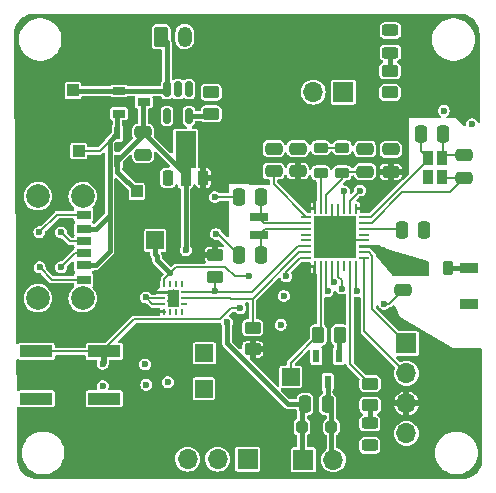
<source format=gbr>
%TF.GenerationSoftware,KiCad,Pcbnew,8.0.3*%
%TF.CreationDate,2025-03-04T10:01:37-06:00*%
%TF.ProjectId,wearable_v2_nrf,77656172-6162-46c6-955f-76325f6e7266,rev?*%
%TF.SameCoordinates,Original*%
%TF.FileFunction,Copper,L1,Top*%
%TF.FilePolarity,Positive*%
%FSLAX46Y46*%
G04 Gerber Fmt 4.6, Leading zero omitted, Abs format (unit mm)*
G04 Created by KiCad (PCBNEW 8.0.3) date 2025-03-04 10:01:37*
%MOMM*%
%LPD*%
G01*
G04 APERTURE LIST*
G04 Aperture macros list*
%AMRoundRect*
0 Rectangle with rounded corners*
0 $1 Rounding radius*
0 $2 $3 $4 $5 $6 $7 $8 $9 X,Y pos of 4 corners*
0 Add a 4 corners polygon primitive as box body*
4,1,4,$2,$3,$4,$5,$6,$7,$8,$9,$2,$3,0*
0 Add four circle primitives for the rounded corners*
1,1,$1+$1,$2,$3*
1,1,$1+$1,$4,$5*
1,1,$1+$1,$6,$7*
1,1,$1+$1,$8,$9*
0 Add four rect primitives between the rounded corners*
20,1,$1+$1,$2,$3,$4,$5,0*
20,1,$1+$1,$4,$5,$6,$7,0*
20,1,$1+$1,$6,$7,$8,$9,0*
20,1,$1+$1,$8,$9,$2,$3,0*%
%AMFreePoly0*
4,1,9,3.862500,-0.866500,0.737500,-0.866500,0.737500,-0.450000,-0.737500,-0.450000,-0.737500,0.450000,0.737500,0.450000,0.737500,0.866500,3.862500,0.866500,3.862500,-0.866500,3.862500,-0.866500,$1*%
G04 Aperture macros list end*
%TA.AperFunction,SMDPad,CuDef*%
%ADD10RoundRect,0.250000X-0.475000X0.250000X-0.475000X-0.250000X0.475000X-0.250000X0.475000X0.250000X0*%
%TD*%
%TA.AperFunction,ComponentPad*%
%ADD11R,1.700000X1.700000*%
%TD*%
%TA.AperFunction,ComponentPad*%
%ADD12O,1.700000X1.700000*%
%TD*%
%TA.AperFunction,ComponentPad*%
%ADD13RoundRect,0.250000X-0.350000X-0.625000X0.350000X-0.625000X0.350000X0.625000X-0.350000X0.625000X0*%
%TD*%
%TA.AperFunction,ComponentPad*%
%ADD14O,1.200000X1.750000*%
%TD*%
%TA.AperFunction,SMDPad,CuDef*%
%ADD15RoundRect,0.250000X0.475000X-0.250000X0.475000X0.250000X-0.475000X0.250000X-0.475000X-0.250000X0*%
%TD*%
%TA.AperFunction,SMDPad,CuDef*%
%ADD16R,2.750000X1.000000*%
%TD*%
%TA.AperFunction,SMDPad,CuDef*%
%ADD17RoundRect,0.218750X0.381250X-0.218750X0.381250X0.218750X-0.381250X0.218750X-0.381250X-0.218750X0*%
%TD*%
%TA.AperFunction,SMDPad,CuDef*%
%ADD18RoundRect,0.250000X-0.262500X-0.450000X0.262500X-0.450000X0.262500X0.450000X-0.262500X0.450000X0*%
%TD*%
%TA.AperFunction,SMDPad,CuDef*%
%ADD19RoundRect,0.243750X0.456250X-0.243750X0.456250X0.243750X-0.456250X0.243750X-0.456250X-0.243750X0*%
%TD*%
%TA.AperFunction,SMDPad,CuDef*%
%ADD20RoundRect,0.250000X-0.450000X0.262500X-0.450000X-0.262500X0.450000X-0.262500X0.450000X0.262500X0*%
%TD*%
%TA.AperFunction,SMDPad,CuDef*%
%ADD21RoundRect,0.243750X-0.456250X0.243750X-0.456250X-0.243750X0.456250X-0.243750X0.456250X0.243750X0*%
%TD*%
%TA.AperFunction,ComponentPad*%
%ADD22R,1.500000X1.500000*%
%TD*%
%TA.AperFunction,SMDPad,CuDef*%
%ADD23R,1.500000X0.800000*%
%TD*%
%TA.AperFunction,SMDPad,CuDef*%
%ADD24RoundRect,0.218750X-0.381250X0.218750X-0.381250X-0.218750X0.381250X-0.218750X0.381250X0.218750X0*%
%TD*%
%TA.AperFunction,SMDPad,CuDef*%
%ADD25RoundRect,0.250000X-0.250000X-0.475000X0.250000X-0.475000X0.250000X0.475000X-0.250000X0.475000X0*%
%TD*%
%TA.AperFunction,SMDPad,CuDef*%
%ADD26R,0.600000X1.100000*%
%TD*%
%TA.AperFunction,SMDPad,CuDef*%
%ADD27RoundRect,0.062500X-0.337500X-0.062500X0.337500X-0.062500X0.337500X0.062500X-0.337500X0.062500X0*%
%TD*%
%TA.AperFunction,SMDPad,CuDef*%
%ADD28RoundRect,0.062500X-0.062500X-0.337500X0.062500X-0.337500X0.062500X0.337500X-0.062500X0.337500X0*%
%TD*%
%TA.AperFunction,HeatsinkPad*%
%ADD29C,0.500000*%
%TD*%
%TA.AperFunction,HeatsinkPad*%
%ADD30R,3.600000X3.600000*%
%TD*%
%TA.AperFunction,SMDPad,CuDef*%
%ADD31RoundRect,0.150000X-0.150000X0.512500X-0.150000X-0.512500X0.150000X-0.512500X0.150000X0.512500X0*%
%TD*%
%TA.AperFunction,SMDPad,CuDef*%
%ADD32R,0.850000X1.200000*%
%TD*%
%TA.AperFunction,SMDPad,CuDef*%
%ADD33RoundRect,0.250000X0.450000X-0.262500X0.450000X0.262500X-0.450000X0.262500X-0.450000X-0.262500X0*%
%TD*%
%TA.AperFunction,SMDPad,CuDef*%
%ADD34R,1.200000X0.700000*%
%TD*%
%TA.AperFunction,SMDPad,CuDef*%
%ADD35R,1.200000X0.760000*%
%TD*%
%TA.AperFunction,SMDPad,CuDef*%
%ADD36R,1.200000X0.800000*%
%TD*%
%TA.AperFunction,ComponentPad*%
%ADD37C,2.010000*%
%TD*%
%TA.AperFunction,ComponentPad*%
%ADD38R,1.000000X1.000000*%
%TD*%
%TA.AperFunction,SMDPad,CuDef*%
%ADD39RoundRect,0.225000X0.225000X-0.425000X0.225000X0.425000X-0.225000X0.425000X-0.225000X-0.425000X0*%
%TD*%
%TA.AperFunction,SMDPad,CuDef*%
%ADD40FreePoly0,90.000000*%
%TD*%
%TA.AperFunction,SMDPad,CuDef*%
%ADD41R,0.500000X1.075000*%
%TD*%
%TA.AperFunction,SMDPad,CuDef*%
%ADD42RoundRect,0.250000X0.250000X0.475000X-0.250000X0.475000X-0.250000X-0.475000X0.250000X-0.475000X0*%
%TD*%
%TA.AperFunction,SMDPad,CuDef*%
%ADD43R,0.250000X0.475000*%
%TD*%
%TA.AperFunction,SMDPad,CuDef*%
%ADD44R,0.475000X0.250000*%
%TD*%
%TA.AperFunction,SMDPad,CuDef*%
%ADD45R,1.100000X0.650000*%
%TD*%
%TA.AperFunction,SMDPad,CuDef*%
%ADD46RoundRect,0.218750X-0.218750X-0.381250X0.218750X-0.381250X0.218750X0.381250X-0.218750X0.381250X0*%
%TD*%
%TA.AperFunction,SMDPad,CuDef*%
%ADD47R,1.600200X0.863600*%
%TD*%
%TA.AperFunction,SMDPad,CuDef*%
%ADD48RoundRect,0.250000X-0.250000X-0.250000X0.250000X-0.250000X0.250000X0.250000X-0.250000X0.250000X0*%
%TD*%
%TA.AperFunction,ViaPad*%
%ADD49C,0.600000*%
%TD*%
%TA.AperFunction,Conductor*%
%ADD50C,0.200000*%
%TD*%
%TA.AperFunction,Conductor*%
%ADD51C,0.400000*%
%TD*%
G04 APERTURE END LIST*
D10*
%TO.P,C13,1*%
%TO.N,GND*%
X120450000Y-60625000D03*
%TO.P,C13,2*%
%TO.N,/X2*%
X120450000Y-62525000D03*
%TD*%
D11*
%TO.P,R5,1*%
%TO.N,/ADC1_P*%
X110200000Y-55275000D03*
D12*
%TO.P,R5,2*%
%TO.N,GND*%
X107660000Y-55275000D03*
%TD*%
D13*
%TO.P,BT1,1,+*%
%TO.N,/VBAT+*%
X94775000Y-50575000D03*
D14*
%TO.P,BT1,2,-*%
%TO.N,GND*%
X96775000Y-50575000D03*
%TD*%
D15*
%TO.P,C8,1*%
%TO.N,/DEC4*%
X112050000Y-62000000D03*
%TO.P,C8,2*%
%TO.N,GND*%
X112050000Y-60100000D03*
%TD*%
D16*
%TO.P,SW1,1,1*%
%TO.N,/NRST*%
X84225000Y-77225000D03*
X89975000Y-77225000D03*
%TO.P,SW1,2,2*%
%TO.N,GND*%
X84225000Y-81225000D03*
X89975000Y-81225000D03*
%TD*%
D17*
%TO.P,L2,1*%
%TO.N,/DCC*%
X108300000Y-62112500D03*
%TO.P,L2,2*%
%TO.N,Net-(L2-Pad2)*%
X108300000Y-59987500D03*
%TD*%
D18*
%TO.P,R8,1*%
%TO.N,/HAPTIC*%
X108087500Y-75825000D03*
%TO.P,R8,2*%
%TO.N,Net-(Q2-B)*%
X109912500Y-75825000D03*
%TD*%
D15*
%TO.P,C9,1*%
%TO.N,+3.3V*%
X106350000Y-61950000D03*
%TO.P,C9,2*%
%TO.N,GND*%
X106350000Y-60050000D03*
%TD*%
%TO.P,C4,1*%
%TO.N,/DEC1*%
X104300000Y-61950000D03*
%TO.P,C4,2*%
%TO.N,GND*%
X104300000Y-60050000D03*
%TD*%
D19*
%TO.P,D2,1,K*%
%TO.N,GND*%
X112450000Y-85187500D03*
%TO.P,D2,2,A*%
%TO.N,Net-(D2-A)*%
X112450000Y-83312500D03*
%TD*%
D20*
%TO.P,R6,1*%
%TO.N,/LED1*%
X112475000Y-79950000D03*
%TO.P,R6,2*%
%TO.N,Net-(D2-A)*%
X112475000Y-81775000D03*
%TD*%
D21*
%TO.P,D3,1,K*%
%TO.N,GND*%
X114200000Y-50050000D03*
%TO.P,D3,2,A*%
%TO.N,Net-(D3-A)*%
X114200000Y-51925000D03*
%TD*%
D22*
%TO.P,TP5,1,1*%
%TO.N,/I2C1_SCL*%
X98400000Y-80375000D03*
%TD*%
D20*
%TO.P,R1,1*%
%TO.N,+3.3V*%
X99375000Y-69075000D03*
%TO.P,R1,2*%
%TO.N,/I2C1_SDA*%
X99375000Y-70900000D03*
%TD*%
D10*
%TO.P,C1,1*%
%TO.N,VCC*%
X93250000Y-58650000D03*
%TO.P,C1,2*%
%TO.N,GND*%
X93250000Y-60550000D03*
%TD*%
D23*
%TO.P,Y2,1,1*%
%TO.N,/RCC_OSC32_IN*%
X103025000Y-65850000D03*
%TO.P,Y2,2,2*%
%TO.N,/RCC_OSC32_OUT*%
X103025000Y-67350000D03*
%TD*%
D11*
%TO.P,M1,1,+*%
%TO.N,VCC*%
X106825000Y-86400000D03*
D12*
%TO.P,M1,2,-*%
%TO.N,Net-(D4-A)*%
X109365000Y-86400000D03*
%TD*%
D11*
%TO.P,J1,1,Pin_1*%
%TO.N,/SWDIO*%
X115550000Y-76545000D03*
D12*
%TO.P,J1,2,Pin_2*%
%TO.N,/SWCLK*%
X115550000Y-79085000D03*
%TO.P,J1,3,Pin_3*%
%TO.N,+3.3V*%
X115550000Y-81625000D03*
%TO.P,J1,4,Pin_4*%
%TO.N,GND*%
X115550000Y-84165000D03*
%TD*%
D22*
%TO.P,TP6,1,1*%
%TO.N,/INT1*%
X94275000Y-67825000D03*
%TD*%
D24*
%TO.P,L3,1*%
%TO.N,Net-(L2-Pad2)*%
X110100000Y-59987500D03*
%TO.P,L3,2*%
%TO.N,/DEC4*%
X110100000Y-62112500D03*
%TD*%
D25*
%TO.P,C6,1*%
%TO.N,GND*%
X101375000Y-69025000D03*
%TO.P,C6,2*%
%TO.N,/RCC_OSC32_OUT*%
X103275000Y-69025000D03*
%TD*%
%TO.P,C7,1*%
%TO.N,/DEC3*%
X115150000Y-66975000D03*
%TO.P,C7,2*%
%TO.N,GND*%
X117050000Y-66975000D03*
%TD*%
D26*
%TO.P,Q2,1,B*%
%TO.N,Net-(Q2-B)*%
X109825000Y-77600000D03*
%TO.P,Q2,2,E*%
%TO.N,GND*%
X107925000Y-77600000D03*
%TO.P,Q2,3,C*%
%TO.N,Net-(D4-A)*%
X108875000Y-79800000D03*
%TD*%
D27*
%TO.P,U1,1,DEC1*%
%TO.N,/DEC1*%
X107075000Y-65825000D03*
%TO.P,U1,2,XL1/P0.00*%
%TO.N,/RCC_OSC32_IN*%
X107075000Y-66325000D03*
%TO.P,U1,3,XL2/P0.01*%
%TO.N,/RCC_OSC32_OUT*%
X107075000Y-66825000D03*
%TO.P,U1,4,AIN2/P0.04*%
%TO.N,unconnected-(U1-AIN2{slash}P0.04-Pad4)*%
X107075000Y-67325000D03*
%TO.P,U1,5,AIN3/P0.05*%
%TO.N,unconnected-(U1-AIN3{slash}P0.05-Pad5)*%
X107075000Y-67825000D03*
%TO.P,U1,6,P0.06*%
%TO.N,/I2C1_SDA*%
X107075000Y-68325000D03*
%TO.P,U1,7,P0.09*%
%TO.N,/I2C1_SCL*%
X107075000Y-68825000D03*
%TO.P,U1,8,P0.10*%
%TO.N,/INT1*%
X107075000Y-69325000D03*
D28*
%TO.P,U1,9,VDD*%
%TO.N,+3.3V*%
X107775000Y-70025000D03*
%TO.P,U1,10,P0.12*%
%TO.N,/HAPTIC*%
X108275000Y-70025000D03*
%TO.P,U1,11,P0.14*%
%TO.N,/USART1_RX*%
X108775000Y-70025000D03*
%TO.P,U1,12,P0.15*%
%TO.N,/USART1_TX*%
X109275000Y-70025000D03*
%TO.P,U1,13,P0.16*%
%TO.N,/STAT*%
X109775000Y-70025000D03*
%TO.P,U1,14,P0.18*%
%TO.N,unconnected-(U1-P0.18-Pad14)*%
X110275000Y-70025000D03*
%TO.P,U1,15,P0.20*%
%TO.N,/LED1*%
X110775000Y-70025000D03*
%TO.P,U1,16,P0.21/~{RESET}*%
%TO.N,/NRST*%
X111275000Y-70025000D03*
D27*
%TO.P,U1,17,SWDCLK*%
%TO.N,/SWCLK*%
X111975000Y-69325000D03*
%TO.P,U1,18,SWDIO*%
%TO.N,/SWDIO*%
X111975000Y-68825000D03*
%TO.P,U1,19,ANT*%
%TO.N,/RF1*%
X111975000Y-68325000D03*
%TO.P,U1,20,VSS*%
%TO.N,GND*%
X111975000Y-67825000D03*
%TO.P,U1,21,DEC2*%
%TO.N,unconnected-(U1-DEC2-Pad21)*%
X111975000Y-67325000D03*
%TO.P,U1,22,DEC3*%
%TO.N,/DEC3*%
X111975000Y-66825000D03*
%TO.P,U1,23,XC1*%
%TO.N,/X2*%
X111975000Y-66325000D03*
%TO.P,U1,24,XC2*%
%TO.N,/X1*%
X111975000Y-65825000D03*
D28*
%TO.P,U1,25,VDD*%
%TO.N,+3.3V*%
X111275000Y-65125000D03*
%TO.P,U1,26,P0.25*%
%TO.N,/LED0*%
X110775000Y-65125000D03*
%TO.P,U1,27,AIN4/P0.28*%
%TO.N,/ADC1_P*%
X110275000Y-65125000D03*
%TO.P,U1,28,AIN6/P0.30*%
%TO.N,GND*%
X109775000Y-65125000D03*
%TO.P,U1,29,VSS*%
X109275000Y-65125000D03*
%TO.P,U1,30,DEC4*%
%TO.N,/DEC4*%
X108775000Y-65125000D03*
%TO.P,U1,31,DCC*%
%TO.N,/DCC*%
X108275000Y-65125000D03*
%TO.P,U1,32,VDD*%
%TO.N,+3.3V*%
X107775000Y-65125000D03*
D29*
%TO.P,U1,33,VSS*%
%TO.N,GND*%
X108525000Y-66575000D03*
X108525000Y-67575000D03*
X108525000Y-68575000D03*
X109525000Y-66575000D03*
X109525000Y-67575000D03*
D30*
X109525000Y-67575000D03*
D29*
X109525000Y-68575000D03*
X110525000Y-66575000D03*
X110525000Y-67575000D03*
X110525000Y-68575000D03*
%TD*%
D15*
%TO.P,C10,1*%
%TO.N,+3.3V*%
X114225000Y-62025000D03*
%TO.P,C10,2*%
%TO.N,GND*%
X114225000Y-60125000D03*
%TD*%
D31*
%TO.P,IC1,1,STAT*%
%TO.N,/STAT*%
X97162500Y-55012500D03*
%TO.P,IC1,2,VSS*%
%TO.N,GND*%
X96212500Y-55012500D03*
%TO.P,IC1,3,VBAT*%
%TO.N,/VBAT+*%
X95262500Y-55012500D03*
%TO.P,IC1,4,VDD*%
%TO.N,/VBUS*%
X95262500Y-57287500D03*
%TO.P,IC1,5,PROG*%
%TO.N,/prog*%
X97162500Y-57287500D03*
%TD*%
D32*
%TO.P,Y1,1,X1*%
%TO.N,/X1*%
X117362000Y-60862000D03*
%TO.P,Y1,2,GND_1*%
%TO.N,GND*%
X117362000Y-62488000D03*
%TO.P,Y1,3,X2*%
%TO.N,/X2*%
X118562000Y-62488000D03*
%TO.P,Y1,4,GND_2*%
%TO.N,GND*%
X118562000Y-60862000D03*
%TD*%
D33*
%TO.P,R7,1*%
%TO.N,/LED0*%
X114150000Y-55300000D03*
%TO.P,R7,2*%
%TO.N,Net-(D3-A)*%
X114150000Y-53475000D03*
%TD*%
D34*
%TO.P,J2,A5,CC1*%
%TO.N,Net-(J2-CC1)*%
X88227500Y-67900000D03*
D35*
%TO.P,J2,A9,VBUS_1*%
%TO.N,/VBUS*%
X88227500Y-69920000D03*
D36*
%TO.P,J2,A12,GND_1*%
%TO.N,GND*%
X88227500Y-71150000D03*
D34*
%TO.P,J2,B5,CC2*%
%TO.N,Net-(J2-CC2)*%
X88227500Y-68900000D03*
D35*
%TO.P,J2,B9,VBUS_2*%
%TO.N,/VBUS*%
X88227500Y-66880000D03*
D36*
%TO.P,J2,B12,GND_2*%
%TO.N,GND*%
X88227500Y-65650000D03*
D37*
%TO.P,J2,MH1,MH1*%
%TO.N,unconnected-(J2-PadMH1)*%
X84347500Y-64080000D03*
%TO.P,J2,MH2,MH2*%
%TO.N,unconnected-(J2-PadMH2)*%
X84347500Y-72720000D03*
%TO.P,J2,MH3,MH3*%
%TO.N,unconnected-(J2-PadMH3)*%
X88147500Y-64080000D03*
%TO.P,J2,MH4,MH4*%
%TO.N,unconnected-(J2-PadMH4)*%
X88147500Y-72720000D03*
%TD*%
D38*
%TO.P,TP2,1,1*%
%TO.N,/VBAT+*%
X87325000Y-55125000D03*
%TD*%
D22*
%TO.P,TP4,1,1*%
%TO.N,/I2C1_SDA*%
X98450000Y-77375000D03*
%TD*%
D39*
%TO.P,U4,1,GND*%
%TO.N,GND*%
X95350000Y-62525000D03*
D40*
%TO.P,U4,2,VI*%
%TO.N,VCC*%
X96850000Y-62437500D03*
D39*
%TO.P,U4,3,VO*%
%TO.N,+3.3V*%
X98350000Y-62525000D03*
%TD*%
D41*
%TO.P,D1,1,K*%
%TO.N,VCC*%
X91075000Y-61062000D03*
%TO.P,D1,2,A*%
%TO.N,/VBUS*%
X91075000Y-58738000D03*
%TD*%
D42*
%TO.P,C12,1*%
%TO.N,GND*%
X118675000Y-58850000D03*
%TO.P,C12,2*%
%TO.N,/X1*%
X116775000Y-58850000D03*
%TD*%
D43*
%TO.P,U3,1,SDO*%
%TO.N,unconnected-(U3-SDO-Pad1)*%
X96550000Y-71550000D03*
%TO.P,U3,2,ASDX*%
%TO.N,unconnected-(U3-ASDX-Pad2)*%
X96050000Y-71550000D03*
%TO.P,U3,3,ASCX*%
%TO.N,unconnected-(U3-ASCX-Pad3)*%
X95550000Y-71550000D03*
%TO.P,U3,4,INT1*%
%TO.N,/INT1*%
X95050000Y-71550000D03*
D44*
%TO.P,U3,5,VDDIO*%
%TO.N,+3.3V*%
X94887500Y-72212500D03*
%TO.P,U3,6,GNDIO*%
%TO.N,GND*%
X94887500Y-72712500D03*
%TO.P,U3,7,GND*%
X94887500Y-73212500D03*
D43*
%TO.P,U3,8,VDD*%
%TO.N,+3.3V*%
X95050000Y-73875000D03*
%TO.P,U3,9,INT2*%
%TO.N,unconnected-(U3-INT2-Pad9)*%
X95550000Y-73875000D03*
%TO.P,U3,10,OSCB*%
%TO.N,unconnected-(U3-OSCB-Pad10)*%
X96050000Y-73875000D03*
%TO.P,U3,11,OSDO*%
%TO.N,unconnected-(U3-OSDO-Pad11)*%
X96550000Y-73875000D03*
D44*
%TO.P,U3,12,CSB*%
%TO.N,unconnected-(U3-CSB-Pad12)*%
X96712500Y-73212500D03*
%TO.P,U3,13,SCX*%
%TO.N,/I2C1_SCL*%
X96712500Y-72712500D03*
%TO.P,U3,14,SDX*%
%TO.N,/I2C1_SDA*%
X96712500Y-72212500D03*
%TD*%
D11*
%TO.P,J3,1,Pin_1*%
%TO.N,/USART1_TX*%
X102100000Y-86350000D03*
D12*
%TO.P,J3,2,Pin_2*%
%TO.N,/USART1_RX*%
X99560000Y-86350000D03*
%TO.P,J3,3,Pin_3*%
%TO.N,GND*%
X97020000Y-86350000D03*
%TD*%
D45*
%TO.P,Q1,1,D*%
%TO.N,/VBAT+*%
X91200000Y-55165000D03*
%TO.P,Q1,2,G*%
%TO.N,/VBUS*%
X91200000Y-57085000D03*
%TO.P,Q1,3,S*%
%TO.N,VCC*%
X93300000Y-56125000D03*
%TD*%
D38*
%TO.P,TP1,1,1*%
%TO.N,/VBUS*%
X87800000Y-60250000D03*
%TD*%
D33*
%TO.P,R10,1*%
%TO.N,+3.3V*%
X102525000Y-77050000D03*
%TO.P,R10,2*%
%TO.N,/I2C1_SCL*%
X102525000Y-75225000D03*
%TD*%
D46*
%TO.P,L1,1,1*%
%TO.N,/RF1*%
X116937500Y-70200000D03*
%TO.P,L1,2,2*%
%TO.N,Net-(L1-Pad2)*%
X119062500Y-70200000D03*
%TD*%
D33*
%TO.P,R9,1*%
%TO.N,/prog*%
X99025000Y-57112500D03*
%TO.P,R9,2*%
%TO.N,GND*%
X99025000Y-55287500D03*
%TD*%
D47*
%TO.P,U5,1,1*%
%TO.N,Net-(L1-Pad2)*%
X120825000Y-70175000D03*
%TO.P,U5,2,2*%
%TO.N,unconnected-(U5-Pad2)*%
X120825000Y-73222602D03*
%TD*%
D48*
%TO.P,D4,1,K*%
%TO.N,VCC*%
X106700000Y-83625000D03*
%TO.P,D4,2,A*%
%TO.N,Net-(D4-A)*%
X109200000Y-83625000D03*
%TD*%
D10*
%TO.P,C3,1*%
%TO.N,/RF1*%
X115262500Y-70125000D03*
%TO.P,C3,2*%
%TO.N,GND*%
X115262500Y-72025000D03*
%TD*%
D25*
%TO.P,C11,1*%
%TO.N,VCC*%
X106975000Y-81675000D03*
%TO.P,C11,2*%
%TO.N,Net-(D4-A)*%
X108875000Y-81675000D03*
%TD*%
%TO.P,C5,1*%
%TO.N,GND*%
X101375000Y-64150000D03*
%TO.P,C5,2*%
%TO.N,/RCC_OSC32_IN*%
X103275000Y-64150000D03*
%TD*%
D22*
%TO.P,TP7,1,1*%
%TO.N,/HAPTIC*%
X105750000Y-79375000D03*
%TD*%
D38*
%TO.P,TP3,1,1*%
%TO.N,VCC*%
X92725000Y-63675000D03*
%TD*%
D49*
%TO.N,GND*%
X112225000Y-60100000D03*
X106400000Y-60075000D03*
X112475000Y-85225000D03*
X93425000Y-78325000D03*
X98900000Y-55275000D03*
X84475000Y-67125000D03*
X96200000Y-55025000D03*
X117075000Y-66975000D03*
X118675000Y-58850000D03*
X89975000Y-81225000D03*
X114225000Y-60125000D03*
X93475000Y-72650000D03*
X93250000Y-60525000D03*
X113675000Y-73175000D03*
X93525000Y-80050000D03*
X120450000Y-60625000D03*
X114150000Y-50100000D03*
X89850000Y-80175000D03*
X107925000Y-77600000D03*
X95350000Y-79825000D03*
X105175000Y-72525000D03*
X99325000Y-64150000D03*
X84225000Y-81300000D03*
X84500000Y-70100000D03*
X95325000Y-62550000D03*
X99425000Y-67275000D03*
X104275000Y-60037500D03*
X117362000Y-62488000D03*
X104900000Y-74975000D03*
X118700000Y-56850000D03*
X121100000Y-58000000D03*
%TO.N,VCC*%
X96875000Y-68650000D03*
X100350000Y-74750000D03*
%TO.N,/NRST*%
X89825000Y-78275000D03*
X101475000Y-73575000D03*
X111375000Y-72125000D03*
%TO.N,+3.3V*%
X91950000Y-85700000D03*
X100625000Y-53175000D03*
X93400000Y-75600000D03*
X94025000Y-81900000D03*
X96800000Y-83200000D03*
X102500000Y-55250000D03*
X119675000Y-79325000D03*
X103775000Y-53225000D03*
X99375000Y-75450000D03*
X100875000Y-55200000D03*
X119879507Y-81477661D03*
X116440695Y-86922447D03*
X100575000Y-51450000D03*
X85200000Y-57200000D03*
X102000000Y-51475000D03*
X87575000Y-86000000D03*
X113850000Y-86775000D03*
X95300000Y-75550000D03*
X91600000Y-72850000D03*
X92625000Y-73325000D03*
X104125000Y-76800000D03*
X104150000Y-75475000D03*
X103850000Y-51400000D03*
X104150000Y-55275000D03*
X108000000Y-52875000D03*
X88725000Y-50750000D03*
X101250000Y-78950000D03*
X92575000Y-71700000D03*
X102050000Y-53000000D03*
%TO.N,/VBUS*%
X91200000Y-57085000D03*
X95275000Y-57300000D03*
%TO.N,Net-(J2-CC2)*%
X86312500Y-70100000D03*
%TO.N,Net-(J2-CC1)*%
X86312500Y-67150000D03*
%TO.N,/USART1_RX*%
X108875000Y-72125000D03*
%TO.N,/USART1_TX*%
X109375000Y-71327761D03*
%TO.N,/ADC1_P*%
X110250000Y-63675000D03*
%TO.N,/LED0*%
X114150000Y-55300000D03*
X111625000Y-63600000D03*
%TO.N,/I2C1_SDA*%
X99347551Y-72112500D03*
%TO.N,/I2C1_SCL*%
X102525000Y-75225000D03*
%TO.N,/INT1*%
X102200000Y-70875000D03*
X105375000Y-70875000D03*
%TO.N,/STAT*%
X97162500Y-55012500D03*
X110075000Y-71900000D03*
%TD*%
D50*
%TO.N,GND*%
X120450000Y-60625000D02*
X118799000Y-60625000D01*
X109275000Y-65125000D02*
X109275000Y-66325000D01*
X118675000Y-58850000D02*
X118675000Y-60749000D01*
X110775000Y-67825000D02*
X110525000Y-67575000D01*
X114112500Y-73175000D02*
X113675000Y-73175000D01*
X88227500Y-71150000D02*
X85550000Y-71150000D01*
X93537500Y-72712500D02*
X93475000Y-72650000D01*
X111975000Y-67825000D02*
X110775000Y-67825000D01*
X101375000Y-69025000D02*
X99625000Y-67275000D01*
X94887500Y-73212500D02*
X94037500Y-73212500D01*
X101375000Y-64150000D02*
X99325000Y-64150000D01*
X115262500Y-72025000D02*
X114112500Y-73175000D01*
X99625000Y-67275000D02*
X99425000Y-67275000D01*
X118675000Y-60749000D02*
X118562000Y-60862000D01*
X85550000Y-71150000D02*
X84500000Y-70100000D01*
X94037500Y-73212500D02*
X93475000Y-72650000D01*
X109275000Y-66325000D02*
X109525000Y-66575000D01*
X118799000Y-60625000D02*
X118562000Y-60862000D01*
X88227500Y-65650000D02*
X85950000Y-65650000D01*
X109775000Y-65125000D02*
X109775000Y-66325000D01*
X109775000Y-66325000D02*
X109525000Y-66575000D01*
X85950000Y-65650000D02*
X84475000Y-67125000D01*
X94887500Y-72712500D02*
X93537500Y-72712500D01*
D51*
%TO.N,/VBAT+*%
X91200000Y-55165000D02*
X95110000Y-55165000D01*
X95262500Y-55012500D02*
X95262500Y-51062500D01*
X95110000Y-55165000D02*
X95262500Y-55012500D01*
X91200000Y-55165000D02*
X87365000Y-55165000D01*
X87365000Y-55165000D02*
X87325000Y-55125000D01*
X95262500Y-51062500D02*
X94775000Y-50575000D01*
%TO.N,VCC*%
X93250000Y-58650000D02*
X93250000Y-56175000D01*
X93250000Y-58887000D02*
X91075000Y-61062000D01*
X93250000Y-58650000D02*
X96850000Y-62250000D01*
X106700000Y-86275000D02*
X106825000Y-86400000D01*
X105511334Y-81675000D02*
X106975000Y-81675000D01*
X100350000Y-76513666D02*
X105511334Y-81675000D01*
X96850000Y-62437500D02*
X96850000Y-68625000D01*
X106700000Y-83625000D02*
X106700000Y-86275000D01*
X100350000Y-74750000D02*
X100350000Y-76513666D01*
X96850000Y-62250000D02*
X96850000Y-62437500D01*
X106700000Y-83625000D02*
X106700000Y-81950000D01*
X93250000Y-56175000D02*
X93300000Y-56125000D01*
X106700000Y-81950000D02*
X106975000Y-81675000D01*
X96850000Y-68625000D02*
X96875000Y-68650000D01*
X93250000Y-58650000D02*
X93250000Y-58887000D01*
X91075000Y-62025000D02*
X92725000Y-63675000D01*
X91075000Y-61062000D02*
X91075000Y-62025000D01*
D50*
%TO.N,/NRST*%
X89800000Y-77225000D02*
X89800000Y-78250000D01*
X89800000Y-78250000D02*
X89825000Y-78275000D01*
X111275000Y-72025000D02*
X111275000Y-70025000D01*
X92523529Y-74501471D02*
X99748529Y-74501471D01*
X84050000Y-77225000D02*
X89800000Y-77225000D01*
X100675000Y-73575000D02*
X101475000Y-73575000D01*
X111375000Y-72125000D02*
X111275000Y-72025000D01*
X89800000Y-77225000D02*
X92523529Y-74501471D01*
D51*
X89975000Y-78125000D02*
X89825000Y-78275000D01*
D50*
X99748529Y-74501471D02*
X100675000Y-73575000D01*
D51*
X89975000Y-77225000D02*
X89975000Y-78125000D01*
D50*
%TO.N,/RF1*%
X113612500Y-68475000D02*
X115262500Y-70125000D01*
X111975000Y-68325000D02*
X113275000Y-68325000D01*
X113275000Y-68325000D02*
X113425000Y-68475000D01*
X113425000Y-68475000D02*
X113612500Y-68475000D01*
%TO.N,/DEC1*%
X104300000Y-63050000D02*
X104300000Y-61950000D01*
X107075000Y-65825000D02*
X104300000Y-63050000D01*
%TO.N,/RCC_OSC32_IN*%
X103500000Y-66325000D02*
X103025000Y-65850000D01*
X103275000Y-65600000D02*
X103025000Y-65850000D01*
X103275000Y-64150000D02*
X103275000Y-65600000D01*
X107075000Y-66325000D02*
X103500000Y-66325000D01*
%TO.N,/RCC_OSC32_OUT*%
X103275000Y-67600000D02*
X103025000Y-67350000D01*
X103550000Y-66825000D02*
X103025000Y-67350000D01*
X103275000Y-69025000D02*
X103275000Y-67600000D01*
X107075000Y-66825000D02*
X103550000Y-66825000D01*
%TO.N,/DEC3*%
X115000000Y-66825000D02*
X111975000Y-66825000D01*
X115150000Y-66975000D02*
X115000000Y-66825000D01*
%TO.N,/DEC4*%
X108775000Y-63975000D02*
X110100000Y-62650000D01*
X112050000Y-62000000D02*
X110212500Y-62000000D01*
X108775000Y-63975000D02*
X108775000Y-65125000D01*
X110100000Y-62650000D02*
X110100000Y-62112500D01*
X110212500Y-62000000D02*
X110100000Y-62112500D01*
%TO.N,+3.3V*%
X111275000Y-64975000D02*
X111275000Y-65125000D01*
X92625000Y-73325000D02*
X93175000Y-73875000D01*
X93175000Y-73875000D02*
X95050000Y-73875000D01*
D51*
%TO.N,Net-(D4-A)*%
X109200000Y-83625000D02*
X109200000Y-82000000D01*
X108875000Y-81675000D02*
X108875000Y-79800000D01*
X109200000Y-83625000D02*
X109200000Y-86235000D01*
X109200000Y-86235000D02*
X109365000Y-86400000D01*
X109200000Y-82000000D02*
X108875000Y-81675000D01*
D50*
%TO.N,/X1*%
X112550000Y-65825000D02*
X117362000Y-61013000D01*
X116775000Y-60275000D02*
X117362000Y-60862000D01*
X116775000Y-58850000D02*
X116775000Y-60275000D01*
X111975000Y-65825000D02*
X112550000Y-65825000D01*
X117362000Y-61013000D02*
X117362000Y-60862000D01*
%TO.N,/X2*%
X119250000Y-63725000D02*
X115215686Y-63725000D01*
X115215686Y-63725000D02*
X112615686Y-66325000D01*
X118599000Y-62525000D02*
X118562000Y-62488000D01*
X120450000Y-62525000D02*
X119250000Y-63725000D01*
X112615686Y-66325000D02*
X111975000Y-66325000D01*
X120450000Y-62525000D02*
X118599000Y-62525000D01*
D51*
%TO.N,/VBUS*%
X91075000Y-57210000D02*
X91200000Y-57085000D01*
X88227500Y-69920000D02*
X89227500Y-69920000D01*
X91075000Y-58738000D02*
X91075000Y-57210000D01*
D50*
X87800000Y-60250000D02*
X89563000Y-60250000D01*
D51*
X90425000Y-68722500D02*
X90425000Y-59388000D01*
X90425000Y-59388000D02*
X91075000Y-58738000D01*
X88227500Y-66880000D02*
X89227500Y-66880000D01*
X89227500Y-69920000D02*
X90425000Y-68722500D01*
X90425000Y-65682500D02*
X90425000Y-64825000D01*
X95262500Y-57287500D02*
X95275000Y-57300000D01*
X89227500Y-66880000D02*
X90425000Y-65682500D01*
D50*
X89563000Y-60250000D02*
X91075000Y-58738000D01*
D51*
%TO.N,Net-(D2-A)*%
X112475000Y-83287500D02*
X112450000Y-83312500D01*
X112475000Y-81775000D02*
X112475000Y-83287500D01*
%TO.N,Net-(D3-A)*%
X114200000Y-53425000D02*
X114150000Y-53475000D01*
X114200000Y-51925000D02*
X114200000Y-53425000D01*
D50*
%TO.N,/SWCLK*%
X111975000Y-75510000D02*
X115550000Y-79085000D01*
X111975000Y-69325000D02*
X111975000Y-75510000D01*
%TO.N,/SWDIO*%
X112675000Y-69110614D02*
X112675000Y-73670000D01*
X112389386Y-68825000D02*
X112675000Y-69110614D01*
X112675000Y-73670000D02*
X115550000Y-76545000D01*
X111975000Y-68825000D02*
X112389386Y-68825000D01*
%TO.N,Net-(J2-CC2)*%
X87512500Y-68900000D02*
X86312500Y-70100000D01*
X88227500Y-68900000D02*
X87512500Y-68900000D01*
%TO.N,Net-(J2-CC1)*%
X87062500Y-67900000D02*
X86312500Y-67150000D01*
X88227500Y-67900000D02*
X87062500Y-67900000D01*
%TO.N,/USART1_RX*%
X108775000Y-70025000D02*
X108775000Y-72025000D01*
X108775000Y-72025000D02*
X108875000Y-72125000D01*
%TO.N,/USART1_TX*%
X109275000Y-71227761D02*
X109375000Y-71327761D01*
X109275000Y-70025000D02*
X109275000Y-71227761D01*
D51*
%TO.N,Net-(L1-Pad2)*%
X120825000Y-70175000D02*
X119087500Y-70175000D01*
X119087500Y-70175000D02*
X119062500Y-70200000D01*
X119150000Y-70175000D02*
X119125000Y-70200000D01*
D50*
%TO.N,Net-(L2-Pad2)*%
X110100000Y-59987500D02*
X108300000Y-59987500D01*
%TO.N,/DCC*%
X108275000Y-65125000D02*
X108275000Y-62137500D01*
X108275000Y-62137500D02*
X108300000Y-62112500D01*
X108325000Y-65075000D02*
X108275000Y-65125000D01*
D51*
%TO.N,Net-(Q2-B)*%
X109825000Y-75912500D02*
X109912500Y-75825000D01*
X109825000Y-77600000D02*
X109825000Y-75912500D01*
D50*
%TO.N,/ADC1_P*%
X110275000Y-65125000D02*
X110275000Y-63700000D01*
X110275000Y-63700000D02*
X110250000Y-63675000D01*
%TO.N,/LED1*%
X110775000Y-78250000D02*
X110775000Y-70025000D01*
X112475000Y-79950000D02*
X110775000Y-78250000D01*
%TO.N,/LED0*%
X110775000Y-64450000D02*
X111625000Y-63600000D01*
X110775000Y-65125000D02*
X110775000Y-64450000D01*
%TO.N,/HAPTIC*%
X108275000Y-70025000D02*
X108275000Y-75637500D01*
X108275000Y-75637500D02*
X108087500Y-75825000D01*
X105750000Y-78162500D02*
X105750000Y-79375000D01*
X108087500Y-75825000D02*
X105750000Y-78162500D01*
%TO.N,/I2C1_SDA*%
X99400000Y-72212500D02*
X96712500Y-72212500D01*
X100600000Y-72212500D02*
X99400000Y-72212500D01*
X107075000Y-68325000D02*
X106400000Y-68325000D01*
X99375000Y-72187500D02*
X99400000Y-72212500D01*
X106400000Y-68325000D02*
X102500000Y-72225000D01*
X100612500Y-72225000D02*
X100600000Y-72212500D01*
X100837500Y-72212500D02*
X100600000Y-72212500D01*
X102500000Y-72225000D02*
X100612500Y-72225000D01*
X99375000Y-70900000D02*
X99375000Y-72187500D01*
%TO.N,/I2C1_SCL*%
X106465686Y-68825000D02*
X102603186Y-72687500D01*
X100612500Y-72700000D02*
X100600000Y-72712500D01*
X102525000Y-72765686D02*
X100678186Y-72765686D01*
X107075000Y-68825000D02*
X106465686Y-68825000D01*
X102525000Y-72765686D02*
X102603186Y-72687500D01*
X102525000Y-75225000D02*
X102525000Y-72765686D01*
X100600000Y-72712500D02*
X96712500Y-72712500D01*
X100678186Y-72765686D02*
X100612500Y-72700000D01*
%TO.N,/INT1*%
X105375000Y-70875000D02*
X105375000Y-70481372D01*
X96050000Y-70087500D02*
X95543750Y-70593750D01*
D51*
X94425000Y-69150000D02*
X94275000Y-69000000D01*
X94275000Y-69000000D02*
X94275000Y-67825000D01*
D50*
X106531372Y-69325000D02*
X107075000Y-69325000D01*
D51*
X94425000Y-69150000D02*
X94425000Y-69475000D01*
D50*
X100212500Y-70087500D02*
X96050000Y-70087500D01*
X95543750Y-70593750D02*
X95050000Y-71087500D01*
X102200000Y-70875000D02*
X101000000Y-70875000D01*
X105375000Y-70481372D02*
X106531372Y-69325000D01*
X101000000Y-70875000D02*
X100212500Y-70087500D01*
X95050000Y-71087500D02*
X95050000Y-71550000D01*
D51*
X94425000Y-69475000D02*
X95543750Y-70593750D01*
D50*
%TO.N,/STAT*%
X109775000Y-70879232D02*
X110075000Y-71179232D01*
X110075000Y-71179232D02*
X110075000Y-71900000D01*
X109775000Y-70025000D02*
X109775000Y-70879232D01*
D51*
%TO.N,/prog*%
X97162500Y-57287500D02*
X98775000Y-57287500D01*
X98775000Y-57287500D02*
X98950000Y-57112500D01*
%TD*%
%TA.AperFunction,Conductor*%
%TO.N,/RF1*%
G36*
X112548835Y-68187598D02*
G01*
X112574563Y-68201990D01*
X112574565Y-68201990D01*
X112574568Y-68201992D01*
X112641595Y-68221673D01*
X112641602Y-68221675D01*
X112699500Y-68230000D01*
X112700019Y-68230000D01*
X112700544Y-68230074D01*
X112703033Y-68230253D01*
X112703020Y-68230427D01*
X112727664Y-68233938D01*
X113321355Y-68406593D01*
X117355180Y-69579695D01*
X117405777Y-69614100D01*
X117426487Y-69671674D01*
X117426514Y-69672695D01*
X117447911Y-70699743D01*
X117430219Y-70758315D01*
X117381479Y-70795302D01*
X117349724Y-70800802D01*
X114373955Y-70824608D01*
X114315615Y-70806167D01*
X114294972Y-70786333D01*
X112994403Y-69111626D01*
X112976968Y-69076528D01*
X112955021Y-68994625D01*
X112955019Y-68994621D01*
X112915460Y-68926103D01*
X112859511Y-68870153D01*
X112859511Y-68870154D01*
X112628279Y-68638922D01*
X112620098Y-68629647D01*
X112614819Y-68622850D01*
X112500000Y-68475000D01*
X111649000Y-68475000D01*
X111590809Y-68456093D01*
X111554845Y-68406593D01*
X111550000Y-68376000D01*
X111550000Y-68274000D01*
X111568907Y-68215809D01*
X111618407Y-68179845D01*
X111649000Y-68175000D01*
X112500506Y-68175000D01*
X112548835Y-68187598D01*
G37*
%TD.AperFunction*%
%TD*%
%TA.AperFunction,Conductor*%
%TO.N,+3.3V*%
G36*
X109596113Y-72068293D02*
G01*
X109615194Y-72097985D01*
X109649620Y-72173369D01*
X109649623Y-72173373D01*
X109743872Y-72282143D01*
X109864947Y-72359953D01*
X109864950Y-72359954D01*
X109864949Y-72359954D01*
X109972107Y-72391417D01*
X109995788Y-72398371D01*
X110003036Y-72400499D01*
X110003038Y-72400500D01*
X110003039Y-72400500D01*
X110146962Y-72400500D01*
X110146962Y-72400499D01*
X110285053Y-72359953D01*
X110285054Y-72359951D01*
X110293118Y-72356270D01*
X110293872Y-72357921D01*
X110350487Y-72341291D01*
X110417529Y-72360969D01*
X110463289Y-72413768D01*
X110474500Y-72465291D01*
X110474500Y-74827753D01*
X110454815Y-74894792D01*
X110402011Y-74940547D01*
X110332853Y-74950491D01*
X110309547Y-74944795D01*
X110259699Y-74927353D01*
X110229270Y-74924500D01*
X110229266Y-74924500D01*
X109595734Y-74924500D01*
X109595730Y-74924500D01*
X109565300Y-74927353D01*
X109565298Y-74927353D01*
X109437119Y-74972206D01*
X109437117Y-74972207D01*
X109327850Y-75052850D01*
X109247207Y-75162117D01*
X109247206Y-75162119D01*
X109202353Y-75290298D01*
X109202353Y-75290300D01*
X109199500Y-75320730D01*
X109199500Y-76329269D01*
X109202353Y-76359699D01*
X109202353Y-76359701D01*
X109247206Y-76487880D01*
X109247207Y-76487882D01*
X109327850Y-76597150D01*
X109374134Y-76631309D01*
X109416384Y-76686954D01*
X109424500Y-76731078D01*
X109424500Y-76810033D01*
X109404815Y-76877072D01*
X109388184Y-76897712D01*
X109380446Y-76905449D01*
X109336132Y-76971768D01*
X109336131Y-76971770D01*
X109324500Y-77030247D01*
X109324500Y-78169752D01*
X109336131Y-78228229D01*
X109336132Y-78228230D01*
X109380447Y-78294552D01*
X109446769Y-78338867D01*
X109446770Y-78338868D01*
X109505247Y-78350499D01*
X109505250Y-78350500D01*
X109505252Y-78350500D01*
X110144750Y-78350500D01*
X110144751Y-78350499D01*
X110159568Y-78347552D01*
X110203229Y-78338868D01*
X110203229Y-78338867D01*
X110203231Y-78338867D01*
X110269552Y-78294552D01*
X110269553Y-78294551D01*
X110278188Y-78285917D01*
X110280691Y-78288420D01*
X110318346Y-78256944D01*
X110387670Y-78248228D01*
X110450701Y-78278376D01*
X110487427Y-78337815D01*
X110487623Y-78338539D01*
X110494977Y-78365985D01*
X110494978Y-78365987D01*
X110494979Y-78365989D01*
X110497822Y-78370913D01*
X110524694Y-78417457D01*
X110534539Y-78434509D01*
X110534541Y-78434512D01*
X111554784Y-79454755D01*
X111588269Y-79516078D01*
X111584146Y-79583386D01*
X111577355Y-79602796D01*
X111577353Y-79602805D01*
X111574500Y-79633230D01*
X111574500Y-80266769D01*
X111577353Y-80297199D01*
X111577353Y-80297201D01*
X111615483Y-80406166D01*
X111622207Y-80425382D01*
X111702850Y-80534650D01*
X111812118Y-80615293D01*
X111854845Y-80630244D01*
X111940299Y-80660146D01*
X111970730Y-80663000D01*
X111970734Y-80663000D01*
X112979270Y-80663000D01*
X113009699Y-80660146D01*
X113009701Y-80660146D01*
X113073790Y-80637719D01*
X113137882Y-80615293D01*
X113247150Y-80534650D01*
X113327793Y-80425382D01*
X113362743Y-80325500D01*
X113372646Y-80297201D01*
X113372646Y-80297199D01*
X113375500Y-80266769D01*
X113375500Y-79633230D01*
X113372646Y-79602800D01*
X113372646Y-79602798D01*
X113329833Y-79480448D01*
X113327793Y-79474618D01*
X113247150Y-79365350D01*
X113137882Y-79284707D01*
X113137880Y-79284706D01*
X113009700Y-79239853D01*
X112979270Y-79237000D01*
X112979266Y-79237000D01*
X112238333Y-79237000D01*
X112171294Y-79217315D01*
X112150652Y-79200681D01*
X111111819Y-78161848D01*
X111078334Y-78100525D01*
X111075500Y-78074167D01*
X111075500Y-72724333D01*
X111095185Y-72657294D01*
X111147989Y-72611539D01*
X111217147Y-72601595D01*
X111234431Y-72605355D01*
X111255492Y-72611539D01*
X111303038Y-72625500D01*
X111303039Y-72625500D01*
X111446961Y-72625500D01*
X111515566Y-72605356D01*
X111585434Y-72605356D01*
X111644213Y-72643130D01*
X111673238Y-72706686D01*
X111674500Y-72724333D01*
X111674500Y-75549562D01*
X111694979Y-75625989D01*
X111697573Y-75630482D01*
X111697576Y-75630494D01*
X111697580Y-75630493D01*
X111723418Y-75675247D01*
X111734539Y-75694509D01*
X111734541Y-75694512D01*
X114560701Y-78520672D01*
X114594186Y-78581995D01*
X114589202Y-78651687D01*
X114582381Y-78666800D01*
X114574770Y-78681039D01*
X114514699Y-78879067D01*
X114494417Y-79085000D01*
X114514699Y-79290932D01*
X114544734Y-79389944D01*
X114574768Y-79488954D01*
X114672315Y-79671450D01*
X114672317Y-79671452D01*
X114803589Y-79831410D01*
X114889149Y-79901626D01*
X114963550Y-79962685D01*
X115146046Y-80060232D01*
X115344066Y-80120300D01*
X115344065Y-80120300D01*
X115362529Y-80122118D01*
X115550000Y-80140583D01*
X115755934Y-80120300D01*
X115953954Y-80060232D01*
X116136450Y-79962685D01*
X116296410Y-79831410D01*
X116427685Y-79671450D01*
X116525232Y-79488954D01*
X116585300Y-79290934D01*
X116605583Y-79085000D01*
X116585300Y-78879066D01*
X116525232Y-78681046D01*
X116427685Y-78498550D01*
X116350759Y-78404815D01*
X116296410Y-78338589D01*
X116151050Y-78219297D01*
X116136450Y-78207315D01*
X115953954Y-78109768D01*
X115755934Y-78049700D01*
X115755932Y-78049699D01*
X115755934Y-78049699D01*
X115550000Y-78029417D01*
X115344067Y-78049699D01*
X115146039Y-78109770D01*
X115131800Y-78117381D01*
X115063397Y-78131620D01*
X114998154Y-78106616D01*
X114985672Y-78095701D01*
X114697152Y-77807181D01*
X114663667Y-77745858D01*
X114668651Y-77676166D01*
X114710523Y-77620233D01*
X114775987Y-77595816D01*
X114784833Y-77595500D01*
X116419750Y-77595500D01*
X116419751Y-77595499D01*
X116434568Y-77592552D01*
X116478229Y-77583868D01*
X116478229Y-77583867D01*
X116478231Y-77583867D01*
X116544552Y-77539552D01*
X116588867Y-77473231D01*
X116588867Y-77473229D01*
X116588868Y-77473229D01*
X116600499Y-77414752D01*
X116600500Y-77414750D01*
X116600500Y-75675249D01*
X116600499Y-75675247D01*
X116588868Y-75616770D01*
X116588867Y-75616769D01*
X116544552Y-75550447D01*
X116478230Y-75506132D01*
X116478229Y-75506131D01*
X116419752Y-75494500D01*
X116419748Y-75494500D01*
X114975833Y-75494500D01*
X114908794Y-75474815D01*
X114888152Y-75458181D01*
X113011819Y-73581848D01*
X112978334Y-73520525D01*
X112975500Y-73494167D01*
X112975500Y-73418146D01*
X112995185Y-73351107D01*
X113047989Y-73305352D01*
X113117147Y-73295408D01*
X113180703Y-73324433D01*
X113212294Y-73366635D01*
X113249620Y-73448369D01*
X113249623Y-73448373D01*
X113343872Y-73557143D01*
X113464947Y-73634953D01*
X113464950Y-73634954D01*
X113464949Y-73634954D01*
X113603036Y-73675499D01*
X113603038Y-73675500D01*
X113603039Y-73675500D01*
X113746962Y-73675500D01*
X113746962Y-73675499D01*
X113885053Y-73634953D01*
X114006128Y-73557143D01*
X114039788Y-73518296D01*
X114098567Y-73480523D01*
X114133501Y-73475500D01*
X114152060Y-73475500D01*
X114152062Y-73475500D01*
X114228489Y-73455021D01*
X114297011Y-73415460D01*
X114352960Y-73359511D01*
X114387759Y-73324710D01*
X114449078Y-73291227D01*
X114518770Y-73296209D01*
X114574705Y-73338079D01*
X114588874Y-73362304D01*
X114731863Y-73686132D01*
X115025000Y-74350000D01*
X119500000Y-76950000D01*
X121799254Y-76928905D01*
X121866469Y-76947974D01*
X121912706Y-77000356D01*
X121924386Y-77052039D01*
X121988673Y-86309443D01*
X121988360Y-86319151D01*
X121972046Y-86547230D01*
X121969528Y-86564742D01*
X121921755Y-86784347D01*
X121916771Y-86801322D01*
X121838228Y-87011902D01*
X121830878Y-87027996D01*
X121723169Y-87225247D01*
X121713604Y-87240129D01*
X121578920Y-87420046D01*
X121567334Y-87433417D01*
X121408417Y-87592334D01*
X121395046Y-87603920D01*
X121215129Y-87738604D01*
X121200247Y-87748169D01*
X121002996Y-87855878D01*
X120986902Y-87863228D01*
X120776322Y-87941771D01*
X120759347Y-87946755D01*
X120539742Y-87994528D01*
X120522230Y-87997046D01*
X120293630Y-88013398D01*
X120284783Y-88013714D01*
X84346806Y-88013714D01*
X84346794Y-88013713D01*
X84293637Y-88013713D01*
X84284792Y-88013397D01*
X84056190Y-87997049D01*
X84038678Y-87994531D01*
X83819072Y-87946760D01*
X83802096Y-87941776D01*
X83591517Y-87863236D01*
X83575424Y-87855887D01*
X83378168Y-87748179D01*
X83363284Y-87738614D01*
X83183363Y-87603929D01*
X83169992Y-87592343D01*
X83011067Y-87433420D01*
X82999488Y-87420057D01*
X82864791Y-87240127D01*
X82855238Y-87225261D01*
X82747519Y-87027991D01*
X82740173Y-87011905D01*
X82661629Y-86801322D01*
X82656647Y-86784357D01*
X82650033Y-86753956D01*
X82608870Y-86564742D01*
X82606353Y-86547231D01*
X82599639Y-86453372D01*
X82590030Y-86319027D01*
X82589714Y-86310180D01*
X82589714Y-86260064D01*
X82589310Y-86255154D01*
X82587163Y-85946046D01*
X82586247Y-85814209D01*
X82983665Y-85814209D01*
X82983665Y-85814218D01*
X83003830Y-86083315D01*
X83063878Y-86346402D01*
X83063880Y-86346409D01*
X83162470Y-86597610D01*
X83162472Y-86597614D01*
X83167276Y-86605934D01*
X83297399Y-86831316D01*
X83406341Y-86967924D01*
X83465656Y-87042303D01*
X83577858Y-87146410D01*
X83663473Y-87225849D01*
X83886440Y-87377865D01*
X84129573Y-87494952D01*
X84387442Y-87574494D01*
X84387443Y-87574494D01*
X84387446Y-87574495D01*
X84654277Y-87614713D01*
X84654282Y-87614713D01*
X84654285Y-87614714D01*
X84654286Y-87614714D01*
X84924142Y-87614714D01*
X84924143Y-87614714D01*
X84924150Y-87614713D01*
X85190981Y-87574495D01*
X85190982Y-87574494D01*
X85190986Y-87574494D01*
X85448855Y-87494952D01*
X85691989Y-87377865D01*
X85914955Y-87225849D01*
X86112775Y-87042299D01*
X86281029Y-86831316D01*
X86415957Y-86597612D01*
X86513139Y-86350000D01*
X95964417Y-86350000D01*
X95984699Y-86555932D01*
X95999867Y-86605934D01*
X96044768Y-86753954D01*
X96142315Y-86936450D01*
X96142317Y-86936452D01*
X96273589Y-87096410D01*
X96370209Y-87175702D01*
X96433550Y-87227685D01*
X96616046Y-87325232D01*
X96814066Y-87385300D01*
X96814065Y-87385300D01*
X96832529Y-87387118D01*
X97020000Y-87405583D01*
X97225934Y-87385300D01*
X97423954Y-87325232D01*
X97606450Y-87227685D01*
X97766410Y-87096410D01*
X97897685Y-86936450D01*
X97995232Y-86753954D01*
X98055300Y-86555934D01*
X98075583Y-86350000D01*
X98504417Y-86350000D01*
X98524699Y-86555932D01*
X98539867Y-86605934D01*
X98584768Y-86753954D01*
X98682315Y-86936450D01*
X98682317Y-86936452D01*
X98813589Y-87096410D01*
X98910209Y-87175702D01*
X98973550Y-87227685D01*
X99156046Y-87325232D01*
X99354066Y-87385300D01*
X99354065Y-87385300D01*
X99372529Y-87387118D01*
X99560000Y-87405583D01*
X99765934Y-87385300D01*
X99963954Y-87325232D01*
X100146450Y-87227685D01*
X100306410Y-87096410D01*
X100437685Y-86936450D01*
X100535232Y-86753954D01*
X100595300Y-86555934D01*
X100615583Y-86350000D01*
X100595300Y-86144066D01*
X100535232Y-85946046D01*
X100437685Y-85763550D01*
X100347443Y-85653589D01*
X100306410Y-85603589D01*
X100156121Y-85480252D01*
X100156115Y-85480247D01*
X101049500Y-85480247D01*
X101049500Y-87219752D01*
X101061131Y-87278229D01*
X101061132Y-87278230D01*
X101105447Y-87344552D01*
X101171769Y-87388867D01*
X101171770Y-87388868D01*
X101230247Y-87400499D01*
X101230250Y-87400500D01*
X101230252Y-87400500D01*
X102969750Y-87400500D01*
X102969751Y-87400499D01*
X102984568Y-87397552D01*
X103028229Y-87388868D01*
X103028229Y-87388867D01*
X103028231Y-87388867D01*
X103094552Y-87344552D01*
X103138867Y-87278231D01*
X103138867Y-87278229D01*
X103138868Y-87278229D01*
X103149287Y-87225848D01*
X103150500Y-87219748D01*
X103150500Y-85480252D01*
X103150500Y-85480249D01*
X103150499Y-85480247D01*
X103138868Y-85421770D01*
X103138867Y-85421769D01*
X103094552Y-85355447D01*
X103028230Y-85311132D01*
X103028229Y-85311131D01*
X102969752Y-85299500D01*
X102969748Y-85299500D01*
X101230252Y-85299500D01*
X101230247Y-85299500D01*
X101171770Y-85311131D01*
X101171769Y-85311132D01*
X101105447Y-85355447D01*
X101061132Y-85421769D01*
X101061131Y-85421770D01*
X101049500Y-85480247D01*
X100156115Y-85480247D01*
X100146450Y-85472315D01*
X99963954Y-85374768D01*
X99765934Y-85314700D01*
X99765932Y-85314699D01*
X99765934Y-85314699D01*
X99560000Y-85294417D01*
X99354067Y-85314699D01*
X99200998Y-85361132D01*
X99159673Y-85373668D01*
X99156043Y-85374769D01*
X99098650Y-85405447D01*
X98973550Y-85472315D01*
X98973548Y-85472316D01*
X98973547Y-85472317D01*
X98813589Y-85603589D01*
X98682317Y-85763547D01*
X98584769Y-85946043D01*
X98524699Y-86144067D01*
X98504417Y-86350000D01*
X98075583Y-86350000D01*
X98055300Y-86144066D01*
X97995232Y-85946046D01*
X97897685Y-85763550D01*
X97807443Y-85653589D01*
X97766410Y-85603589D01*
X97616121Y-85480252D01*
X97606450Y-85472315D01*
X97423954Y-85374768D01*
X97225934Y-85314700D01*
X97225932Y-85314699D01*
X97225934Y-85314699D01*
X97020000Y-85294417D01*
X96814067Y-85314699D01*
X96660998Y-85361132D01*
X96619673Y-85373668D01*
X96616043Y-85374769D01*
X96558650Y-85405447D01*
X96433550Y-85472315D01*
X96433548Y-85472316D01*
X96433547Y-85472317D01*
X96273589Y-85603589D01*
X96142317Y-85763547D01*
X96044769Y-85946043D01*
X95984699Y-86144067D01*
X95964417Y-86350000D01*
X86513139Y-86350000D01*
X86514548Y-86346409D01*
X86574597Y-86083317D01*
X86584884Y-85946043D01*
X86594763Y-85814218D01*
X86594763Y-85814209D01*
X86574597Y-85545112D01*
X86573962Y-85542328D01*
X86514548Y-85282019D01*
X86415957Y-85030816D01*
X86281029Y-84797112D01*
X86112775Y-84586129D01*
X86112774Y-84586128D01*
X86112771Y-84586124D01*
X85914955Y-84402579D01*
X85868537Y-84370932D01*
X85691989Y-84250563D01*
X85691983Y-84250560D01*
X85691982Y-84250559D01*
X85691981Y-84250558D01*
X85448857Y-84133477D01*
X85448859Y-84133477D01*
X85190987Y-84053934D01*
X85190981Y-84053932D01*
X84924150Y-84013714D01*
X84924143Y-84013714D01*
X84654285Y-84013714D01*
X84654277Y-84013714D01*
X84387446Y-84053932D01*
X84387440Y-84053934D01*
X84129572Y-84133476D01*
X83886444Y-84250560D01*
X83663472Y-84402579D01*
X83465656Y-84586124D01*
X83297399Y-84797112D01*
X83162472Y-85030813D01*
X83162470Y-85030817D01*
X83063880Y-85282018D01*
X83063878Y-85282025D01*
X83003830Y-85545112D01*
X82983665Y-85814209D01*
X82586247Y-85814209D01*
X82559796Y-82005076D01*
X82579015Y-81937903D01*
X82631500Y-81891782D01*
X82700587Y-81881359D01*
X82752686Y-81901116D01*
X82771768Y-81913867D01*
X82771770Y-81913868D01*
X82830247Y-81925499D01*
X82830250Y-81925500D01*
X82830252Y-81925500D01*
X85619750Y-81925500D01*
X85619751Y-81925499D01*
X85634568Y-81922552D01*
X85678229Y-81913868D01*
X85678229Y-81913867D01*
X85678231Y-81913867D01*
X85744552Y-81869552D01*
X85788867Y-81803231D01*
X85788867Y-81803229D01*
X85788868Y-81803229D01*
X85800499Y-81744752D01*
X85800500Y-81744750D01*
X85800500Y-80705249D01*
X85800499Y-80705247D01*
X88399500Y-80705247D01*
X88399500Y-81744752D01*
X88411131Y-81803229D01*
X88411132Y-81803230D01*
X88455447Y-81869552D01*
X88521769Y-81913867D01*
X88521770Y-81913868D01*
X88580247Y-81925499D01*
X88580250Y-81925500D01*
X88580252Y-81925500D01*
X91369750Y-81925500D01*
X91369751Y-81925499D01*
X91384568Y-81922552D01*
X91428229Y-81913868D01*
X91428229Y-81913867D01*
X91428231Y-81913867D01*
X91494552Y-81869552D01*
X91538867Y-81803231D01*
X91538867Y-81803229D01*
X91538868Y-81803229D01*
X91550499Y-81744752D01*
X91550500Y-81744750D01*
X91550500Y-80705249D01*
X91550499Y-80705247D01*
X91538868Y-80646770D01*
X91538867Y-80646769D01*
X91494552Y-80580447D01*
X91428230Y-80536132D01*
X91428229Y-80536131D01*
X91369752Y-80524500D01*
X91369748Y-80524500D01*
X90433559Y-80524500D01*
X90366520Y-80504815D01*
X90320765Y-80452011D01*
X90310821Y-80382853D01*
X90320765Y-80348988D01*
X90335165Y-80317457D01*
X90355647Y-80175000D01*
X90337675Y-80050000D01*
X93019353Y-80050000D01*
X93039834Y-80192456D01*
X93095282Y-80313867D01*
X93099623Y-80323373D01*
X93193872Y-80432143D01*
X93314947Y-80509953D01*
X93314950Y-80509954D01*
X93314949Y-80509954D01*
X93453036Y-80550499D01*
X93453038Y-80550500D01*
X93453039Y-80550500D01*
X93596962Y-80550500D01*
X93596962Y-80550499D01*
X93735053Y-80509953D01*
X93856128Y-80432143D01*
X93950377Y-80323373D01*
X94010165Y-80192457D01*
X94030647Y-80050000D01*
X94010165Y-79907543D01*
X93972468Y-79825000D01*
X94844353Y-79825000D01*
X94864834Y-79967456D01*
X94907203Y-80060230D01*
X94924623Y-80098373D01*
X95018872Y-80207143D01*
X95139947Y-80284953D01*
X95139950Y-80284954D01*
X95139949Y-80284954D01*
X95247107Y-80316417D01*
X95270788Y-80323371D01*
X95278036Y-80325499D01*
X95278038Y-80325500D01*
X95278039Y-80325500D01*
X95421962Y-80325500D01*
X95421962Y-80325499D01*
X95560053Y-80284953D01*
X95681128Y-80207143D01*
X95775377Y-80098373D01*
X95835165Y-79967457D01*
X95855647Y-79825000D01*
X95835165Y-79682543D01*
X95799865Y-79605247D01*
X97449500Y-79605247D01*
X97449500Y-81144752D01*
X97461131Y-81203229D01*
X97461132Y-81203230D01*
X97505447Y-81269552D01*
X97571769Y-81313867D01*
X97571770Y-81313868D01*
X97630247Y-81325499D01*
X97630250Y-81325500D01*
X97630252Y-81325500D01*
X99169750Y-81325500D01*
X99169751Y-81325499D01*
X99184568Y-81322552D01*
X99228229Y-81313868D01*
X99228229Y-81313867D01*
X99228231Y-81313867D01*
X99294552Y-81269552D01*
X99338867Y-81203231D01*
X99338867Y-81203229D01*
X99338868Y-81203229D01*
X99350304Y-81145734D01*
X99350500Y-81144748D01*
X99350500Y-79605252D01*
X99350500Y-79605249D01*
X99350499Y-79605247D01*
X99338868Y-79546770D01*
X99338867Y-79546769D01*
X99294552Y-79480447D01*
X99228230Y-79436132D01*
X99228229Y-79436131D01*
X99169752Y-79424500D01*
X99169748Y-79424500D01*
X97630252Y-79424500D01*
X97630247Y-79424500D01*
X97571770Y-79436131D01*
X97571769Y-79436132D01*
X97505447Y-79480447D01*
X97461132Y-79546769D01*
X97461131Y-79546770D01*
X97449500Y-79605247D01*
X95799865Y-79605247D01*
X95775377Y-79551627D01*
X95681128Y-79442857D01*
X95560053Y-79365047D01*
X95560051Y-79365046D01*
X95560049Y-79365045D01*
X95560050Y-79365045D01*
X95421963Y-79324500D01*
X95421961Y-79324500D01*
X95278039Y-79324500D01*
X95278036Y-79324500D01*
X95139949Y-79365045D01*
X95018873Y-79442856D01*
X94924623Y-79551626D01*
X94924622Y-79551628D01*
X94864834Y-79682543D01*
X94844353Y-79825000D01*
X93972468Y-79825000D01*
X93950377Y-79776627D01*
X93856128Y-79667857D01*
X93735053Y-79590047D01*
X93735051Y-79590046D01*
X93735049Y-79590045D01*
X93735050Y-79590045D01*
X93596963Y-79549500D01*
X93596961Y-79549500D01*
X93453039Y-79549500D01*
X93453036Y-79549500D01*
X93314949Y-79590045D01*
X93193873Y-79667856D01*
X93099623Y-79776626D01*
X93099622Y-79776628D01*
X93039834Y-79907543D01*
X93019353Y-80050000D01*
X90337675Y-80050000D01*
X90335165Y-80032543D01*
X90275377Y-79901627D01*
X90181128Y-79792857D01*
X90060053Y-79715047D01*
X90060051Y-79715046D01*
X90060049Y-79715045D01*
X90060050Y-79715045D01*
X89921963Y-79674500D01*
X89921961Y-79674500D01*
X89778039Y-79674500D01*
X89778036Y-79674500D01*
X89639949Y-79715045D01*
X89518873Y-79792856D01*
X89424623Y-79901626D01*
X89424622Y-79901628D01*
X89364834Y-80032543D01*
X89344353Y-80175000D01*
X89364834Y-80317456D01*
X89379235Y-80348988D01*
X89389179Y-80418147D01*
X89360154Y-80481702D01*
X89301376Y-80519477D01*
X89266441Y-80524500D01*
X88580247Y-80524500D01*
X88521770Y-80536131D01*
X88521769Y-80536132D01*
X88455447Y-80580447D01*
X88411132Y-80646769D01*
X88411131Y-80646770D01*
X88399500Y-80705247D01*
X85800499Y-80705247D01*
X85788868Y-80646770D01*
X85788867Y-80646769D01*
X85744552Y-80580447D01*
X85678230Y-80536132D01*
X85678229Y-80536131D01*
X85619752Y-80524500D01*
X85619748Y-80524500D01*
X82830252Y-80524500D01*
X82830247Y-80524500D01*
X82771770Y-80536131D01*
X82771766Y-80536133D01*
X82741910Y-80556083D01*
X82675233Y-80576961D01*
X82607853Y-80558476D01*
X82561163Y-80506497D01*
X82549023Y-80453844D01*
X82531888Y-77986427D01*
X82551107Y-77919256D01*
X82603591Y-77873135D01*
X82672679Y-77862712D01*
X82724776Y-77882467D01*
X82771769Y-77913867D01*
X82771770Y-77913868D01*
X82830247Y-77925499D01*
X82830250Y-77925500D01*
X82830252Y-77925500D01*
X85619750Y-77925500D01*
X85619751Y-77925499D01*
X85637143Y-77922040D01*
X85678229Y-77913868D01*
X85678229Y-77913867D01*
X85678231Y-77913867D01*
X85744552Y-77869552D01*
X85788867Y-77803231D01*
X85788867Y-77803229D01*
X85788868Y-77803229D01*
X85800499Y-77744752D01*
X85800500Y-77744750D01*
X85800500Y-77649500D01*
X85820185Y-77582461D01*
X85872989Y-77536706D01*
X85924500Y-77525500D01*
X88275500Y-77525500D01*
X88342539Y-77545185D01*
X88388294Y-77597989D01*
X88399500Y-77649500D01*
X88399500Y-77744752D01*
X88411131Y-77803229D01*
X88411132Y-77803230D01*
X88455447Y-77869552D01*
X88521769Y-77913867D01*
X88521770Y-77913868D01*
X88580247Y-77925499D01*
X88580250Y-77925500D01*
X88580252Y-77925500D01*
X89241441Y-77925500D01*
X89308480Y-77945185D01*
X89354235Y-77997989D01*
X89364179Y-78067147D01*
X89354235Y-78101012D01*
X89339834Y-78132543D01*
X89319353Y-78275000D01*
X89339834Y-78417456D01*
X89348364Y-78436133D01*
X89399623Y-78548373D01*
X89493872Y-78657143D01*
X89614947Y-78734953D01*
X89614950Y-78734954D01*
X89614949Y-78734954D01*
X89753036Y-78775499D01*
X89753038Y-78775500D01*
X89753039Y-78775500D01*
X89896962Y-78775500D01*
X89896962Y-78775499D01*
X90035053Y-78734953D01*
X90156128Y-78657143D01*
X90250377Y-78548373D01*
X90310165Y-78417457D01*
X90320543Y-78345265D01*
X90327557Y-78325000D01*
X92919353Y-78325000D01*
X92939834Y-78467456D01*
X92992143Y-78581995D01*
X92999623Y-78598373D01*
X93093872Y-78707143D01*
X93214947Y-78784953D01*
X93214950Y-78784954D01*
X93214949Y-78784954D01*
X93353036Y-78825499D01*
X93353038Y-78825500D01*
X93353039Y-78825500D01*
X93496962Y-78825500D01*
X93496962Y-78825499D01*
X93635053Y-78784953D01*
X93756128Y-78707143D01*
X93850377Y-78598373D01*
X93910165Y-78467457D01*
X93930647Y-78325000D01*
X93910165Y-78182543D01*
X93850377Y-78051627D01*
X93756128Y-77942857D01*
X93635053Y-77865047D01*
X93635051Y-77865046D01*
X93635049Y-77865045D01*
X93635050Y-77865045D01*
X93496963Y-77824500D01*
X93496961Y-77824500D01*
X93353039Y-77824500D01*
X93353036Y-77824500D01*
X93214949Y-77865045D01*
X93093873Y-77942856D01*
X92999623Y-78051626D01*
X92999622Y-78051628D01*
X92939834Y-78182543D01*
X92919353Y-78325000D01*
X90327557Y-78325000D01*
X90335895Y-78300910D01*
X90348207Y-78279588D01*
X90375500Y-78177727D01*
X90375500Y-78072273D01*
X90375500Y-78049500D01*
X90395185Y-77982461D01*
X90447989Y-77936706D01*
X90499500Y-77925500D01*
X91369750Y-77925500D01*
X91369751Y-77925499D01*
X91387143Y-77922040D01*
X91428229Y-77913868D01*
X91428229Y-77913867D01*
X91428231Y-77913867D01*
X91494552Y-77869552D01*
X91538867Y-77803231D01*
X91538867Y-77803229D01*
X91538868Y-77803229D01*
X91550499Y-77744752D01*
X91550500Y-77744750D01*
X91550500Y-76705249D01*
X91550499Y-76705247D01*
X91538868Y-76646770D01*
X91538867Y-76646769D01*
X91511123Y-76605247D01*
X97499500Y-76605247D01*
X97499500Y-78144752D01*
X97511131Y-78203229D01*
X97511132Y-78203230D01*
X97555447Y-78269552D01*
X97621769Y-78313867D01*
X97621770Y-78313868D01*
X97680247Y-78325499D01*
X97680250Y-78325500D01*
X97680252Y-78325500D01*
X99219750Y-78325500D01*
X99219751Y-78325499D01*
X99234568Y-78322552D01*
X99278229Y-78313868D01*
X99278229Y-78313867D01*
X99278231Y-78313867D01*
X99344552Y-78269552D01*
X99388867Y-78203231D01*
X99388867Y-78203229D01*
X99388868Y-78203229D01*
X99400499Y-78144752D01*
X99400500Y-78144750D01*
X99400500Y-76605249D01*
X99400499Y-76605247D01*
X99388868Y-76546770D01*
X99388867Y-76546769D01*
X99344552Y-76480447D01*
X99278230Y-76436132D01*
X99278229Y-76436131D01*
X99219752Y-76424500D01*
X99219748Y-76424500D01*
X97680252Y-76424500D01*
X97680247Y-76424500D01*
X97621770Y-76436131D01*
X97621769Y-76436132D01*
X97555447Y-76480447D01*
X97511132Y-76546769D01*
X97511131Y-76546770D01*
X97499500Y-76605247D01*
X91511123Y-76605247D01*
X91494552Y-76580447D01*
X91428230Y-76536132D01*
X91428229Y-76536131D01*
X91369752Y-76524500D01*
X91369748Y-76524500D01*
X91224833Y-76524500D01*
X91157794Y-76504815D01*
X91112039Y-76452011D01*
X91102095Y-76382853D01*
X91131120Y-76319297D01*
X91137152Y-76312819D01*
X92611681Y-74838290D01*
X92673004Y-74804805D01*
X92699362Y-74801971D01*
X99745441Y-74801971D01*
X99812480Y-74821656D01*
X99858235Y-74874460D01*
X99864418Y-74891036D01*
X99864835Y-74892456D01*
X99864835Y-74892457D01*
X99924623Y-75023373D01*
X99924627Y-75023378D01*
X99929418Y-75030833D01*
X99926364Y-75032795D01*
X99948235Y-75080663D01*
X99949500Y-75098332D01*
X99949500Y-76566392D01*
X99976793Y-76668255D01*
X99989418Y-76690121D01*
X100029520Y-76759579D01*
X100029521Y-76759580D01*
X100029522Y-76759581D01*
X105186513Y-81916571D01*
X105186523Y-81916582D01*
X105190853Y-81920912D01*
X105190854Y-81920913D01*
X105265421Y-81995480D01*
X105356747Y-82048207D01*
X105458607Y-82075501D01*
X105458609Y-82075501D01*
X105571657Y-82075501D01*
X105571673Y-82075500D01*
X106150500Y-82075500D01*
X106217539Y-82095185D01*
X106263294Y-82147989D01*
X106274500Y-82199500D01*
X106274500Y-82204269D01*
X106277352Y-82234689D01*
X106277355Y-82234703D01*
X106292541Y-82278100D01*
X106299500Y-82319055D01*
X106299500Y-82864520D01*
X106279815Y-82931559D01*
X106243371Y-82965031D01*
X106244595Y-82966689D01*
X106237118Y-82972206D01*
X106237118Y-82972207D01*
X106127850Y-83052850D01*
X106047207Y-83162117D01*
X106047206Y-83162119D01*
X106002353Y-83290298D01*
X106002353Y-83290300D01*
X105999500Y-83320730D01*
X105999500Y-83929269D01*
X106002353Y-83959699D01*
X106002353Y-83959701D01*
X106047206Y-84087880D01*
X106047207Y-84087882D01*
X106127850Y-84197150D01*
X106237118Y-84277793D01*
X106244595Y-84283311D01*
X106243137Y-84285285D01*
X106283515Y-84324580D01*
X106299500Y-84385480D01*
X106299500Y-85225500D01*
X106279815Y-85292539D01*
X106227011Y-85338294D01*
X106175500Y-85349500D01*
X105955247Y-85349500D01*
X105896770Y-85361131D01*
X105896769Y-85361132D01*
X105830447Y-85405447D01*
X105786132Y-85471769D01*
X105786131Y-85471770D01*
X105774500Y-85530247D01*
X105774500Y-87269752D01*
X105786131Y-87328229D01*
X105786132Y-87328230D01*
X105830447Y-87394552D01*
X105896769Y-87438867D01*
X105896770Y-87438868D01*
X105955247Y-87450499D01*
X105955250Y-87450500D01*
X105955252Y-87450500D01*
X107694750Y-87450500D01*
X107694751Y-87450499D01*
X107709568Y-87447552D01*
X107753229Y-87438868D01*
X107753229Y-87438867D01*
X107753231Y-87438867D01*
X107819552Y-87394552D01*
X107863867Y-87328231D01*
X107863867Y-87328229D01*
X107863868Y-87328229D01*
X107875499Y-87269752D01*
X107875500Y-87269750D01*
X107875500Y-85530249D01*
X107875499Y-85530247D01*
X107863868Y-85471770D01*
X107863867Y-85471769D01*
X107819552Y-85405447D01*
X107753230Y-85361132D01*
X107753229Y-85361131D01*
X107694752Y-85349500D01*
X107694748Y-85349500D01*
X107224500Y-85349500D01*
X107157461Y-85329815D01*
X107111706Y-85277011D01*
X107100500Y-85225500D01*
X107100500Y-84385480D01*
X107120185Y-84318441D01*
X107156628Y-84284968D01*
X107155405Y-84283311D01*
X107162882Y-84277793D01*
X107272150Y-84197150D01*
X107352793Y-84087882D01*
X107375219Y-84023790D01*
X107397646Y-83959701D01*
X107397646Y-83959699D01*
X107400500Y-83929269D01*
X107400500Y-83320730D01*
X107397646Y-83290300D01*
X107397646Y-83290298D01*
X107352793Y-83162119D01*
X107352792Y-83162117D01*
X107272150Y-83052850D01*
X107162882Y-82972207D01*
X107162881Y-82972206D01*
X107155405Y-82966689D01*
X107156862Y-82964714D01*
X107116485Y-82925420D01*
X107100500Y-82864520D01*
X107100500Y-82724500D01*
X107120185Y-82657461D01*
X107172989Y-82611706D01*
X107224500Y-82600500D01*
X107279270Y-82600500D01*
X107309699Y-82597646D01*
X107309701Y-82597646D01*
X107373790Y-82575219D01*
X107437882Y-82552793D01*
X107547150Y-82472150D01*
X107627793Y-82362882D01*
X107650500Y-82297988D01*
X107672646Y-82234701D01*
X107672646Y-82234699D01*
X107675500Y-82204269D01*
X107675500Y-81145730D01*
X108174500Y-81145730D01*
X108174500Y-82204269D01*
X108177353Y-82234699D01*
X108177353Y-82234701D01*
X108221076Y-82359650D01*
X108222207Y-82362882D01*
X108302850Y-82472150D01*
X108412118Y-82552793D01*
X108454845Y-82567744D01*
X108540299Y-82597646D01*
X108570730Y-82600500D01*
X108570734Y-82600500D01*
X108675500Y-82600500D01*
X108742539Y-82620185D01*
X108788294Y-82672989D01*
X108799500Y-82724500D01*
X108799500Y-82864520D01*
X108779815Y-82931559D01*
X108743371Y-82965031D01*
X108744595Y-82966689D01*
X108737118Y-82972206D01*
X108737118Y-82972207D01*
X108627850Y-83052850D01*
X108547207Y-83162117D01*
X108547206Y-83162119D01*
X108502353Y-83290298D01*
X108502353Y-83290300D01*
X108499500Y-83320730D01*
X108499500Y-83929269D01*
X108502353Y-83959699D01*
X108502353Y-83959701D01*
X108547206Y-84087880D01*
X108547207Y-84087882D01*
X108627850Y-84197150D01*
X108737118Y-84277793D01*
X108744595Y-84283311D01*
X108743137Y-84285285D01*
X108783515Y-84324580D01*
X108799500Y-84385480D01*
X108799500Y-85446474D01*
X108779815Y-85513513D01*
X108754164Y-85542328D01*
X108618589Y-85653589D01*
X108487317Y-85813547D01*
X108389769Y-85996043D01*
X108329699Y-86194067D01*
X108309417Y-86400000D01*
X108329699Y-86605932D01*
X108329700Y-86605934D01*
X108389768Y-86803954D01*
X108487315Y-86986450D01*
X108508202Y-87011901D01*
X108618589Y-87146410D01*
X108707953Y-87219748D01*
X108778550Y-87277685D01*
X108961046Y-87375232D01*
X109159066Y-87435300D01*
X109159065Y-87435300D01*
X109177529Y-87437118D01*
X109365000Y-87455583D01*
X109570934Y-87435300D01*
X109768954Y-87375232D01*
X109951450Y-87277685D01*
X110111410Y-87146410D01*
X110242685Y-86986450D01*
X110340232Y-86803954D01*
X110400300Y-86605934D01*
X110420583Y-86400000D01*
X110400300Y-86194066D01*
X110340232Y-85996046D01*
X110242685Y-85813550D01*
X110189653Y-85748930D01*
X110111410Y-85653589D01*
X109961121Y-85530252D01*
X109951450Y-85522315D01*
X109809563Y-85446474D01*
X109768953Y-85424767D01*
X109688504Y-85400363D01*
X109630066Y-85362066D01*
X109601609Y-85298253D01*
X109600500Y-85281703D01*
X109600500Y-84890231D01*
X111549500Y-84890231D01*
X111549500Y-85484768D01*
X111552313Y-85514769D01*
X111552315Y-85514781D01*
X111596544Y-85641178D01*
X111596545Y-85641180D01*
X111676069Y-85748930D01*
X111783819Y-85828454D01*
X111783821Y-85828455D01*
X111910218Y-85872684D01*
X111910222Y-85872684D01*
X111910226Y-85872686D01*
X111925231Y-85874093D01*
X111940232Y-85875500D01*
X111940236Y-85875500D01*
X112959768Y-85875500D01*
X112973101Y-85874249D01*
X112989774Y-85872686D01*
X112989778Y-85872684D01*
X112989781Y-85872684D01*
X113060845Y-85847816D01*
X113116179Y-85828455D01*
X113135481Y-85814209D01*
X117983665Y-85814209D01*
X117983665Y-85814218D01*
X118003830Y-86083315D01*
X118063878Y-86346402D01*
X118063880Y-86346409D01*
X118162470Y-86597610D01*
X118162472Y-86597614D01*
X118167276Y-86605934D01*
X118297399Y-86831316D01*
X118406341Y-86967924D01*
X118465656Y-87042303D01*
X118577858Y-87146410D01*
X118663473Y-87225849D01*
X118886440Y-87377865D01*
X119129573Y-87494952D01*
X119387442Y-87574494D01*
X119387443Y-87574494D01*
X119387446Y-87574495D01*
X119654277Y-87614713D01*
X119654282Y-87614713D01*
X119654285Y-87614714D01*
X119654286Y-87614714D01*
X119924142Y-87614714D01*
X119924143Y-87614714D01*
X119924150Y-87614713D01*
X120190981Y-87574495D01*
X120190982Y-87574494D01*
X120190986Y-87574494D01*
X120448855Y-87494952D01*
X120691989Y-87377865D01*
X120914955Y-87225849D01*
X121112775Y-87042299D01*
X121281029Y-86831316D01*
X121415957Y-86597612D01*
X121514548Y-86346409D01*
X121574597Y-86083317D01*
X121584884Y-85946043D01*
X121594763Y-85814218D01*
X121594763Y-85814209D01*
X121574597Y-85545112D01*
X121573962Y-85542328D01*
X121514548Y-85282019D01*
X121415957Y-85030816D01*
X121281029Y-84797112D01*
X121112775Y-84586129D01*
X121112774Y-84586128D01*
X121112771Y-84586124D01*
X120914955Y-84402579D01*
X120868537Y-84370932D01*
X120691989Y-84250563D01*
X120691983Y-84250560D01*
X120691982Y-84250559D01*
X120691981Y-84250558D01*
X120448857Y-84133477D01*
X120448859Y-84133477D01*
X120190987Y-84053934D01*
X120190981Y-84053932D01*
X119924150Y-84013714D01*
X119924143Y-84013714D01*
X119654285Y-84013714D01*
X119654277Y-84013714D01*
X119387446Y-84053932D01*
X119387440Y-84053934D01*
X119129572Y-84133476D01*
X118886444Y-84250560D01*
X118663472Y-84402579D01*
X118465656Y-84586124D01*
X118297399Y-84797112D01*
X118162472Y-85030813D01*
X118162470Y-85030817D01*
X118063880Y-85282018D01*
X118063878Y-85282025D01*
X118003830Y-85545112D01*
X117983665Y-85814209D01*
X113135481Y-85814209D01*
X113223930Y-85748930D01*
X113303455Y-85641179D01*
X113322816Y-85585845D01*
X113347684Y-85514781D01*
X113347684Y-85514778D01*
X113347686Y-85514774D01*
X113350500Y-85484764D01*
X113350500Y-84890236D01*
X113347686Y-84860226D01*
X113347684Y-84860222D01*
X113347684Y-84860218D01*
X113303455Y-84733821D01*
X113303454Y-84733819D01*
X113223930Y-84626069D01*
X113116180Y-84546545D01*
X113116178Y-84546544D01*
X112989781Y-84502315D01*
X112989769Y-84502313D01*
X112959768Y-84499500D01*
X112959764Y-84499500D01*
X111940236Y-84499500D01*
X111940232Y-84499500D01*
X111910230Y-84502313D01*
X111910218Y-84502315D01*
X111783821Y-84546544D01*
X111783819Y-84546545D01*
X111676069Y-84626069D01*
X111596545Y-84733819D01*
X111596544Y-84733821D01*
X111552315Y-84860218D01*
X111552313Y-84860230D01*
X111549500Y-84890231D01*
X109600500Y-84890231D01*
X109600500Y-84385480D01*
X109620185Y-84318441D01*
X109656628Y-84284968D01*
X109655405Y-84283311D01*
X109662882Y-84277793D01*
X109772150Y-84197150D01*
X109795878Y-84165000D01*
X114494417Y-84165000D01*
X114514699Y-84370932D01*
X114514700Y-84370934D01*
X114574768Y-84568954D01*
X114672315Y-84751450D01*
X114672317Y-84751452D01*
X114803589Y-84911410D01*
X114900209Y-84990702D01*
X114963550Y-85042685D01*
X115146046Y-85140232D01*
X115344066Y-85200300D01*
X115344065Y-85200300D01*
X115362529Y-85202118D01*
X115550000Y-85220583D01*
X115755934Y-85200300D01*
X115953954Y-85140232D01*
X116136450Y-85042685D01*
X116296410Y-84911410D01*
X116427685Y-84751450D01*
X116525232Y-84568954D01*
X116585300Y-84370934D01*
X116605583Y-84165000D01*
X116585300Y-83959066D01*
X116525232Y-83761046D01*
X116427685Y-83578550D01*
X116375702Y-83515209D01*
X116296410Y-83418589D01*
X116140087Y-83290300D01*
X116136450Y-83287315D01*
X115953954Y-83189768D01*
X115755934Y-83129700D01*
X115755932Y-83129699D01*
X115755934Y-83129699D01*
X115550000Y-83109417D01*
X115344067Y-83129699D01*
X115146043Y-83189769D01*
X115035898Y-83248643D01*
X114963550Y-83287315D01*
X114963548Y-83287316D01*
X114963547Y-83287317D01*
X114803589Y-83418589D01*
X114672317Y-83578547D01*
X114672315Y-83578550D01*
X114639590Y-83639774D01*
X114574769Y-83761043D01*
X114514699Y-83959067D01*
X114494417Y-84165000D01*
X109795878Y-84165000D01*
X109852793Y-84087882D01*
X109875219Y-84023790D01*
X109897646Y-83959701D01*
X109897646Y-83959699D01*
X109900500Y-83929269D01*
X109900500Y-83320730D01*
X109897646Y-83290300D01*
X109897646Y-83290298D01*
X109852793Y-83162119D01*
X109852792Y-83162117D01*
X109772150Y-83052850D01*
X109721178Y-83015231D01*
X111549500Y-83015231D01*
X111549500Y-83609768D01*
X111552313Y-83639769D01*
X111552315Y-83639781D01*
X111596544Y-83766178D01*
X111596545Y-83766180D01*
X111676069Y-83873930D01*
X111783819Y-83953454D01*
X111783821Y-83953455D01*
X111910218Y-83997684D01*
X111910222Y-83997684D01*
X111910226Y-83997686D01*
X111925231Y-83999093D01*
X111940232Y-84000500D01*
X111940236Y-84000500D01*
X112959768Y-84000500D01*
X112973101Y-83999249D01*
X112989774Y-83997686D01*
X112989778Y-83997684D01*
X112989781Y-83997684D01*
X113060845Y-83972816D01*
X113116179Y-83953455D01*
X113223930Y-83873930D01*
X113303455Y-83766179D01*
X113347686Y-83639774D01*
X113350500Y-83609764D01*
X113350500Y-83015236D01*
X113347686Y-82985226D01*
X113347684Y-82985222D01*
X113347684Y-82985218D01*
X113303455Y-82858821D01*
X113303454Y-82858819D01*
X113223930Y-82751069D01*
X113116179Y-82671544D01*
X113112842Y-82669781D01*
X113109868Y-82666886D01*
X113108703Y-82666027D01*
X113108820Y-82665867D01*
X113062770Y-82621052D01*
X113046991Y-82552987D01*
X113070516Y-82487197D01*
X113125875Y-82444569D01*
X113129757Y-82443135D01*
X113137882Y-82440293D01*
X113247150Y-82359650D01*
X113327793Y-82250382D01*
X113363622Y-82147989D01*
X113372646Y-82122201D01*
X113372646Y-82122199D01*
X113375500Y-82091769D01*
X113375500Y-81458230D01*
X113372646Y-81427800D01*
X113372646Y-81427798D01*
X113354171Y-81375000D01*
X114528590Y-81375000D01*
X115116988Y-81375000D01*
X115084075Y-81432007D01*
X115050000Y-81559174D01*
X115050000Y-81690826D01*
X115084075Y-81817993D01*
X115116988Y-81875000D01*
X114528590Y-81875000D01*
X114575233Y-82028766D01*
X114672728Y-82211166D01*
X114672732Y-82211173D01*
X114803944Y-82371055D01*
X114963826Y-82502267D01*
X114963833Y-82502271D01*
X115146233Y-82599766D01*
X115300000Y-82646410D01*
X115300000Y-82058012D01*
X115357007Y-82090925D01*
X115484174Y-82125000D01*
X115615826Y-82125000D01*
X115742993Y-82090925D01*
X115800000Y-82058012D01*
X115800000Y-82646410D01*
X115953766Y-82599766D01*
X116136166Y-82502271D01*
X116136173Y-82502267D01*
X116296055Y-82371055D01*
X116427267Y-82211173D01*
X116427271Y-82211166D01*
X116524766Y-82028766D01*
X116571410Y-81875000D01*
X115983012Y-81875000D01*
X116015925Y-81817993D01*
X116050000Y-81690826D01*
X116050000Y-81559174D01*
X116015925Y-81432007D01*
X115983012Y-81375000D01*
X116571410Y-81375000D01*
X116524766Y-81221233D01*
X116427271Y-81038833D01*
X116427267Y-81038826D01*
X116296055Y-80878944D01*
X116136173Y-80747732D01*
X116136166Y-80747728D01*
X115953763Y-80650232D01*
X115800000Y-80603587D01*
X115800000Y-81191988D01*
X115742993Y-81159075D01*
X115615826Y-81125000D01*
X115484174Y-81125000D01*
X115357007Y-81159075D01*
X115300000Y-81191988D01*
X115300000Y-80603587D01*
X115146236Y-80650232D01*
X114963833Y-80747728D01*
X114963826Y-80747732D01*
X114803944Y-80878944D01*
X114672732Y-81038826D01*
X114672728Y-81038833D01*
X114575233Y-81221233D01*
X114528590Y-81375000D01*
X113354171Y-81375000D01*
X113327793Y-81299619D01*
X113327792Y-81299617D01*
X113305603Y-81269552D01*
X113247150Y-81190350D01*
X113137882Y-81109707D01*
X113137880Y-81109706D01*
X113009700Y-81064853D01*
X112979270Y-81062000D01*
X112979266Y-81062000D01*
X111970734Y-81062000D01*
X111970730Y-81062000D01*
X111940300Y-81064853D01*
X111940298Y-81064853D01*
X111812119Y-81109706D01*
X111812117Y-81109707D01*
X111702850Y-81190350D01*
X111622207Y-81299617D01*
X111622206Y-81299619D01*
X111577353Y-81427798D01*
X111577353Y-81427800D01*
X111574500Y-81458230D01*
X111574500Y-82091769D01*
X111577353Y-82122199D01*
X111577353Y-82122201D01*
X111622206Y-82250380D01*
X111622207Y-82250382D01*
X111702850Y-82359650D01*
X111812118Y-82440293D01*
X111812125Y-82440295D01*
X111812818Y-82440662D01*
X111813445Y-82441272D01*
X111819595Y-82445811D01*
X111818974Y-82446651D01*
X111862895Y-82489386D01*
X111878680Y-82557449D01*
X111855161Y-82623242D01*
X111799806Y-82665875D01*
X111795845Y-82667337D01*
X111783820Y-82671544D01*
X111783819Y-82671545D01*
X111676069Y-82751069D01*
X111596545Y-82858819D01*
X111596544Y-82858821D01*
X111552315Y-82985218D01*
X111552313Y-82985230D01*
X111549500Y-83015231D01*
X109721178Y-83015231D01*
X109662882Y-82972207D01*
X109662881Y-82972206D01*
X109655405Y-82966689D01*
X109656862Y-82964714D01*
X109616485Y-82925420D01*
X109600500Y-82864520D01*
X109600500Y-81947275D01*
X109600499Y-81947271D01*
X109596409Y-81932007D01*
X109588256Y-81901577D01*
X109579725Y-81869737D01*
X109575500Y-81837645D01*
X109575500Y-81145730D01*
X109572646Y-81115300D01*
X109572646Y-81115298D01*
X109527793Y-80987119D01*
X109527792Y-80987117D01*
X109447150Y-80877850D01*
X109337882Y-80797207D01*
X109337881Y-80797206D01*
X109330405Y-80791689D01*
X109331862Y-80789714D01*
X109291485Y-80750420D01*
X109275500Y-80689520D01*
X109275500Y-80589967D01*
X109295185Y-80522928D01*
X109311819Y-80502286D01*
X109319551Y-80494553D01*
X109332043Y-80475858D01*
X109363867Y-80428231D01*
X109363867Y-80428229D01*
X109363868Y-80428229D01*
X109375499Y-80369752D01*
X109375500Y-80369750D01*
X109375500Y-79230249D01*
X109375499Y-79230247D01*
X109363868Y-79171770D01*
X109363867Y-79171769D01*
X109319552Y-79105447D01*
X109253230Y-79061132D01*
X109253229Y-79061131D01*
X109194752Y-79049500D01*
X109194748Y-79049500D01*
X108555252Y-79049500D01*
X108555247Y-79049500D01*
X108496770Y-79061131D01*
X108496769Y-79061132D01*
X108430447Y-79105447D01*
X108386132Y-79171769D01*
X108386131Y-79171770D01*
X108374500Y-79230247D01*
X108374500Y-80369752D01*
X108386131Y-80428229D01*
X108386132Y-80428230D01*
X108430448Y-80494553D01*
X108438181Y-80502286D01*
X108471666Y-80563609D01*
X108474500Y-80589967D01*
X108474500Y-80689520D01*
X108454815Y-80756559D01*
X108418371Y-80790031D01*
X108419595Y-80791689D01*
X108302850Y-80877850D01*
X108222207Y-80987117D01*
X108222206Y-80987119D01*
X108177353Y-81115298D01*
X108177353Y-81115300D01*
X108174500Y-81145730D01*
X107675500Y-81145730D01*
X107672646Y-81115300D01*
X107672646Y-81115298D01*
X107627793Y-80987119D01*
X107627792Y-80987117D01*
X107547150Y-80877850D01*
X107437882Y-80797207D01*
X107437880Y-80797206D01*
X107309700Y-80752353D01*
X107279270Y-80749500D01*
X107279266Y-80749500D01*
X106670734Y-80749500D01*
X106670730Y-80749500D01*
X106640300Y-80752353D01*
X106640298Y-80752353D01*
X106512119Y-80797206D01*
X106512117Y-80797207D01*
X106402850Y-80877850D01*
X106322207Y-80987117D01*
X106322206Y-80987119D01*
X106277353Y-81115298D01*
X106277353Y-81115300D01*
X106274500Y-81145730D01*
X106274500Y-81150500D01*
X106254815Y-81217539D01*
X106202011Y-81263294D01*
X106150500Y-81274500D01*
X105728588Y-81274500D01*
X105661549Y-81254815D01*
X105640907Y-81238181D01*
X104939907Y-80537181D01*
X104906422Y-80475858D01*
X104911406Y-80406166D01*
X104953278Y-80350233D01*
X105018742Y-80325816D01*
X105027588Y-80325500D01*
X106519750Y-80325500D01*
X106519751Y-80325499D01*
X106534568Y-80322552D01*
X106578229Y-80313868D01*
X106578229Y-80313867D01*
X106578231Y-80313867D01*
X106644552Y-80269552D01*
X106688867Y-80203231D01*
X106688867Y-80203229D01*
X106688868Y-80203229D01*
X106700499Y-80144752D01*
X106700500Y-80144750D01*
X106700500Y-78605249D01*
X106700499Y-78605247D01*
X106688868Y-78546770D01*
X106688867Y-78546769D01*
X106644552Y-78480447D01*
X106578230Y-78436132D01*
X106578229Y-78436131D01*
X106519752Y-78424500D01*
X106519748Y-78424500D01*
X106212333Y-78424500D01*
X106145294Y-78404815D01*
X106099539Y-78352011D01*
X106089595Y-78282853D01*
X106118620Y-78219297D01*
X106124652Y-78212819D01*
X106661305Y-77676166D01*
X107212819Y-77124650D01*
X107274142Y-77091166D01*
X107343834Y-77096150D01*
X107399767Y-77138022D01*
X107424184Y-77203486D01*
X107424500Y-77212332D01*
X107424500Y-77555331D01*
X107423238Y-77572977D01*
X107419353Y-77599999D01*
X107423238Y-77627020D01*
X107424500Y-77644667D01*
X107424500Y-78169752D01*
X107436131Y-78228229D01*
X107436132Y-78228230D01*
X107480447Y-78294552D01*
X107546769Y-78338867D01*
X107546770Y-78338868D01*
X107605247Y-78350499D01*
X107605250Y-78350500D01*
X107605252Y-78350500D01*
X108244750Y-78350500D01*
X108244751Y-78350499D01*
X108259568Y-78347552D01*
X108303229Y-78338868D01*
X108303229Y-78338867D01*
X108303231Y-78338867D01*
X108369552Y-78294552D01*
X108413867Y-78228231D01*
X108413867Y-78228229D01*
X108413868Y-78228229D01*
X108425499Y-78169752D01*
X108425500Y-78169750D01*
X108425500Y-77644667D01*
X108426762Y-77627020D01*
X108430647Y-77599999D01*
X108426762Y-77572977D01*
X108425500Y-77555331D01*
X108425500Y-77030249D01*
X108425499Y-77030247D01*
X108413868Y-76971771D01*
X108397967Y-76947974D01*
X108371815Y-76908835D01*
X108350938Y-76842159D01*
X108369422Y-76774779D01*
X108421401Y-76728088D01*
X108433963Y-76722904D01*
X108491150Y-76702893D01*
X108562882Y-76677793D01*
X108672150Y-76597150D01*
X108752793Y-76487882D01*
X108775219Y-76423790D01*
X108797646Y-76359701D01*
X108797646Y-76359699D01*
X108800500Y-76329269D01*
X108800500Y-75320730D01*
X108797646Y-75290300D01*
X108797646Y-75290298D01*
X108752793Y-75162119D01*
X108752792Y-75162117D01*
X108672150Y-75052850D01*
X108671109Y-75052082D01*
X108625866Y-75018690D01*
X108583615Y-74963042D01*
X108575500Y-74918920D01*
X108575500Y-72724333D01*
X108595185Y-72657294D01*
X108647989Y-72611539D01*
X108717147Y-72601595D01*
X108734431Y-72605355D01*
X108755492Y-72611539D01*
X108803038Y-72625500D01*
X108803039Y-72625500D01*
X108946962Y-72625500D01*
X108946962Y-72625499D01*
X109085053Y-72584953D01*
X109206128Y-72507143D01*
X109300377Y-72398373D01*
X109360165Y-72267457D01*
X109379662Y-72131848D01*
X109408687Y-72068294D01*
X109467465Y-72030519D01*
X109537334Y-72030519D01*
X109596113Y-72068293D01*
G37*
%TD.AperFunction*%
%TA.AperFunction,Conductor*%
G36*
X106707052Y-69650052D02*
G01*
X106709251Y-69650033D01*
X106711599Y-69650500D01*
X107326000Y-69650499D01*
X107393039Y-69670183D01*
X107438794Y-69722987D01*
X107450000Y-69774499D01*
X107450000Y-69900000D01*
X107776000Y-69900000D01*
X107843039Y-69919685D01*
X107888794Y-69972489D01*
X107900000Y-70024000D01*
X107900000Y-70617710D01*
X107929165Y-70641646D01*
X107968499Y-70699392D01*
X107974500Y-70737499D01*
X107974500Y-74800500D01*
X107954815Y-74867539D01*
X107902011Y-74913294D01*
X107850500Y-74924500D01*
X107770730Y-74924500D01*
X107740300Y-74927353D01*
X107740298Y-74927353D01*
X107612119Y-74972206D01*
X107612117Y-74972207D01*
X107502850Y-75052850D01*
X107422207Y-75162117D01*
X107422206Y-75162119D01*
X107377353Y-75290298D01*
X107377353Y-75290300D01*
X107374500Y-75320730D01*
X107374500Y-76061667D01*
X107354815Y-76128706D01*
X107338181Y-76149348D01*
X105509541Y-77977987D01*
X105509535Y-77977995D01*
X105469982Y-78046504D01*
X105469979Y-78046509D01*
X105464449Y-78067147D01*
X105453029Y-78109770D01*
X105449500Y-78122939D01*
X105449500Y-78300500D01*
X105429815Y-78367539D01*
X105377011Y-78413294D01*
X105325500Y-78424500D01*
X104980247Y-78424500D01*
X104921770Y-78436131D01*
X104921769Y-78436132D01*
X104855447Y-78480447D01*
X104811132Y-78546769D01*
X104811131Y-78546770D01*
X104799500Y-78605247D01*
X104799500Y-80097411D01*
X104779815Y-80164450D01*
X104727011Y-80210205D01*
X104657853Y-80220149D01*
X104594297Y-80191124D01*
X104587819Y-80185092D01*
X103228225Y-78825499D01*
X102307792Y-77905065D01*
X102274308Y-77843744D01*
X102276445Y-77813861D01*
X102275000Y-77813861D01*
X102275000Y-77762499D01*
X102775000Y-77762499D01*
X103029196Y-77762499D01*
X103059606Y-77759648D01*
X103187645Y-77714846D01*
X103296792Y-77634292D01*
X103377346Y-77525145D01*
X103422149Y-77397104D01*
X103422149Y-77397100D01*
X103425000Y-77366706D01*
X103425000Y-77300000D01*
X102775000Y-77300000D01*
X102775000Y-77762499D01*
X102275000Y-77762499D01*
X102275000Y-76800000D01*
X102775000Y-76800000D01*
X103424999Y-76800000D01*
X103424999Y-76733303D01*
X103422148Y-76702893D01*
X103377346Y-76574854D01*
X103296792Y-76465707D01*
X103187645Y-76385153D01*
X103059602Y-76340350D01*
X103029207Y-76337500D01*
X102775000Y-76337500D01*
X102775000Y-76800000D01*
X102275000Y-76800000D01*
X102275000Y-76337500D01*
X102020804Y-76337500D01*
X101990393Y-76340351D01*
X101862354Y-76385153D01*
X101753207Y-76465707D01*
X101672653Y-76574854D01*
X101627850Y-76702895D01*
X101627850Y-76702899D01*
X101625000Y-76733293D01*
X101625000Y-76922911D01*
X101605315Y-76989950D01*
X101552511Y-77035705D01*
X101483353Y-77045649D01*
X101419797Y-77016624D01*
X101413319Y-77010592D01*
X100786819Y-76384092D01*
X100753334Y-76322769D01*
X100750500Y-76296411D01*
X100750500Y-75098332D01*
X100770185Y-75031293D01*
X100770901Y-75030336D01*
X100775368Y-75023382D01*
X100775377Y-75023373D01*
X100835165Y-74892457D01*
X100855647Y-74750000D01*
X100835165Y-74607543D01*
X100775377Y-74476627D01*
X100681128Y-74367857D01*
X100653342Y-74350000D01*
X100582886Y-74304720D01*
X100537131Y-74251916D01*
X100527188Y-74182758D01*
X100556213Y-74119202D01*
X100562213Y-74112757D01*
X100763153Y-73911816D01*
X100824476Y-73878334D01*
X100850833Y-73875500D01*
X101016499Y-73875500D01*
X101083538Y-73895185D01*
X101110211Y-73918296D01*
X101143872Y-73957143D01*
X101264947Y-74034953D01*
X101264950Y-74034954D01*
X101264949Y-74034954D01*
X101403036Y-74075499D01*
X101403038Y-74075500D01*
X101403039Y-74075500D01*
X101546962Y-74075500D01*
X101546962Y-74075499D01*
X101685053Y-74034953D01*
X101806128Y-73957143D01*
X101900377Y-73848373D01*
X101960165Y-73717457D01*
X101977762Y-73595064D01*
X101985422Y-73578290D01*
X101981523Y-73572222D01*
X101977762Y-73554934D01*
X101960165Y-73432543D01*
X101953590Y-73418146D01*
X101900377Y-73301627D01*
X101874175Y-73271388D01*
X101845151Y-73207832D01*
X101855095Y-73138674D01*
X101900850Y-73085870D01*
X101967889Y-73066186D01*
X102100500Y-73066186D01*
X102167539Y-73085871D01*
X102213294Y-73138675D01*
X102224500Y-73190186D01*
X102224500Y-73537287D01*
X102213679Y-73574135D01*
X102223238Y-73595065D01*
X102224500Y-73612712D01*
X102224500Y-74388000D01*
X102204815Y-74455039D01*
X102152011Y-74500794D01*
X102100500Y-74512000D01*
X102020730Y-74512000D01*
X101990300Y-74514853D01*
X101990298Y-74514853D01*
X101862119Y-74559706D01*
X101862117Y-74559707D01*
X101752850Y-74640350D01*
X101672207Y-74749617D01*
X101672206Y-74749619D01*
X101627353Y-74877798D01*
X101627353Y-74877800D01*
X101624500Y-74908230D01*
X101624500Y-75541769D01*
X101627353Y-75572199D01*
X101627353Y-75572201D01*
X101670153Y-75694512D01*
X101672207Y-75700382D01*
X101752850Y-75809650D01*
X101862118Y-75890293D01*
X101904845Y-75905244D01*
X101990299Y-75935146D01*
X102020730Y-75938000D01*
X102020734Y-75938000D01*
X103029270Y-75938000D01*
X103059699Y-75935146D01*
X103059701Y-75935146D01*
X103123790Y-75912719D01*
X103187882Y-75890293D01*
X103297150Y-75809650D01*
X103377793Y-75700382D01*
X103402248Y-75630493D01*
X103422646Y-75572201D01*
X103422646Y-75572199D01*
X103425500Y-75541769D01*
X103425500Y-74975000D01*
X104394353Y-74975000D01*
X104414834Y-75117456D01*
X104474622Y-75248371D01*
X104474623Y-75248373D01*
X104568872Y-75357143D01*
X104689947Y-75434953D01*
X104689950Y-75434954D01*
X104689949Y-75434954D01*
X104828036Y-75475499D01*
X104828038Y-75475500D01*
X104828039Y-75475500D01*
X104971962Y-75475500D01*
X104971962Y-75475499D01*
X105110053Y-75434953D01*
X105231128Y-75357143D01*
X105325377Y-75248373D01*
X105385165Y-75117457D01*
X105405647Y-74975000D01*
X105385165Y-74832543D01*
X105325377Y-74701627D01*
X105231128Y-74592857D01*
X105110053Y-74515047D01*
X105110051Y-74515046D01*
X105110049Y-74515045D01*
X105110050Y-74515045D01*
X104971963Y-74474500D01*
X104971961Y-74474500D01*
X104828039Y-74474500D01*
X104828036Y-74474500D01*
X104689949Y-74515045D01*
X104568873Y-74592856D01*
X104474623Y-74701626D01*
X104474622Y-74701628D01*
X104414834Y-74832543D01*
X104394353Y-74975000D01*
X103425500Y-74975000D01*
X103425500Y-74908230D01*
X103422646Y-74877800D01*
X103422646Y-74877798D01*
X103389006Y-74781663D01*
X103377793Y-74749618D01*
X103297150Y-74640350D01*
X103187882Y-74559707D01*
X103187880Y-74559706D01*
X103059700Y-74514853D01*
X103029270Y-74512000D01*
X103029266Y-74512000D01*
X102949500Y-74512000D01*
X102882461Y-74492315D01*
X102836706Y-74439511D01*
X102825500Y-74388000D01*
X102825500Y-72941518D01*
X102845185Y-72874479D01*
X102861814Y-72853842D01*
X103190656Y-72525000D01*
X104669353Y-72525000D01*
X104689834Y-72667456D01*
X104726188Y-72747058D01*
X104749623Y-72798373D01*
X104843872Y-72907143D01*
X104964947Y-72984953D01*
X104964950Y-72984954D01*
X104964949Y-72984954D01*
X105103036Y-73025499D01*
X105103038Y-73025500D01*
X105103039Y-73025500D01*
X105246962Y-73025500D01*
X105246962Y-73025499D01*
X105385053Y-72984953D01*
X105506128Y-72907143D01*
X105600377Y-72798373D01*
X105660165Y-72667457D01*
X105680647Y-72525000D01*
X105660165Y-72382543D01*
X105600377Y-72251627D01*
X105506128Y-72142857D01*
X105385053Y-72065047D01*
X105385051Y-72065046D01*
X105385049Y-72065045D01*
X105385050Y-72065045D01*
X105246963Y-72024500D01*
X105246961Y-72024500D01*
X105103039Y-72024500D01*
X105103036Y-72024500D01*
X104964949Y-72065045D01*
X104843873Y-72142856D01*
X104749623Y-72251626D01*
X104749622Y-72251628D01*
X104689834Y-72382543D01*
X104669353Y-72525000D01*
X103190656Y-72525000D01*
X104703472Y-71012183D01*
X104764793Y-70978700D01*
X104834485Y-70983684D01*
X104890418Y-71025556D01*
X104903945Y-71048354D01*
X104939412Y-71126015D01*
X104949623Y-71148373D01*
X105043872Y-71257143D01*
X105164947Y-71334953D01*
X105164950Y-71334954D01*
X105164949Y-71334954D01*
X105272107Y-71366417D01*
X105302637Y-71375382D01*
X105303036Y-71375499D01*
X105303038Y-71375500D01*
X105303039Y-71375500D01*
X105446962Y-71375500D01*
X105446962Y-71375499D01*
X105585053Y-71334953D01*
X105706128Y-71257143D01*
X105800377Y-71148373D01*
X105860165Y-71017457D01*
X105880647Y-70875000D01*
X105860165Y-70732543D01*
X105800377Y-70601627D01*
X105800376Y-70601626D01*
X105798313Y-70597108D01*
X105788369Y-70527950D01*
X105817394Y-70464394D01*
X105823412Y-70457929D01*
X105892981Y-70388360D01*
X107450000Y-70388360D01*
X107465228Y-70464918D01*
X107465230Y-70464922D01*
X107523247Y-70551752D01*
X107610078Y-70609770D01*
X107610079Y-70609771D01*
X107649999Y-70617711D01*
X107650000Y-70617711D01*
X107650000Y-70150000D01*
X107450000Y-70150000D01*
X107450000Y-70388360D01*
X105892981Y-70388360D01*
X106597375Y-69683966D01*
X106658696Y-69650483D01*
X106705517Y-69650066D01*
X106705534Y-69649903D01*
X106707052Y-69650052D01*
G37*
%TD.AperFunction*%
%TA.AperFunction,Conductor*%
G36*
X120043629Y-48615029D02*
G01*
X120272231Y-48631381D01*
X120289737Y-48633898D01*
X120506726Y-48681103D01*
X120509347Y-48681673D01*
X120526322Y-48686658D01*
X120736889Y-48765197D01*
X120752979Y-48772544D01*
X120950239Y-48880258D01*
X120965121Y-48889822D01*
X120969173Y-48892856D01*
X121145035Y-49024506D01*
X121158406Y-49036092D01*
X121317325Y-49195013D01*
X121328911Y-49208385D01*
X121463588Y-49388297D01*
X121473152Y-49403180D01*
X121580861Y-49600436D01*
X121588211Y-49616530D01*
X121666749Y-49827105D01*
X121671733Y-49844080D01*
X121719503Y-50063682D01*
X121722021Y-50081193D01*
X121738397Y-50310172D01*
X121738713Y-50319018D01*
X121738713Y-50368337D01*
X121739116Y-50373254D01*
X121790244Y-57735733D01*
X121771025Y-57802907D01*
X121718540Y-57849028D01*
X121649453Y-57859451D01*
X121585697Y-57830869D01*
X121553455Y-57788109D01*
X121525377Y-57726627D01*
X121431128Y-57617857D01*
X121310053Y-57540047D01*
X121310051Y-57540046D01*
X121310049Y-57540045D01*
X121310050Y-57540045D01*
X121171963Y-57499500D01*
X121171961Y-57499500D01*
X121028039Y-57499500D01*
X121028036Y-57499500D01*
X120889949Y-57540045D01*
X120768873Y-57617856D01*
X120674623Y-57726626D01*
X120674622Y-57726628D01*
X120614834Y-57857543D01*
X120594353Y-58000000D01*
X120594353Y-58000003D01*
X120596228Y-58013047D01*
X120586283Y-58082205D01*
X120540527Y-58135008D01*
X120473487Y-58154691D01*
X120406448Y-58135005D01*
X120387035Y-58119581D01*
X119750001Y-57500000D01*
X119750000Y-57500000D01*
X119036640Y-57500000D01*
X118969601Y-57480315D01*
X118923846Y-57427511D01*
X118913902Y-57358353D01*
X118942927Y-57294797D01*
X118969600Y-57271685D01*
X118989563Y-57258854D01*
X119031128Y-57232143D01*
X119125377Y-57123373D01*
X119185165Y-56992457D01*
X119205647Y-56850000D01*
X119185165Y-56707543D01*
X119125377Y-56576627D01*
X119031128Y-56467857D01*
X118910053Y-56390047D01*
X118910051Y-56390046D01*
X118910049Y-56390045D01*
X118910050Y-56390045D01*
X118771963Y-56349500D01*
X118771961Y-56349500D01*
X118628039Y-56349500D01*
X118628036Y-56349500D01*
X118489949Y-56390045D01*
X118368873Y-56467856D01*
X118368872Y-56467856D01*
X118368872Y-56467857D01*
X118367232Y-56469750D01*
X118274623Y-56576626D01*
X118274622Y-56576628D01*
X118214834Y-56707543D01*
X118194353Y-56850000D01*
X118214834Y-56992456D01*
X118274622Y-57123371D01*
X118274623Y-57123373D01*
X118368872Y-57232143D01*
X118368874Y-57232144D01*
X118368873Y-57232144D01*
X118430400Y-57271685D01*
X118476154Y-57324489D01*
X118486098Y-57393647D01*
X118457073Y-57457203D01*
X118398295Y-57494977D01*
X118363360Y-57500000D01*
X115775000Y-57500000D01*
X115775000Y-62123666D01*
X115755315Y-62190705D01*
X115738681Y-62211347D01*
X115258042Y-62691986D01*
X115196719Y-62725471D01*
X115145937Y-62721839D01*
X115152925Y-62755045D01*
X115128065Y-62820343D01*
X115116985Y-62833042D01*
X112478791Y-65471236D01*
X112417468Y-65504721D01*
X112366918Y-65505172D01*
X112338403Y-65499500D01*
X111724000Y-65499500D01*
X111656961Y-65479815D01*
X111611206Y-65427011D01*
X111600000Y-65375500D01*
X111600000Y-65250000D01*
X111274000Y-65250000D01*
X111206961Y-65230315D01*
X111161206Y-65177511D01*
X111150000Y-65126000D01*
X111150000Y-65124000D01*
X111169685Y-65056961D01*
X111222489Y-65011206D01*
X111274000Y-65000000D01*
X111600000Y-65000000D01*
X111600000Y-64761643D01*
X111599999Y-64761639D01*
X111584771Y-64685081D01*
X111584769Y-64685077D01*
X111526752Y-64598247D01*
X111439922Y-64540230D01*
X111439918Y-64540228D01*
X111392050Y-64530707D01*
X111330139Y-64498323D01*
X111295565Y-64437607D01*
X111299304Y-64367838D01*
X111328557Y-64321412D01*
X111513151Y-64136818D01*
X111574474Y-64103334D01*
X111600832Y-64100500D01*
X111696962Y-64100500D01*
X111696962Y-64100499D01*
X111835053Y-64059953D01*
X111956128Y-63982143D01*
X112050377Y-63873373D01*
X112110165Y-63742457D01*
X112130647Y-63600000D01*
X112110165Y-63457543D01*
X112050377Y-63326627D01*
X111956128Y-63217857D01*
X111835053Y-63140047D01*
X111835051Y-63140046D01*
X111835049Y-63140045D01*
X111835050Y-63140045D01*
X111696963Y-63099500D01*
X111696961Y-63099500D01*
X111553039Y-63099500D01*
X111553036Y-63099500D01*
X111414949Y-63140045D01*
X111293873Y-63217856D01*
X111199623Y-63326626D01*
X111199622Y-63326628D01*
X111139834Y-63457543D01*
X111119353Y-63600000D01*
X111119353Y-63600001D01*
X111120661Y-63609103D01*
X111110713Y-63678261D01*
X111085603Y-63714424D01*
X110957059Y-63842968D01*
X110895736Y-63876453D01*
X110826044Y-63871469D01*
X110770111Y-63829597D01*
X110745694Y-63764133D01*
X110746639Y-63737647D01*
X110755647Y-63675000D01*
X110735165Y-63532543D01*
X110675377Y-63401627D01*
X110581128Y-63292857D01*
X110460053Y-63215047D01*
X110460051Y-63215046D01*
X110460049Y-63215045D01*
X110460050Y-63215045D01*
X110321963Y-63174500D01*
X110321961Y-63174500D01*
X110299833Y-63174500D01*
X110232794Y-63154815D01*
X110187039Y-63102011D01*
X110177095Y-63032853D01*
X110206120Y-62969297D01*
X110212152Y-62962819D01*
X110274446Y-62900525D01*
X110340460Y-62834511D01*
X110353167Y-62812500D01*
X110403734Y-62764285D01*
X110460555Y-62750500D01*
X110514251Y-62750500D01*
X110612417Y-62734952D01*
X110612418Y-62734951D01*
X110612420Y-62734951D01*
X110730751Y-62674658D01*
X110824658Y-62580751D01*
X110884951Y-62462420D01*
X110884951Y-62462418D01*
X110884952Y-62462417D01*
X110894030Y-62405102D01*
X110923959Y-62341967D01*
X110983271Y-62305036D01*
X111016503Y-62300500D01*
X111027404Y-62300500D01*
X111094443Y-62320185D01*
X111140198Y-62372989D01*
X111144445Y-62383544D01*
X111166135Y-62445529D01*
X111172207Y-62462882D01*
X111252850Y-62572150D01*
X111362118Y-62652793D01*
X111387590Y-62661706D01*
X111490299Y-62697646D01*
X111520730Y-62700500D01*
X111520734Y-62700500D01*
X112579270Y-62700500D01*
X112609699Y-62697646D01*
X112609701Y-62697646D01*
X112688178Y-62670185D01*
X112737882Y-62652793D01*
X112847150Y-62572150D01*
X112927793Y-62462882D01*
X112954548Y-62386421D01*
X112972646Y-62334701D01*
X112972646Y-62334699D01*
X112973162Y-62329196D01*
X113300001Y-62329196D01*
X113302851Y-62359606D01*
X113347653Y-62487645D01*
X113428207Y-62596792D01*
X113537354Y-62677346D01*
X113665397Y-62722149D01*
X113695792Y-62724999D01*
X113974999Y-62724999D01*
X114475000Y-62724999D01*
X114754196Y-62724999D01*
X114784606Y-62722148D01*
X114912643Y-62677346D01*
X114955668Y-62645592D01*
X115021297Y-62621620D01*
X115052445Y-62628617D01*
X115046677Y-62613151D01*
X115061529Y-62544878D01*
X115070592Y-62530670D01*
X115102346Y-62487645D01*
X115147149Y-62359604D01*
X115147149Y-62359600D01*
X115150000Y-62329206D01*
X115150000Y-62275000D01*
X114475000Y-62275000D01*
X114475000Y-62724999D01*
X113974999Y-62724999D01*
X113975000Y-62724998D01*
X113975000Y-62275000D01*
X113300001Y-62275000D01*
X113300001Y-62329196D01*
X112973162Y-62329196D01*
X112975500Y-62304269D01*
X112975500Y-61720793D01*
X113300000Y-61720793D01*
X113300000Y-61775000D01*
X113975000Y-61775000D01*
X114475000Y-61775000D01*
X115149999Y-61775000D01*
X115149999Y-61720803D01*
X115147148Y-61690393D01*
X115102346Y-61562354D01*
X115021792Y-61453207D01*
X114912645Y-61372653D01*
X114784602Y-61327850D01*
X114754207Y-61325000D01*
X114475000Y-61325000D01*
X114475000Y-61775000D01*
X113975000Y-61775000D01*
X113975000Y-61325000D01*
X113695804Y-61325000D01*
X113665393Y-61327851D01*
X113537354Y-61372653D01*
X113428207Y-61453207D01*
X113347653Y-61562354D01*
X113302850Y-61690395D01*
X113302850Y-61690399D01*
X113300000Y-61720793D01*
X112975500Y-61720793D01*
X112975500Y-61695730D01*
X112972646Y-61665300D01*
X112972646Y-61665298D01*
X112934634Y-61556669D01*
X112927793Y-61537118D01*
X112847150Y-61427850D01*
X112737882Y-61347207D01*
X112737880Y-61347206D01*
X112609700Y-61302353D01*
X112579270Y-61299500D01*
X112579266Y-61299500D01*
X111520734Y-61299500D01*
X111520730Y-61299500D01*
X111490300Y-61302353D01*
X111490298Y-61302353D01*
X111362119Y-61347206D01*
X111362117Y-61347207D01*
X111252850Y-61427850D01*
X111172207Y-61537117D01*
X111144445Y-61616456D01*
X111103723Y-61673231D01*
X111038770Y-61698978D01*
X111027404Y-61699500D01*
X110927981Y-61699500D01*
X110860942Y-61679815D01*
X110827660Y-61648381D01*
X110824656Y-61644246D01*
X110730756Y-61550346D01*
X110730753Y-61550344D01*
X110730751Y-61550342D01*
X110612420Y-61490049D01*
X110612419Y-61490048D01*
X110612416Y-61490047D01*
X110612417Y-61490047D01*
X110514251Y-61474500D01*
X110514246Y-61474500D01*
X109685754Y-61474500D01*
X109685749Y-61474500D01*
X109587582Y-61490047D01*
X109520669Y-61524142D01*
X109469249Y-61550342D01*
X109469248Y-61550343D01*
X109469243Y-61550346D01*
X109375346Y-61644243D01*
X109375343Y-61644248D01*
X109375342Y-61644249D01*
X109320498Y-61751886D01*
X109310619Y-61771275D01*
X109307138Y-61769501D01*
X109278465Y-61811408D01*
X109214099Y-61838588D01*
X109145256Y-61826653D01*
X109093794Y-61779394D01*
X109089952Y-61770983D01*
X109089381Y-61771275D01*
X109079502Y-61751886D01*
X109024658Y-61644249D01*
X109024654Y-61644245D01*
X109024653Y-61644243D01*
X108930756Y-61550346D01*
X108930753Y-61550344D01*
X108930751Y-61550342D01*
X108812420Y-61490049D01*
X108812419Y-61490048D01*
X108812416Y-61490047D01*
X108812417Y-61490047D01*
X108714251Y-61474500D01*
X108714246Y-61474500D01*
X107885754Y-61474500D01*
X107885749Y-61474500D01*
X107787582Y-61490047D01*
X107720669Y-61524142D01*
X107669249Y-61550342D01*
X107669248Y-61550343D01*
X107669243Y-61550346D01*
X107575346Y-61644243D01*
X107575343Y-61644248D01*
X107575342Y-61644249D01*
X107520498Y-61751886D01*
X107510619Y-61771275D01*
X107507955Y-61769917D01*
X107477483Y-61814473D01*
X107413122Y-61841665D01*
X107344277Y-61829744D01*
X107292805Y-61782495D01*
X107274999Y-61718472D01*
X107274999Y-61645803D01*
X107272148Y-61615393D01*
X107227346Y-61487354D01*
X107146792Y-61378207D01*
X107037645Y-61297653D01*
X106909602Y-61252850D01*
X106879207Y-61250000D01*
X106600000Y-61250000D01*
X106600000Y-62649999D01*
X106879196Y-62649999D01*
X106909606Y-62647148D01*
X107037645Y-62602346D01*
X107146792Y-62521792D01*
X107227346Y-62412645D01*
X107258458Y-62323731D01*
X107299179Y-62266955D01*
X107364132Y-62241207D01*
X107432694Y-62254663D01*
X107483097Y-62303050D01*
X107498113Y-62359475D01*
X107499118Y-62359396D01*
X107499499Y-62364249D01*
X107515047Y-62462417D01*
X107515049Y-62462420D01*
X107575342Y-62580751D01*
X107575344Y-62580753D01*
X107575346Y-62580756D01*
X107669243Y-62674653D01*
X107669245Y-62674654D01*
X107669249Y-62674658D01*
X107787580Y-62734951D01*
X107787581Y-62734951D01*
X107787583Y-62734952D01*
X107869897Y-62747989D01*
X107933032Y-62777918D01*
X107969964Y-62837229D01*
X107974500Y-62870462D01*
X107974500Y-64412499D01*
X107954815Y-64479538D01*
X107929165Y-64508352D01*
X107900000Y-64532287D01*
X107900000Y-65126000D01*
X107880315Y-65193039D01*
X107827511Y-65238794D01*
X107776000Y-65250000D01*
X107450000Y-65250000D01*
X107450000Y-65375500D01*
X107430315Y-65442539D01*
X107377511Y-65488294D01*
X107326000Y-65499500D01*
X107225833Y-65499500D01*
X107158794Y-65479815D01*
X107138152Y-65463181D01*
X106436610Y-64761639D01*
X107450000Y-64761639D01*
X107450000Y-65000000D01*
X107650000Y-65000000D01*
X107650000Y-64532288D01*
X107610075Y-64540230D01*
X107523247Y-64598247D01*
X107465230Y-64685077D01*
X107465228Y-64685081D01*
X107450000Y-64761639D01*
X106436610Y-64761639D01*
X104636819Y-62961848D01*
X104603334Y-62900525D01*
X104600500Y-62874167D01*
X104600500Y-62774500D01*
X104620185Y-62707461D01*
X104672989Y-62661706D01*
X104724500Y-62650500D01*
X104829270Y-62650500D01*
X104859699Y-62647646D01*
X104859701Y-62647646D01*
X104934077Y-62621620D01*
X104987882Y-62602793D01*
X105097150Y-62522150D01*
X105177793Y-62412882D01*
X105208224Y-62325913D01*
X105248944Y-62269141D01*
X105313896Y-62243393D01*
X105382458Y-62256849D01*
X105432861Y-62305236D01*
X105442305Y-62325916D01*
X105472651Y-62412641D01*
X105472653Y-62412645D01*
X105553207Y-62521792D01*
X105662354Y-62602346D01*
X105790397Y-62647149D01*
X105820792Y-62649999D01*
X106099999Y-62649999D01*
X106100000Y-62649998D01*
X106100000Y-61250000D01*
X105820804Y-61250000D01*
X105790393Y-61252851D01*
X105662354Y-61297653D01*
X105553207Y-61378207D01*
X105472653Y-61487354D01*
X105472651Y-61487358D01*
X105442305Y-61574083D01*
X105401583Y-61630859D01*
X105336631Y-61656606D01*
X105268069Y-61643150D01*
X105217666Y-61594762D01*
X105208225Y-61574090D01*
X105177793Y-61487118D01*
X105097150Y-61377850D01*
X104987882Y-61297207D01*
X104987880Y-61297206D01*
X104859700Y-61252353D01*
X104829270Y-61249500D01*
X104829266Y-61249500D01*
X103770734Y-61249500D01*
X103770730Y-61249500D01*
X103740300Y-61252353D01*
X103740298Y-61252353D01*
X103612119Y-61297206D01*
X103612117Y-61297207D01*
X103502850Y-61377850D01*
X103422207Y-61487117D01*
X103422206Y-61487119D01*
X103377353Y-61615298D01*
X103377353Y-61615300D01*
X103374500Y-61645730D01*
X103374500Y-62254269D01*
X103377353Y-62284699D01*
X103377353Y-62284701D01*
X103422124Y-62412645D01*
X103422207Y-62412882D01*
X103502850Y-62522150D01*
X103612118Y-62602793D01*
X103641720Y-62613151D01*
X103740299Y-62647646D01*
X103770730Y-62650500D01*
X103770734Y-62650500D01*
X103875500Y-62650500D01*
X103942539Y-62670185D01*
X103988294Y-62722989D01*
X103999500Y-62774500D01*
X103999500Y-62998511D01*
X103979815Y-63065550D01*
X103927011Y-63111305D01*
X103873741Y-63122499D01*
X100589488Y-63075914D01*
X100525000Y-63075000D01*
X100524999Y-63075000D01*
X100523372Y-63532543D01*
X100522812Y-63690047D01*
X100522684Y-63725941D01*
X100502761Y-63792910D01*
X100449795Y-63838477D01*
X100398685Y-63849500D01*
X99783501Y-63849500D01*
X99716462Y-63829815D01*
X99689788Y-63806703D01*
X99656128Y-63767857D01*
X99535053Y-63690047D01*
X99535051Y-63690046D01*
X99535049Y-63690045D01*
X99535050Y-63690045D01*
X99396963Y-63649500D01*
X99396961Y-63649500D01*
X99253039Y-63649500D01*
X99253036Y-63649500D01*
X99114949Y-63690045D01*
X98993873Y-63767856D01*
X98899623Y-63876626D01*
X98899622Y-63876628D01*
X98839834Y-64007543D01*
X98819353Y-64150000D01*
X98839834Y-64292456D01*
X98877759Y-64375499D01*
X98899623Y-64423373D01*
X98993872Y-64532143D01*
X99114947Y-64609953D01*
X99114950Y-64609954D01*
X99114949Y-64609954D01*
X99253036Y-64650499D01*
X99253038Y-64650500D01*
X99253039Y-64650500D01*
X99396962Y-64650500D01*
X99396962Y-64650499D01*
X99535053Y-64609953D01*
X99656128Y-64532143D01*
X99689788Y-64493296D01*
X99748567Y-64455523D01*
X99783501Y-64450500D01*
X100395663Y-64450500D01*
X100462702Y-64470185D01*
X100508457Y-64522989D01*
X100519662Y-64574941D01*
X100509481Y-67435590D01*
X100489558Y-67502559D01*
X100436592Y-67548126D01*
X100367398Y-67557823D01*
X100303946Y-67528572D01*
X100297801Y-67522830D01*
X99928213Y-67153242D01*
X99903100Y-67117073D01*
X99874867Y-67055252D01*
X99850377Y-67001627D01*
X99756128Y-66892857D01*
X99635053Y-66815047D01*
X99635051Y-66815046D01*
X99635049Y-66815045D01*
X99635050Y-66815045D01*
X99496963Y-66774500D01*
X99496961Y-66774500D01*
X99353039Y-66774500D01*
X99353036Y-66774500D01*
X99214949Y-66815045D01*
X99093873Y-66892856D01*
X98999623Y-67001626D01*
X98999622Y-67001628D01*
X98939834Y-67132543D01*
X98919353Y-67275000D01*
X98939834Y-67417456D01*
X98982022Y-67509833D01*
X98999623Y-67548373D01*
X99093872Y-67657143D01*
X99214947Y-67734953D01*
X99214950Y-67734954D01*
X99214949Y-67734954D01*
X99322107Y-67766417D01*
X99341626Y-67772149D01*
X99353036Y-67775499D01*
X99353038Y-67775500D01*
X99353039Y-67775500D01*
X99496961Y-67775500D01*
X99583732Y-67750022D01*
X99653601Y-67750022D01*
X99706347Y-67781318D01*
X100111179Y-68186150D01*
X100144664Y-68247473D01*
X100139680Y-68317165D01*
X100097808Y-68373098D01*
X100032344Y-68397515D01*
X99982544Y-68390873D01*
X99909602Y-68365350D01*
X99879207Y-68362500D01*
X99625000Y-68362500D01*
X99625000Y-69201000D01*
X99605315Y-69268039D01*
X99552511Y-69313794D01*
X99501000Y-69325000D01*
X98475001Y-69325000D01*
X98475001Y-69391696D01*
X98477851Y-69422106D01*
X98522653Y-69550145D01*
X98551600Y-69589366D01*
X98575571Y-69654995D01*
X98560256Y-69723165D01*
X98510516Y-69772234D01*
X98451830Y-69787000D01*
X96010438Y-69787000D01*
X95934010Y-69807478D01*
X95865489Y-69847040D01*
X95865486Y-69847042D01*
X95702142Y-70010387D01*
X95640819Y-70043872D01*
X95571127Y-70038888D01*
X95526780Y-70010387D01*
X94861819Y-69345426D01*
X94828334Y-69284103D01*
X94825500Y-69257745D01*
X94825500Y-69097274D01*
X94825500Y-69097273D01*
X94822088Y-69084540D01*
X94813689Y-69053192D01*
X94798208Y-68995413D01*
X94778628Y-68961501D01*
X94762155Y-68893601D01*
X94785007Y-68827574D01*
X94839928Y-68784383D01*
X94886015Y-68775500D01*
X95044750Y-68775500D01*
X95044751Y-68775499D01*
X95059568Y-68772552D01*
X95103229Y-68763868D01*
X95103229Y-68763867D01*
X95103231Y-68763867D01*
X95169552Y-68719552D01*
X95213867Y-68653231D01*
X95213867Y-68653229D01*
X95213868Y-68653229D01*
X95225499Y-68594752D01*
X95225500Y-68594750D01*
X95225500Y-67055249D01*
X95225499Y-67055247D01*
X95213868Y-66996770D01*
X95213867Y-66996769D01*
X95169552Y-66930447D01*
X95103230Y-66886132D01*
X95103229Y-66886131D01*
X95044752Y-66874500D01*
X95044748Y-66874500D01*
X93505252Y-66874500D01*
X93505247Y-66874500D01*
X93446770Y-66886131D01*
X93446769Y-66886132D01*
X93380447Y-66930447D01*
X93336132Y-66996769D01*
X93336131Y-66996770D01*
X93324500Y-67055247D01*
X93324500Y-68594752D01*
X93336131Y-68653229D01*
X93336132Y-68653230D01*
X93380447Y-68719552D01*
X93446769Y-68763867D01*
X93446770Y-68763868D01*
X93505247Y-68775499D01*
X93505250Y-68775500D01*
X93505252Y-68775500D01*
X93750500Y-68775500D01*
X93817539Y-68795185D01*
X93863294Y-68847989D01*
X93874500Y-68899500D01*
X93874500Y-68947273D01*
X93874500Y-69052727D01*
X93874625Y-69053192D01*
X93901793Y-69154589D01*
X93928156Y-69200250D01*
X93954520Y-69245913D01*
X93954522Y-69245915D01*
X93988181Y-69279574D01*
X94021666Y-69340897D01*
X94024500Y-69367255D01*
X94024500Y-69422273D01*
X94024500Y-69527727D01*
X94035626Y-69569249D01*
X94051793Y-69629589D01*
X94066462Y-69654995D01*
X94104520Y-69720913D01*
X94104522Y-69720915D01*
X94960387Y-70576780D01*
X94993872Y-70638103D01*
X94988888Y-70707795D01*
X94960387Y-70752142D01*
X94809541Y-70902987D01*
X94809535Y-70902995D01*
X94769982Y-70971504D01*
X94769979Y-70971509D01*
X94749500Y-71047939D01*
X94749500Y-71177333D01*
X94740060Y-71224788D01*
X94736131Y-71234270D01*
X94724500Y-71292747D01*
X94724500Y-71766998D01*
X94704815Y-71834037D01*
X94652011Y-71879792D01*
X94624692Y-71888615D01*
X94571966Y-71899103D01*
X94571965Y-71899103D01*
X94505808Y-71943308D01*
X94461603Y-72009465D01*
X94461602Y-72009466D01*
X94450000Y-72067797D01*
X94450000Y-72087500D01*
X95325000Y-72087500D01*
X95335184Y-72077315D01*
X95344685Y-72044961D01*
X95397489Y-71999206D01*
X95449000Y-71988000D01*
X95694750Y-71988000D01*
X95694751Y-71987999D01*
X95709485Y-71985068D01*
X95765210Y-71973985D01*
X95765464Y-71975262D01*
X95822009Y-71969180D01*
X95845899Y-71976194D01*
X95905247Y-71987999D01*
X95905250Y-71988000D01*
X96150500Y-71988000D01*
X96217539Y-72007685D01*
X96263294Y-72060489D01*
X96274500Y-72112000D01*
X96274500Y-72357252D01*
X96288515Y-72427709D01*
X96287239Y-72427962D01*
X96293317Y-72484523D01*
X96286303Y-72508410D01*
X96274500Y-72567747D01*
X96274500Y-72857252D01*
X96288515Y-72927709D01*
X96287239Y-72927962D01*
X96293317Y-72984523D01*
X96286303Y-73008410D01*
X96274500Y-73067747D01*
X96274500Y-73313000D01*
X96254815Y-73380039D01*
X96202011Y-73425794D01*
X96150500Y-73437000D01*
X95905249Y-73437000D01*
X95834791Y-73451015D01*
X95834537Y-73449739D01*
X95777977Y-73455817D01*
X95754089Y-73448803D01*
X95694751Y-73437000D01*
X95694748Y-73437000D01*
X95449500Y-73437000D01*
X95382461Y-73417315D01*
X95336706Y-73364511D01*
X95325500Y-73313000D01*
X95325500Y-73067749D01*
X95325499Y-73067747D01*
X95311485Y-72997290D01*
X95312762Y-72997035D01*
X95306680Y-72940491D01*
X95313694Y-72916600D01*
X95318954Y-72890157D01*
X95325500Y-72857248D01*
X95325500Y-72567752D01*
X95325500Y-72567749D01*
X95325499Y-72567747D01*
X95311485Y-72497290D01*
X95312562Y-72497075D01*
X95306404Y-72439821D01*
X95313105Y-72416999D01*
X95324999Y-72357202D01*
X95325000Y-72357199D01*
X95325000Y-72337500D01*
X94450000Y-72337500D01*
X94413681Y-72373819D01*
X94411341Y-72371479D01*
X94377511Y-72400794D01*
X94326000Y-72412000D01*
X93987657Y-72412000D01*
X93920618Y-72392315D01*
X93893944Y-72369203D01*
X93884168Y-72357921D01*
X93806128Y-72267857D01*
X93685053Y-72190047D01*
X93685051Y-72190046D01*
X93685049Y-72190045D01*
X93685050Y-72190045D01*
X93546963Y-72149500D01*
X93546961Y-72149500D01*
X93403039Y-72149500D01*
X93403036Y-72149500D01*
X93264949Y-72190045D01*
X93143873Y-72267856D01*
X93049623Y-72376626D01*
X93049622Y-72376628D01*
X92989834Y-72507543D01*
X92969353Y-72650000D01*
X92989834Y-72792456D01*
X93039691Y-72901626D01*
X93049623Y-72923373D01*
X93143872Y-73032143D01*
X93264947Y-73109953D01*
X93264950Y-73109954D01*
X93264949Y-73109954D01*
X93362763Y-73138674D01*
X93400280Y-73149690D01*
X93403036Y-73150499D01*
X93403038Y-73150500D01*
X93499167Y-73150500D01*
X93566206Y-73170185D01*
X93586848Y-73186819D01*
X93797040Y-73397011D01*
X93852989Y-73452960D01*
X93852991Y-73452961D01*
X93852995Y-73452964D01*
X93903378Y-73482052D01*
X93921511Y-73492521D01*
X93997938Y-73513000D01*
X94077062Y-73513000D01*
X94514834Y-73513000D01*
X94562291Y-73522441D01*
X94571771Y-73526368D01*
X94625191Y-73536994D01*
X94687102Y-73569379D01*
X94721676Y-73630094D01*
X94725000Y-73658611D01*
X94725000Y-73750000D01*
X95051000Y-73750000D01*
X95118039Y-73769685D01*
X95163794Y-73822489D01*
X95175000Y-73874000D01*
X95175000Y-73876000D01*
X95155315Y-73943039D01*
X95102511Y-73988794D01*
X95051000Y-74000000D01*
X94725000Y-74000000D01*
X94725000Y-74076971D01*
X94705315Y-74144010D01*
X94652511Y-74189765D01*
X94601000Y-74200971D01*
X92483967Y-74200971D01*
X92407539Y-74221449D01*
X92339018Y-74261011D01*
X92339015Y-74261013D01*
X90111848Y-76488181D01*
X90050525Y-76521666D01*
X90024167Y-76524500D01*
X88580247Y-76524500D01*
X88521770Y-76536131D01*
X88521769Y-76536132D01*
X88455447Y-76580447D01*
X88411132Y-76646769D01*
X88411131Y-76646770D01*
X88399500Y-76705247D01*
X88399500Y-76800500D01*
X88379815Y-76867539D01*
X88327011Y-76913294D01*
X88275500Y-76924500D01*
X85924500Y-76924500D01*
X85857461Y-76904815D01*
X85811706Y-76852011D01*
X85800500Y-76800500D01*
X85800500Y-76705249D01*
X85800499Y-76705247D01*
X85788868Y-76646770D01*
X85788867Y-76646769D01*
X85744552Y-76580447D01*
X85678230Y-76536132D01*
X85678229Y-76536131D01*
X85619752Y-76524500D01*
X85619748Y-76524500D01*
X82830252Y-76524500D01*
X82830247Y-76524500D01*
X82771770Y-76536131D01*
X82771769Y-76536132D01*
X82714262Y-76574558D01*
X82647585Y-76595436D01*
X82580205Y-76576952D01*
X82533514Y-76524973D01*
X82521374Y-76472317D01*
X82520381Y-76329266D01*
X82495316Y-72719999D01*
X83136836Y-72719999D01*
X83136836Y-72720000D01*
X83157449Y-72942454D01*
X83157449Y-72942456D01*
X83157450Y-72942459D01*
X83188088Y-73050141D01*
X83218590Y-73157345D01*
X83318169Y-73357326D01*
X83318174Y-73357334D01*
X83452810Y-73535621D01*
X83617911Y-73686130D01*
X83617913Y-73686132D01*
X83807857Y-73803740D01*
X83807858Y-73803740D01*
X83807861Y-73803742D01*
X84016186Y-73884448D01*
X84235794Y-73925500D01*
X84235796Y-73925500D01*
X84459204Y-73925500D01*
X84459206Y-73925500D01*
X84678814Y-73884448D01*
X84887139Y-73803742D01*
X85077088Y-73686131D01*
X85240683Y-73536994D01*
X85242189Y-73535621D01*
X85249178Y-73526367D01*
X85376827Y-73357332D01*
X85476411Y-73157342D01*
X85537550Y-72942459D01*
X85558164Y-72720000D01*
X85537550Y-72497541D01*
X85476411Y-72282658D01*
X85406798Y-72142857D01*
X85376830Y-72082673D01*
X85376825Y-72082665D01*
X85242189Y-71904378D01*
X85077088Y-71753869D01*
X85077086Y-71753867D01*
X84887142Y-71636259D01*
X84887136Y-71636257D01*
X84877916Y-71632685D01*
X84678814Y-71555552D01*
X84459206Y-71514500D01*
X84235794Y-71514500D01*
X84016186Y-71555552D01*
X83909809Y-71596763D01*
X83807863Y-71636257D01*
X83807857Y-71636259D01*
X83617913Y-71753867D01*
X83617911Y-71753869D01*
X83452810Y-71904378D01*
X83318174Y-72082665D01*
X83318169Y-72082673D01*
X83218590Y-72282654D01*
X83218589Y-72282658D01*
X83157522Y-72497290D01*
X83157449Y-72497545D01*
X83136836Y-72719999D01*
X82495316Y-72719999D01*
X82456462Y-67125000D01*
X83969353Y-67125000D01*
X83989834Y-67267456D01*
X84022890Y-67339837D01*
X84049623Y-67398373D01*
X84143872Y-67507143D01*
X84264947Y-67584953D01*
X84264950Y-67584954D01*
X84264949Y-67584954D01*
X84403036Y-67625499D01*
X84403038Y-67625500D01*
X84403039Y-67625500D01*
X84546962Y-67625500D01*
X84546962Y-67625499D01*
X84685053Y-67584953D01*
X84806128Y-67507143D01*
X84900377Y-67398373D01*
X84960165Y-67267457D01*
X84980647Y-67125000D01*
X84979339Y-67115905D01*
X84989279Y-67046749D01*
X85014392Y-67010577D01*
X86038152Y-65986819D01*
X86099475Y-65953334D01*
X86125833Y-65950500D01*
X87303000Y-65950500D01*
X87370039Y-65970185D01*
X87415794Y-66022989D01*
X87424684Y-66063857D01*
X87426403Y-66063688D01*
X87427000Y-66069752D01*
X87438631Y-66128229D01*
X87438632Y-66128230D01*
X87489733Y-66204707D01*
X87486418Y-66206921D01*
X87509199Y-66248642D01*
X87504215Y-66318334D01*
X87487743Y-66343963D01*
X87489733Y-66345293D01*
X87438632Y-66421769D01*
X87438631Y-66421770D01*
X87427000Y-66480247D01*
X87427000Y-67279752D01*
X87438631Y-67338229D01*
X87443306Y-67349513D01*
X87441630Y-67350207D01*
X87458092Y-67402795D01*
X87442367Y-67460098D01*
X87443306Y-67460487D01*
X87440210Y-67467959D01*
X87439603Y-67470174D01*
X87438731Y-67471530D01*
X87438632Y-67471770D01*
X87433078Y-67499692D01*
X87400693Y-67561603D01*
X87339977Y-67596177D01*
X87311461Y-67599500D01*
X87238333Y-67599500D01*
X87171294Y-67579815D01*
X87150652Y-67563181D01*
X86851895Y-67264424D01*
X86818410Y-67203101D01*
X86816839Y-67159094D01*
X86818147Y-67150000D01*
X86797665Y-67007543D01*
X86737877Y-66876627D01*
X86643628Y-66767857D01*
X86522553Y-66690047D01*
X86522551Y-66690046D01*
X86522549Y-66690045D01*
X86522550Y-66690045D01*
X86384463Y-66649500D01*
X86384461Y-66649500D01*
X86240539Y-66649500D01*
X86240536Y-66649500D01*
X86102449Y-66690045D01*
X85981373Y-66767856D01*
X85887123Y-66876626D01*
X85887122Y-66876628D01*
X85827334Y-67007543D01*
X85806853Y-67150000D01*
X85827334Y-67292456D01*
X85882568Y-67413400D01*
X85887123Y-67423373D01*
X85981372Y-67532143D01*
X86102447Y-67609953D01*
X86102450Y-67609954D01*
X86102449Y-67609954D01*
X86205351Y-67640168D01*
X86237780Y-67649690D01*
X86240536Y-67650499D01*
X86240538Y-67650500D01*
X86336667Y-67650500D01*
X86403706Y-67670185D01*
X86424348Y-67686819D01*
X86822040Y-68084511D01*
X86877989Y-68140460D01*
X86877991Y-68140461D01*
X86877995Y-68140464D01*
X86936948Y-68174500D01*
X86946511Y-68180021D01*
X87022938Y-68200500D01*
X87311461Y-68200500D01*
X87378500Y-68220185D01*
X87424255Y-68272989D01*
X87433078Y-68300308D01*
X87438632Y-68328229D01*
X87438632Y-68328231D01*
X87440558Y-68331113D01*
X87442822Y-68338344D01*
X87443306Y-68339513D01*
X87443201Y-68339556D01*
X87461433Y-68397791D01*
X87442946Y-68465171D01*
X87440558Y-68468887D01*
X87438632Y-68471768D01*
X87438631Y-68471770D01*
X87427000Y-68530247D01*
X87427000Y-68530784D01*
X87426920Y-68531053D01*
X87426403Y-68536312D01*
X87425405Y-68536213D01*
X87407315Y-68597823D01*
X87365002Y-68638170D01*
X87344516Y-68649998D01*
X87344514Y-68649999D01*
X87327992Y-68659537D01*
X87327987Y-68659541D01*
X86424347Y-69563181D01*
X86363024Y-69596666D01*
X86336666Y-69599500D01*
X86240536Y-69599500D01*
X86102449Y-69640045D01*
X85981373Y-69717856D01*
X85887123Y-69826626D01*
X85887122Y-69826628D01*
X85827334Y-69957543D01*
X85806853Y-70100000D01*
X85827334Y-70242456D01*
X85850512Y-70293207D01*
X85887123Y-70373373D01*
X85981372Y-70482143D01*
X86102447Y-70559953D01*
X86102450Y-70559954D01*
X86102449Y-70559954D01*
X86209607Y-70591417D01*
X86237780Y-70599690D01*
X86240536Y-70600499D01*
X86240538Y-70600500D01*
X86240539Y-70600500D01*
X86384462Y-70600500D01*
X86384462Y-70600499D01*
X86494010Y-70568334D01*
X86522550Y-70559954D01*
X86522550Y-70559953D01*
X86522553Y-70559953D01*
X86643628Y-70482143D01*
X86737877Y-70373373D01*
X86797665Y-70242457D01*
X86818147Y-70100000D01*
X86816839Y-70090905D01*
X86826779Y-70021749D01*
X86851892Y-69985577D01*
X87215319Y-69622151D01*
X87276642Y-69588666D01*
X87346334Y-69593650D01*
X87402267Y-69635522D01*
X87426684Y-69700986D01*
X87427000Y-69709832D01*
X87427000Y-70319752D01*
X87438631Y-70378229D01*
X87438632Y-70378230D01*
X87489733Y-70454707D01*
X87486418Y-70456921D01*
X87509199Y-70498642D01*
X87504215Y-70568334D01*
X87487743Y-70593963D01*
X87489733Y-70595293D01*
X87438632Y-70671769D01*
X87438631Y-70671770D01*
X87427000Y-70730247D01*
X87426403Y-70736312D01*
X87423897Y-70736065D01*
X87407315Y-70792539D01*
X87354511Y-70838294D01*
X87303000Y-70849500D01*
X85725833Y-70849500D01*
X85658794Y-70829815D01*
X85638152Y-70813181D01*
X85039395Y-70214424D01*
X85005910Y-70153101D01*
X85004339Y-70109094D01*
X85005647Y-70100000D01*
X84985165Y-69957543D01*
X84925377Y-69826627D01*
X84831128Y-69717857D01*
X84710053Y-69640047D01*
X84710051Y-69640046D01*
X84710049Y-69640045D01*
X84710050Y-69640045D01*
X84571963Y-69599500D01*
X84571961Y-69599500D01*
X84428039Y-69599500D01*
X84428036Y-69599500D01*
X84289949Y-69640045D01*
X84168873Y-69717856D01*
X84074623Y-69826626D01*
X84074622Y-69826628D01*
X84014834Y-69957543D01*
X83994353Y-70100000D01*
X84014834Y-70242456D01*
X84038012Y-70293207D01*
X84074623Y-70373373D01*
X84168872Y-70482143D01*
X84289947Y-70559953D01*
X84289950Y-70559954D01*
X84289949Y-70559954D01*
X84397107Y-70591417D01*
X84425280Y-70599690D01*
X84428036Y-70600499D01*
X84428038Y-70600500D01*
X84524167Y-70600500D01*
X84591206Y-70620185D01*
X84611848Y-70636819D01*
X85309540Y-71334511D01*
X85365489Y-71390460D01*
X85365491Y-71390461D01*
X85365495Y-71390464D01*
X85434004Y-71430017D01*
X85434011Y-71430021D01*
X85510438Y-71450500D01*
X85589562Y-71450500D01*
X87303000Y-71450500D01*
X87370039Y-71470185D01*
X87415794Y-71522989D01*
X87424684Y-71563857D01*
X87426403Y-71563688D01*
X87427000Y-71569752D01*
X87441015Y-71640210D01*
X87439058Y-71640599D01*
X87444879Y-71694758D01*
X87413601Y-71757236D01*
X87406389Y-71764373D01*
X87252808Y-71904381D01*
X87118174Y-72082665D01*
X87118169Y-72082673D01*
X87018590Y-72282654D01*
X87018589Y-72282658D01*
X86957522Y-72497290D01*
X86957449Y-72497545D01*
X86936836Y-72719999D01*
X86936836Y-72720000D01*
X86957449Y-72942454D01*
X86957449Y-72942456D01*
X86957450Y-72942459D01*
X86988088Y-73050141D01*
X87018590Y-73157345D01*
X87118169Y-73357326D01*
X87118174Y-73357334D01*
X87252810Y-73535621D01*
X87417911Y-73686130D01*
X87417913Y-73686132D01*
X87607857Y-73803740D01*
X87607858Y-73803740D01*
X87607861Y-73803742D01*
X87816186Y-73884448D01*
X88035794Y-73925500D01*
X88035796Y-73925500D01*
X88259204Y-73925500D01*
X88259206Y-73925500D01*
X88478814Y-73884448D01*
X88687139Y-73803742D01*
X88877088Y-73686131D01*
X89040683Y-73536994D01*
X89042189Y-73535621D01*
X89049178Y-73526367D01*
X89176827Y-73357332D01*
X89276411Y-73157342D01*
X89337550Y-72942459D01*
X89358164Y-72720000D01*
X89337550Y-72497541D01*
X89276411Y-72282658D01*
X89206798Y-72142857D01*
X89176830Y-72082673D01*
X89176825Y-72082665D01*
X89042191Y-71904381D01*
X88990288Y-71857065D01*
X88954007Y-71797353D01*
X88955768Y-71727506D01*
X88970726Y-71696536D01*
X89016367Y-71628231D01*
X89016368Y-71628229D01*
X89027999Y-71569752D01*
X89028000Y-71569750D01*
X89028000Y-70730249D01*
X89027999Y-70730247D01*
X89016368Y-70671770D01*
X89016367Y-70671769D01*
X88965267Y-70595293D01*
X88968581Y-70593078D01*
X88945801Y-70551358D01*
X88950785Y-70481666D01*
X88967256Y-70456036D01*
X88965267Y-70454707D01*
X89018119Y-70375609D01*
X89071731Y-70330804D01*
X89121221Y-70320500D01*
X89280225Y-70320500D01*
X89280227Y-70320500D01*
X89382088Y-70293207D01*
X89473413Y-70240480D01*
X90660703Y-69053187D01*
X90660708Y-69053184D01*
X90670911Y-69042980D01*
X90670913Y-69042980D01*
X90745480Y-68968413D01*
X90782619Y-68904087D01*
X90798207Y-68877088D01*
X90825501Y-68775227D01*
X90825501Y-68669773D01*
X90825501Y-68662178D01*
X90825500Y-68662160D01*
X90825500Y-65745229D01*
X90825501Y-65745216D01*
X90825501Y-65622178D01*
X90825500Y-65622160D01*
X90825500Y-62641255D01*
X90845185Y-62574216D01*
X90897989Y-62528461D01*
X90967147Y-62518517D01*
X91030703Y-62547542D01*
X91037181Y-62553574D01*
X91988181Y-63504574D01*
X92021666Y-63565897D01*
X92024500Y-63592255D01*
X92024500Y-64194752D01*
X92036131Y-64253229D01*
X92036132Y-64253230D01*
X92080447Y-64319552D01*
X92146769Y-64363867D01*
X92146770Y-64363868D01*
X92205247Y-64375499D01*
X92205250Y-64375500D01*
X92205252Y-64375500D01*
X93244750Y-64375500D01*
X93244751Y-64375499D01*
X93259568Y-64372552D01*
X93303229Y-64363868D01*
X93303229Y-64363867D01*
X93303231Y-64363867D01*
X93369552Y-64319552D01*
X93413867Y-64253231D01*
X93413867Y-64253229D01*
X93413868Y-64253229D01*
X93425499Y-64194752D01*
X93425500Y-64194750D01*
X93425500Y-63155249D01*
X93425499Y-63155247D01*
X93413868Y-63096770D01*
X93413867Y-63096769D01*
X93369552Y-63030447D01*
X93303230Y-62986132D01*
X93303229Y-62986131D01*
X93244752Y-62974500D01*
X93244748Y-62974500D01*
X92642255Y-62974500D01*
X92575216Y-62954815D01*
X92554574Y-62938181D01*
X91511819Y-61895426D01*
X91478334Y-61834103D01*
X91475500Y-61807745D01*
X91475500Y-61772766D01*
X91495185Y-61705727D01*
X91496398Y-61703874D01*
X91513867Y-61677731D01*
X91514411Y-61675000D01*
X91525499Y-61619252D01*
X91525500Y-61619250D01*
X91525500Y-61229255D01*
X91545185Y-61162216D01*
X91561819Y-61141574D01*
X92112819Y-60590574D01*
X92174142Y-60557089D01*
X92243834Y-60562073D01*
X92299767Y-60603945D01*
X92324184Y-60669409D01*
X92324500Y-60678255D01*
X92324500Y-60854269D01*
X92327353Y-60884699D01*
X92327353Y-60884701D01*
X92372206Y-61012880D01*
X92372207Y-61012882D01*
X92452850Y-61122150D01*
X92562118Y-61202793D01*
X92604845Y-61217744D01*
X92690299Y-61247646D01*
X92720730Y-61250500D01*
X92720734Y-61250500D01*
X93779270Y-61250500D01*
X93809699Y-61247646D01*
X93809701Y-61247646D01*
X93873790Y-61225219D01*
X93937882Y-61202793D01*
X94047150Y-61122150D01*
X94127793Y-61012882D01*
X94153692Y-60938867D01*
X94172646Y-60884701D01*
X94172646Y-60884699D01*
X94175500Y-60854269D01*
X94175500Y-60441255D01*
X94195185Y-60374216D01*
X94247989Y-60328461D01*
X94317147Y-60318517D01*
X94380703Y-60347542D01*
X94387181Y-60353574D01*
X95496426Y-61462819D01*
X95529911Y-61524142D01*
X95524927Y-61593834D01*
X95483055Y-61649767D01*
X95417591Y-61674184D01*
X95408745Y-61674500D01*
X95091507Y-61674500D01*
X94991878Y-61690279D01*
X94871778Y-61751473D01*
X94871774Y-61751476D01*
X94776476Y-61846774D01*
X94776473Y-61846778D01*
X94715279Y-61966878D01*
X94699500Y-62066506D01*
X94699500Y-62983493D01*
X94715279Y-63083121D01*
X94715280Y-63083124D01*
X94715281Y-63083126D01*
X94776472Y-63203220D01*
X94776473Y-63203221D01*
X94776476Y-63203225D01*
X94871774Y-63298523D01*
X94871778Y-63298526D01*
X94871780Y-63298528D01*
X94991874Y-63359719D01*
X94991876Y-63359719D01*
X94991878Y-63359720D01*
X95091507Y-63375500D01*
X95091512Y-63375500D01*
X95608493Y-63375500D01*
X95708121Y-63359720D01*
X95708121Y-63359719D01*
X95708126Y-63359719D01*
X95828220Y-63298528D01*
X95923528Y-63203220D01*
X95960565Y-63130530D01*
X96008535Y-63079738D01*
X96076356Y-63062942D01*
X96142491Y-63085479D01*
X96185943Y-63140193D01*
X96194267Y-63172942D01*
X96199652Y-63220728D01*
X96239333Y-63303126D01*
X96239334Y-63303127D01*
X96310837Y-63360149D01*
X96353091Y-63369793D01*
X96414070Y-63403901D01*
X96446929Y-63465562D01*
X96449500Y-63490684D01*
X96449500Y-68349921D01*
X96438294Y-68401432D01*
X96389836Y-68507539D01*
X96389834Y-68507547D01*
X96371575Y-68634544D01*
X96369353Y-68650000D01*
X96371104Y-68662178D01*
X96389834Y-68792456D01*
X96408856Y-68834107D01*
X96449623Y-68923373D01*
X96543872Y-69032143D01*
X96664947Y-69109953D01*
X96664950Y-69109954D01*
X96664949Y-69109954D01*
X96803036Y-69150499D01*
X96803038Y-69150500D01*
X96803039Y-69150500D01*
X96946962Y-69150500D01*
X96946962Y-69150499D01*
X97085053Y-69109953D01*
X97206128Y-69032143D01*
X97300377Y-68923373D01*
X97360165Y-68792457D01*
X97365077Y-68758293D01*
X98475000Y-68758293D01*
X98475000Y-68825000D01*
X99125000Y-68825000D01*
X99125000Y-68362500D01*
X98870804Y-68362500D01*
X98840393Y-68365351D01*
X98712354Y-68410153D01*
X98603207Y-68490707D01*
X98522653Y-68599854D01*
X98477850Y-68727895D01*
X98477850Y-68727899D01*
X98475000Y-68758293D01*
X97365077Y-68758293D01*
X97380647Y-68650000D01*
X97377124Y-68625500D01*
X97360165Y-68507543D01*
X97340814Y-68465171D01*
X97300377Y-68376627D01*
X97280785Y-68354016D01*
X97251762Y-68290460D01*
X97250500Y-68272815D01*
X97250500Y-63496102D01*
X97270185Y-63429063D01*
X97322989Y-63383308D01*
X97340175Y-63376948D01*
X97345724Y-63375348D01*
X97345728Y-63375348D01*
X97428127Y-63335666D01*
X97485149Y-63264163D01*
X97505500Y-63175000D01*
X97505500Y-63174990D01*
X97505831Y-63172055D01*
X97506579Y-63170274D01*
X97507050Y-63168211D01*
X97507411Y-63168293D01*
X97532892Y-63107638D01*
X97590483Y-63068077D01*
X97660320Y-63065933D01*
X97720229Y-63101885D01*
X97739538Y-63129631D01*
X97776882Y-63202923D01*
X97776886Y-63202928D01*
X97872071Y-63298113D01*
X97872076Y-63298116D01*
X97992034Y-63359239D01*
X98091543Y-63374999D01*
X98091554Y-63375000D01*
X98099999Y-63374999D01*
X98600000Y-63374999D01*
X98608449Y-63374999D01*
X98707967Y-63359237D01*
X98827923Y-63298116D01*
X98827928Y-63298113D01*
X98923113Y-63202928D01*
X98923116Y-63202923D01*
X98984239Y-63082966D01*
X99000000Y-62983456D01*
X99000000Y-62775000D01*
X98600000Y-62775000D01*
X98600000Y-63374999D01*
X98099999Y-63374999D01*
X98100000Y-63374998D01*
X98100000Y-62275000D01*
X98600000Y-62275000D01*
X98999999Y-62275000D01*
X98999999Y-62066550D01*
X98984237Y-61967032D01*
X98923116Y-61847076D01*
X98923113Y-61847071D01*
X98827928Y-61751886D01*
X98827923Y-61751883D01*
X98707965Y-61690760D01*
X98707966Y-61690760D01*
X98608456Y-61675000D01*
X98600000Y-61675000D01*
X98600000Y-62275000D01*
X98100000Y-62275000D01*
X98100000Y-61675000D01*
X98099999Y-61675000D01*
X98091553Y-61675001D01*
X98091542Y-61675002D01*
X98065394Y-61679143D01*
X97996101Y-61670186D01*
X97942651Y-61625188D01*
X97922013Y-61558436D01*
X97922000Y-61556669D01*
X97922000Y-59745730D01*
X103374500Y-59745730D01*
X103374500Y-60354269D01*
X103377353Y-60384699D01*
X103377353Y-60384701D01*
X103422190Y-60512833D01*
X103422207Y-60512882D01*
X103502850Y-60622150D01*
X103612118Y-60702793D01*
X103654845Y-60717744D01*
X103740299Y-60747646D01*
X103770730Y-60750500D01*
X103770734Y-60750500D01*
X104829270Y-60750500D01*
X104859699Y-60747646D01*
X104859701Y-60747646D01*
X104923790Y-60725219D01*
X104987882Y-60702793D01*
X105097150Y-60622150D01*
X105177793Y-60512882D01*
X105205150Y-60434701D01*
X105207959Y-60426673D01*
X105248681Y-60369897D01*
X105313633Y-60344150D01*
X105382195Y-60357606D01*
X105432598Y-60405994D01*
X105442041Y-60426673D01*
X105469094Y-60503987D01*
X105472207Y-60512882D01*
X105552850Y-60622150D01*
X105662118Y-60702793D01*
X105704845Y-60717744D01*
X105790299Y-60747646D01*
X105820730Y-60750500D01*
X105820734Y-60750500D01*
X106879270Y-60750500D01*
X106909699Y-60747646D01*
X106909701Y-60747646D01*
X106973790Y-60725219D01*
X107037882Y-60702793D01*
X107147150Y-60622150D01*
X107227793Y-60512882D01*
X107255216Y-60434511D01*
X107272646Y-60384701D01*
X107272646Y-60384699D01*
X107274368Y-60366340D01*
X107300225Y-60301431D01*
X107357070Y-60260806D01*
X107426855Y-60257363D01*
X107487423Y-60292194D01*
X107509576Y-60329256D01*
X107510619Y-60328725D01*
X107515048Y-60337418D01*
X107515049Y-60337420D01*
X107575342Y-60455751D01*
X107575344Y-60455753D01*
X107575346Y-60455756D01*
X107669243Y-60549653D01*
X107669245Y-60549654D01*
X107669249Y-60549658D01*
X107787580Y-60609951D01*
X107787581Y-60609951D01*
X107787583Y-60609952D01*
X107787582Y-60609952D01*
X107885749Y-60625500D01*
X107885754Y-60625500D01*
X108714251Y-60625500D01*
X108812417Y-60609952D01*
X108812418Y-60609951D01*
X108812420Y-60609951D01*
X108930751Y-60549658D01*
X109024658Y-60455751D01*
X109075635Y-60355702D01*
X109123607Y-60304909D01*
X109186118Y-60288000D01*
X109213882Y-60288000D01*
X109280921Y-60307685D01*
X109324364Y-60355701D01*
X109366564Y-60438523D01*
X109375343Y-60455752D01*
X109375346Y-60455756D01*
X109469243Y-60549653D01*
X109469245Y-60549654D01*
X109469249Y-60549658D01*
X109587580Y-60609951D01*
X109587581Y-60609951D01*
X109587583Y-60609952D01*
X109587582Y-60609952D01*
X109685749Y-60625500D01*
X109685754Y-60625500D01*
X110514251Y-60625500D01*
X110612417Y-60609952D01*
X110612418Y-60609951D01*
X110612420Y-60609951D01*
X110730751Y-60549658D01*
X110824658Y-60455751D01*
X110884951Y-60337420D01*
X110884951Y-60337418D01*
X110889381Y-60328725D01*
X110892457Y-60330292D01*
X110921996Y-60287083D01*
X110986351Y-60259878D01*
X111055199Y-60271784D01*
X111106680Y-60319023D01*
X111124500Y-60383068D01*
X111124500Y-60404269D01*
X111127353Y-60434699D01*
X111127353Y-60434701D01*
X111171924Y-60562073D01*
X111172207Y-60562882D01*
X111252850Y-60672150D01*
X111362118Y-60752793D01*
X111404845Y-60767744D01*
X111490299Y-60797646D01*
X111520730Y-60800500D01*
X111520734Y-60800500D01*
X112579270Y-60800500D01*
X112609699Y-60797646D01*
X112609701Y-60797646D01*
X112673790Y-60775219D01*
X112737882Y-60752793D01*
X112847150Y-60672150D01*
X112927793Y-60562882D01*
X112953133Y-60490464D01*
X112972646Y-60434701D01*
X112972646Y-60434699D01*
X112975500Y-60404269D01*
X112975500Y-59820730D01*
X113299500Y-59820730D01*
X113299500Y-60429269D01*
X113302353Y-60459699D01*
X113302353Y-60459701D01*
X113338458Y-60562880D01*
X113347207Y-60587882D01*
X113427850Y-60697150D01*
X113537118Y-60777793D01*
X113579845Y-60792744D01*
X113665299Y-60822646D01*
X113695730Y-60825500D01*
X113695734Y-60825500D01*
X114754270Y-60825500D01*
X114784699Y-60822646D01*
X114784701Y-60822646D01*
X114856145Y-60797646D01*
X114912882Y-60777793D01*
X115022150Y-60697150D01*
X115102793Y-60587882D01*
X115136881Y-60490464D01*
X115147646Y-60459701D01*
X115147646Y-60459699D01*
X115150500Y-60429269D01*
X115150500Y-59820730D01*
X115147646Y-59790300D01*
X115147646Y-59790298D01*
X115113951Y-59694005D01*
X115102793Y-59662118D01*
X115022150Y-59552850D01*
X114912882Y-59472207D01*
X114912880Y-59472206D01*
X114784700Y-59427353D01*
X114754270Y-59424500D01*
X114754266Y-59424500D01*
X113695734Y-59424500D01*
X113695730Y-59424500D01*
X113665300Y-59427353D01*
X113665298Y-59427353D01*
X113537119Y-59472206D01*
X113537117Y-59472207D01*
X113427850Y-59552850D01*
X113347207Y-59662117D01*
X113347206Y-59662119D01*
X113302353Y-59790298D01*
X113302353Y-59790300D01*
X113299500Y-59820730D01*
X112975500Y-59820730D01*
X112975500Y-59795730D01*
X112972646Y-59765300D01*
X112972646Y-59765298D01*
X112928038Y-59637819D01*
X112927793Y-59637118D01*
X112847150Y-59527850D01*
X112737882Y-59447207D01*
X112737880Y-59447206D01*
X112609700Y-59402353D01*
X112579270Y-59399500D01*
X112579266Y-59399500D01*
X111520734Y-59399500D01*
X111520730Y-59399500D01*
X111490300Y-59402353D01*
X111490298Y-59402353D01*
X111362119Y-59447206D01*
X111362117Y-59447207D01*
X111252850Y-59527850D01*
X111172207Y-59637117D01*
X111136940Y-59737902D01*
X111096217Y-59794678D01*
X111031264Y-59820424D01*
X110962703Y-59806967D01*
X110912301Y-59758579D01*
X110897426Y-59716343D01*
X110884952Y-59637583D01*
X110884951Y-59637581D01*
X110884951Y-59637580D01*
X110824658Y-59519249D01*
X110824654Y-59519245D01*
X110824653Y-59519243D01*
X110730756Y-59425346D01*
X110730753Y-59425344D01*
X110730751Y-59425342D01*
X110612420Y-59365049D01*
X110612419Y-59365048D01*
X110612416Y-59365047D01*
X110612417Y-59365047D01*
X110514251Y-59349500D01*
X110514246Y-59349500D01*
X109685754Y-59349500D01*
X109685749Y-59349500D01*
X109587582Y-59365047D01*
X109519966Y-59399500D01*
X109469249Y-59425342D01*
X109469248Y-59425343D01*
X109469243Y-59425346D01*
X109375346Y-59519243D01*
X109375343Y-59519247D01*
X109375342Y-59519249D01*
X109324364Y-59619297D01*
X109276393Y-59670091D01*
X109213882Y-59687000D01*
X109186118Y-59687000D01*
X109119079Y-59667315D01*
X109075635Y-59619298D01*
X109024658Y-59519249D01*
X109024656Y-59519247D01*
X109024653Y-59519243D01*
X108930756Y-59425346D01*
X108930753Y-59425344D01*
X108930751Y-59425342D01*
X108812420Y-59365049D01*
X108812419Y-59365048D01*
X108812416Y-59365047D01*
X108812417Y-59365047D01*
X108714251Y-59349500D01*
X108714246Y-59349500D01*
X107885754Y-59349500D01*
X107885749Y-59349500D01*
X107787582Y-59365047D01*
X107719966Y-59399500D01*
X107669249Y-59425342D01*
X107669248Y-59425343D01*
X107669243Y-59425346D01*
X107575346Y-59519243D01*
X107575344Y-59519247D01*
X107575342Y-59519249D01*
X107531520Y-59605255D01*
X107515048Y-59637582D01*
X107508024Y-59681926D01*
X107478093Y-59745060D01*
X107418781Y-59781990D01*
X107348919Y-59780992D01*
X107290687Y-59742381D01*
X107268511Y-59703485D01*
X107227793Y-59587118D01*
X107147150Y-59477850D01*
X107037882Y-59397207D01*
X107037880Y-59397206D01*
X106909700Y-59352353D01*
X106879270Y-59349500D01*
X106879266Y-59349500D01*
X105820734Y-59349500D01*
X105820730Y-59349500D01*
X105790300Y-59352353D01*
X105790298Y-59352353D01*
X105662119Y-59397206D01*
X105662117Y-59397207D01*
X105552850Y-59477850D01*
X105472207Y-59587117D01*
X105472206Y-59587119D01*
X105442041Y-59673326D01*
X105401319Y-59730102D01*
X105336366Y-59755849D01*
X105267805Y-59742392D01*
X105217402Y-59694005D01*
X105207959Y-59673326D01*
X105184207Y-59605448D01*
X105177793Y-59587118D01*
X105097150Y-59477850D01*
X104987882Y-59397207D01*
X104987880Y-59397206D01*
X104859700Y-59352353D01*
X104829270Y-59349500D01*
X104829266Y-59349500D01*
X103770734Y-59349500D01*
X103770730Y-59349500D01*
X103740300Y-59352353D01*
X103740298Y-59352353D01*
X103612119Y-59397206D01*
X103612117Y-59397207D01*
X103502850Y-59477850D01*
X103422207Y-59587117D01*
X103422206Y-59587119D01*
X103377353Y-59715298D01*
X103377353Y-59715300D01*
X103374500Y-59745730D01*
X97922000Y-59745730D01*
X97922000Y-58574997D01*
X97921999Y-58574995D01*
X97921520Y-58570745D01*
X97916848Y-58529272D01*
X97915404Y-58526274D01*
X97877166Y-58446873D01*
X97805663Y-58389851D01*
X97716504Y-58369500D01*
X97716500Y-58369500D01*
X97481595Y-58369500D01*
X97414556Y-58349815D01*
X97368801Y-58297011D01*
X97358857Y-58227853D01*
X97387882Y-58164297D01*
X97427133Y-58134100D01*
X97518983Y-58089198D01*
X97601698Y-58006483D01*
X97653073Y-57901393D01*
X97663000Y-57833260D01*
X97663000Y-57812000D01*
X97682685Y-57744961D01*
X97735489Y-57699206D01*
X97787000Y-57688000D01*
X98199649Y-57688000D01*
X98266688Y-57707685D01*
X98273282Y-57712230D01*
X98362113Y-57777790D01*
X98362115Y-57777791D01*
X98362118Y-57777793D01*
X98391588Y-57788105D01*
X98490299Y-57822646D01*
X98520730Y-57825500D01*
X98520734Y-57825500D01*
X99529270Y-57825500D01*
X99559699Y-57822646D01*
X99559701Y-57822646D01*
X99623790Y-57800219D01*
X99687882Y-57777793D01*
X99797150Y-57697150D01*
X99877793Y-57587882D01*
X99910302Y-57494977D01*
X99922646Y-57459701D01*
X99922646Y-57459699D01*
X99925500Y-57429269D01*
X99925500Y-56795730D01*
X99922646Y-56765300D01*
X99922646Y-56765298D01*
X99882684Y-56651097D01*
X99877793Y-56637118D01*
X99797150Y-56527850D01*
X99687882Y-56447207D01*
X99687880Y-56447206D01*
X99559700Y-56402353D01*
X99529270Y-56399500D01*
X99529266Y-56399500D01*
X98520734Y-56399500D01*
X98520730Y-56399500D01*
X98490300Y-56402353D01*
X98490298Y-56402353D01*
X98362119Y-56447206D01*
X98362117Y-56447207D01*
X98252850Y-56527850D01*
X98172207Y-56637117D01*
X98172206Y-56637119D01*
X98127354Y-56765296D01*
X98127354Y-56765300D01*
X98127354Y-56765301D01*
X98126484Y-56774576D01*
X98100628Y-56839484D01*
X98043784Y-56880110D01*
X98003026Y-56887000D01*
X97787000Y-56887000D01*
X97719961Y-56867315D01*
X97674206Y-56814511D01*
X97663000Y-56763000D01*
X97663000Y-56741739D01*
X97653073Y-56673608D01*
X97643293Y-56653602D01*
X97601698Y-56568517D01*
X97601696Y-56568515D01*
X97601696Y-56568514D01*
X97518985Y-56485803D01*
X97413891Y-56434426D01*
X97345761Y-56424500D01*
X97345760Y-56424500D01*
X96979240Y-56424500D01*
X96979239Y-56424500D01*
X96911108Y-56434426D01*
X96806014Y-56485803D01*
X96723303Y-56568514D01*
X96671926Y-56673608D01*
X96662000Y-56741739D01*
X96662000Y-57833260D01*
X96671926Y-57901391D01*
X96723303Y-58006485D01*
X96806014Y-58089196D01*
X96806015Y-58089196D01*
X96806017Y-58089198D01*
X96897866Y-58134099D01*
X96949447Y-58181227D01*
X96967362Y-58248761D01*
X96945921Y-58315260D01*
X96891932Y-58359610D01*
X96843405Y-58369500D01*
X95983495Y-58369500D01*
X95937771Y-58374651D01*
X95855373Y-58414333D01*
X95798351Y-58485836D01*
X95778000Y-58574995D01*
X95778000Y-60312245D01*
X95758315Y-60379284D01*
X95705511Y-60425039D01*
X95636353Y-60434983D01*
X95572797Y-60405958D01*
X95566319Y-60399926D01*
X94211793Y-59045400D01*
X94178308Y-58984077D01*
X94176051Y-58957165D01*
X94175500Y-58957165D01*
X94175500Y-58345730D01*
X94172646Y-58315300D01*
X94172646Y-58315298D01*
X94127793Y-58187119D01*
X94127792Y-58187117D01*
X94123445Y-58181227D01*
X94047150Y-58077850D01*
X93937882Y-57997207D01*
X93937880Y-57997206D01*
X93809700Y-57952353D01*
X93779270Y-57949500D01*
X93779266Y-57949500D01*
X93774500Y-57949500D01*
X93707461Y-57929815D01*
X93661706Y-57877011D01*
X93650500Y-57825500D01*
X93650500Y-56774500D01*
X93660120Y-56741739D01*
X94762000Y-56741739D01*
X94762000Y-57833260D01*
X94771926Y-57901391D01*
X94823303Y-58006485D01*
X94906014Y-58089196D01*
X94906015Y-58089196D01*
X94906017Y-58089198D01*
X95011107Y-58140573D01*
X95024038Y-58142457D01*
X95079239Y-58150500D01*
X95079240Y-58150500D01*
X95445761Y-58150500D01*
X95468471Y-58147191D01*
X95513893Y-58140573D01*
X95618983Y-58089198D01*
X95701698Y-58006483D01*
X95753073Y-57901393D01*
X95763000Y-57833260D01*
X95763000Y-57431607D01*
X95764262Y-57413960D01*
X95780647Y-57300000D01*
X95764262Y-57186038D01*
X95763000Y-57168391D01*
X95763000Y-56741739D01*
X95753073Y-56673608D01*
X95743293Y-56653602D01*
X95701698Y-56568517D01*
X95701696Y-56568515D01*
X95701696Y-56568514D01*
X95618985Y-56485803D01*
X95513891Y-56434426D01*
X95445761Y-56424500D01*
X95445760Y-56424500D01*
X95079240Y-56424500D01*
X95079239Y-56424500D01*
X95011108Y-56434426D01*
X94906014Y-56485803D01*
X94823303Y-56568514D01*
X94771926Y-56673608D01*
X94762000Y-56741739D01*
X93660120Y-56741739D01*
X93670185Y-56707461D01*
X93722989Y-56661706D01*
X93774500Y-56650500D01*
X93869750Y-56650500D01*
X93869751Y-56650499D01*
X93884568Y-56647552D01*
X93928229Y-56638868D01*
X93928229Y-56638867D01*
X93928231Y-56638867D01*
X93994552Y-56594552D01*
X94038867Y-56528231D01*
X94038867Y-56528229D01*
X94038868Y-56528229D01*
X94050499Y-56469752D01*
X94050500Y-56469750D01*
X94050500Y-55780249D01*
X94050499Y-55780247D01*
X94037261Y-55713691D01*
X94043488Y-55644099D01*
X94086351Y-55588922D01*
X94152241Y-55565678D01*
X94158878Y-55565500D01*
X94664753Y-55565500D01*
X94731792Y-55585185D01*
X94776153Y-55635040D01*
X94823300Y-55731482D01*
X94906014Y-55814196D01*
X94906015Y-55814196D01*
X94906017Y-55814198D01*
X95011107Y-55865573D01*
X95045173Y-55870536D01*
X95079239Y-55875500D01*
X95079240Y-55875500D01*
X95445761Y-55875500D01*
X95468759Y-55872149D01*
X95513893Y-55865573D01*
X95618983Y-55814198D01*
X95619314Y-55813867D01*
X95649819Y-55783363D01*
X95711142Y-55749878D01*
X95780834Y-55754862D01*
X95825181Y-55783363D01*
X95856014Y-55814196D01*
X95856015Y-55814196D01*
X95856017Y-55814198D01*
X95961107Y-55865573D01*
X95995173Y-55870536D01*
X96029239Y-55875500D01*
X96029240Y-55875500D01*
X96395761Y-55875500D01*
X96418759Y-55872149D01*
X96463893Y-55865573D01*
X96568983Y-55814198D01*
X96569314Y-55813867D01*
X96599819Y-55783363D01*
X96661142Y-55749878D01*
X96730834Y-55754862D01*
X96775181Y-55783363D01*
X96806014Y-55814196D01*
X96806015Y-55814196D01*
X96806017Y-55814198D01*
X96911107Y-55865573D01*
X96945173Y-55870536D01*
X96979239Y-55875500D01*
X96979240Y-55875500D01*
X97345761Y-55875500D01*
X97368759Y-55872149D01*
X97413893Y-55865573D01*
X97518983Y-55814198D01*
X97601698Y-55731483D01*
X97653073Y-55626393D01*
X97663000Y-55558260D01*
X97663000Y-55057167D01*
X97664262Y-55039520D01*
X97668147Y-55012499D01*
X97664262Y-54985477D01*
X97663207Y-54970730D01*
X98124500Y-54970730D01*
X98124500Y-55604269D01*
X98127353Y-55634699D01*
X98127353Y-55634701D01*
X98172206Y-55762880D01*
X98172207Y-55762882D01*
X98252850Y-55872150D01*
X98362118Y-55952793D01*
X98397838Y-55965292D01*
X98490299Y-55997646D01*
X98520730Y-56000500D01*
X98520734Y-56000500D01*
X99529270Y-56000500D01*
X99559699Y-55997646D01*
X99559701Y-55997646D01*
X99623790Y-55975219D01*
X99687882Y-55952793D01*
X99797150Y-55872150D01*
X99877793Y-55762882D01*
X99900219Y-55698790D01*
X99922646Y-55634701D01*
X99922646Y-55634699D01*
X99925500Y-55604269D01*
X99925500Y-55275000D01*
X106604417Y-55275000D01*
X106624699Y-55480932D01*
X106651181Y-55568231D01*
X106684768Y-55678954D01*
X106782315Y-55861450D01*
X106801354Y-55884649D01*
X106913589Y-56021410D01*
X107010209Y-56100702D01*
X107073550Y-56152685D01*
X107256046Y-56250232D01*
X107454066Y-56310300D01*
X107454065Y-56310300D01*
X107472529Y-56312118D01*
X107660000Y-56330583D01*
X107865934Y-56310300D01*
X108063954Y-56250232D01*
X108246450Y-56152685D01*
X108406410Y-56021410D01*
X108537685Y-55861450D01*
X108635232Y-55678954D01*
X108695300Y-55480934D01*
X108715583Y-55275000D01*
X108695300Y-55069066D01*
X108635232Y-54871046D01*
X108537685Y-54688550D01*
X108469322Y-54605249D01*
X108406410Y-54528589D01*
X108256121Y-54405252D01*
X108256115Y-54405247D01*
X109149500Y-54405247D01*
X109149500Y-56144752D01*
X109161131Y-56203229D01*
X109161132Y-56203230D01*
X109205447Y-56269552D01*
X109271769Y-56313867D01*
X109271770Y-56313868D01*
X109330247Y-56325499D01*
X109330250Y-56325500D01*
X109330252Y-56325500D01*
X111069750Y-56325500D01*
X111069751Y-56325499D01*
X111084568Y-56322552D01*
X111128229Y-56313868D01*
X111128229Y-56313867D01*
X111128231Y-56313867D01*
X111194552Y-56269552D01*
X111238867Y-56203231D01*
X111238867Y-56203229D01*
X111238868Y-56203229D01*
X111250499Y-56144752D01*
X111250500Y-56144750D01*
X111250500Y-54983230D01*
X113249500Y-54983230D01*
X113249500Y-55616769D01*
X113252353Y-55647199D01*
X113252353Y-55647201D01*
X113292832Y-55762880D01*
X113297207Y-55775382D01*
X113377850Y-55884650D01*
X113487118Y-55965293D01*
X113529845Y-55980244D01*
X113615299Y-56010146D01*
X113645730Y-56013000D01*
X113645734Y-56013000D01*
X114654270Y-56013000D01*
X114684699Y-56010146D01*
X114684701Y-56010146D01*
X114748790Y-55987719D01*
X114812882Y-55965293D01*
X114922150Y-55884650D01*
X115002793Y-55775382D01*
X115028040Y-55703229D01*
X115047646Y-55647201D01*
X115047646Y-55647199D01*
X115050500Y-55616769D01*
X115050500Y-54983230D01*
X115047646Y-54952800D01*
X115047646Y-54952798D01*
X115002793Y-54824619D01*
X115002792Y-54824617D01*
X114993568Y-54812119D01*
X114922150Y-54715350D01*
X114812882Y-54634707D01*
X114812880Y-54634706D01*
X114684700Y-54589853D01*
X114654270Y-54587000D01*
X114654266Y-54587000D01*
X113645734Y-54587000D01*
X113645730Y-54587000D01*
X113615300Y-54589853D01*
X113615298Y-54589853D01*
X113487119Y-54634706D01*
X113487117Y-54634707D01*
X113377850Y-54715350D01*
X113297207Y-54824617D01*
X113297206Y-54824619D01*
X113252353Y-54952798D01*
X113252353Y-54952800D01*
X113249500Y-54983230D01*
X111250500Y-54983230D01*
X111250500Y-54405249D01*
X111250499Y-54405247D01*
X111238868Y-54346770D01*
X111238867Y-54346769D01*
X111194552Y-54280447D01*
X111128230Y-54236132D01*
X111128229Y-54236131D01*
X111069752Y-54224500D01*
X111069748Y-54224500D01*
X109330252Y-54224500D01*
X109330247Y-54224500D01*
X109271770Y-54236131D01*
X109271769Y-54236132D01*
X109205447Y-54280447D01*
X109161132Y-54346769D01*
X109161131Y-54346770D01*
X109149500Y-54405247D01*
X108256115Y-54405247D01*
X108246450Y-54397315D01*
X108063954Y-54299768D01*
X107865934Y-54239700D01*
X107865932Y-54239699D01*
X107865934Y-54239699D01*
X107660000Y-54219417D01*
X107454067Y-54239699D01*
X107256043Y-54299769D01*
X107168114Y-54346769D01*
X107073550Y-54397315D01*
X107073548Y-54397316D01*
X107073547Y-54397317D01*
X106913589Y-54528589D01*
X106782317Y-54688547D01*
X106782315Y-54688550D01*
X106747708Y-54753294D01*
X106684769Y-54871043D01*
X106624699Y-55069067D01*
X106604417Y-55275000D01*
X99925500Y-55275000D01*
X99925500Y-54970730D01*
X99922646Y-54940300D01*
X99922646Y-54940298D01*
X99882167Y-54824618D01*
X99877793Y-54812118D01*
X99797150Y-54702850D01*
X99687882Y-54622207D01*
X99687880Y-54622206D01*
X99559700Y-54577353D01*
X99529270Y-54574500D01*
X99529266Y-54574500D01*
X98520734Y-54574500D01*
X98520730Y-54574500D01*
X98490300Y-54577353D01*
X98490298Y-54577353D01*
X98362119Y-54622206D01*
X98362117Y-54622207D01*
X98252850Y-54702850D01*
X98172207Y-54812117D01*
X98172206Y-54812119D01*
X98127353Y-54940298D01*
X98127353Y-54940300D01*
X98124500Y-54970730D01*
X97663207Y-54970730D01*
X97663000Y-54967831D01*
X97663000Y-54466739D01*
X97653073Y-54398608D01*
X97652441Y-54397315D01*
X97601698Y-54293517D01*
X97601696Y-54293515D01*
X97601696Y-54293514D01*
X97518985Y-54210803D01*
X97413891Y-54159426D01*
X97345761Y-54149500D01*
X97345760Y-54149500D01*
X96979240Y-54149500D01*
X96979239Y-54149500D01*
X96911108Y-54159426D01*
X96806014Y-54210803D01*
X96775181Y-54241637D01*
X96713858Y-54275122D01*
X96644166Y-54270138D01*
X96599819Y-54241637D01*
X96568985Y-54210803D01*
X96463891Y-54159426D01*
X96395761Y-54149500D01*
X96395760Y-54149500D01*
X96029240Y-54149500D01*
X96029239Y-54149500D01*
X95961108Y-54159426D01*
X95846786Y-54215315D01*
X95845775Y-54213248D01*
X95793045Y-54231569D01*
X95725125Y-54215175D01*
X95676851Y-54164665D01*
X95663000Y-54107716D01*
X95663000Y-53158230D01*
X113249500Y-53158230D01*
X113249500Y-53791769D01*
X113252353Y-53822199D01*
X113252353Y-53822201D01*
X113297206Y-53950380D01*
X113297207Y-53950382D01*
X113377850Y-54059650D01*
X113487118Y-54140293D01*
X113529845Y-54155244D01*
X113615299Y-54185146D01*
X113645730Y-54188000D01*
X113645734Y-54188000D01*
X114654270Y-54188000D01*
X114684699Y-54185146D01*
X114684701Y-54185146D01*
X114758203Y-54159426D01*
X114812882Y-54140293D01*
X114922150Y-54059650D01*
X115002793Y-53950382D01*
X115025219Y-53886290D01*
X115047646Y-53822201D01*
X115047646Y-53822199D01*
X115050500Y-53791769D01*
X115050500Y-53158230D01*
X115047646Y-53127800D01*
X115047646Y-53127798D01*
X115002793Y-52999619D01*
X115002792Y-52999617D01*
X114922150Y-52890350D01*
X114841506Y-52830832D01*
X114812881Y-52809706D01*
X114807900Y-52807074D01*
X114757827Y-52758344D01*
X114742049Y-52690279D01*
X114765574Y-52624489D01*
X114820934Y-52581862D01*
X114824837Y-52580420D01*
X114866179Y-52565955D01*
X114973930Y-52486430D01*
X115053455Y-52378679D01*
X115097686Y-52252274D01*
X115100500Y-52222264D01*
X115100500Y-51627736D01*
X115099991Y-51622312D01*
X115097686Y-51597730D01*
X115097686Y-51597726D01*
X115097684Y-51597722D01*
X115097684Y-51597718D01*
X115053455Y-51471321D01*
X115053454Y-51471319D01*
X114973930Y-51363569D01*
X114866180Y-51284045D01*
X114866178Y-51284044D01*
X114739781Y-51239815D01*
X114739769Y-51239813D01*
X114709768Y-51237000D01*
X114709764Y-51237000D01*
X113690236Y-51237000D01*
X113690232Y-51237000D01*
X113660230Y-51239813D01*
X113660218Y-51239815D01*
X113533821Y-51284044D01*
X113533819Y-51284045D01*
X113426069Y-51363569D01*
X113346545Y-51471319D01*
X113346544Y-51471321D01*
X113302315Y-51597718D01*
X113302313Y-51597730D01*
X113299500Y-51627731D01*
X113299500Y-52222268D01*
X113302313Y-52252269D01*
X113302315Y-52252281D01*
X113346544Y-52378678D01*
X113346545Y-52378680D01*
X113426069Y-52486430D01*
X113501961Y-52542441D01*
X113533821Y-52565955D01*
X113533828Y-52565957D01*
X113541422Y-52569971D01*
X113591497Y-52618697D01*
X113607280Y-52686761D01*
X113583760Y-52752552D01*
X113528404Y-52795184D01*
X113524444Y-52796646D01*
X113487118Y-52809707D01*
X113487117Y-52809707D01*
X113487116Y-52809708D01*
X113377850Y-52890350D01*
X113297207Y-52999617D01*
X113297206Y-52999619D01*
X113252353Y-53127798D01*
X113252353Y-53127800D01*
X113249500Y-53158230D01*
X95663000Y-53158230D01*
X95663000Y-51009775D01*
X95663000Y-51009773D01*
X95635707Y-50907913D01*
X95635707Y-50907912D01*
X95592113Y-50832405D01*
X95575500Y-50770405D01*
X95575500Y-50221153D01*
X95974500Y-50221153D01*
X95974500Y-50928846D01*
X96005261Y-51083489D01*
X96005264Y-51083501D01*
X96065602Y-51229172D01*
X96065609Y-51229185D01*
X96153210Y-51360288D01*
X96153213Y-51360292D01*
X96264707Y-51471786D01*
X96264711Y-51471789D01*
X96395814Y-51559390D01*
X96395827Y-51559397D01*
X96500596Y-51602793D01*
X96541503Y-51619737D01*
X96681810Y-51647646D01*
X96696153Y-51650499D01*
X96696156Y-51650500D01*
X96696158Y-51650500D01*
X96853844Y-51650500D01*
X96853845Y-51650499D01*
X97008497Y-51619737D01*
X97154179Y-51559394D01*
X97285289Y-51471789D01*
X97396789Y-51360289D01*
X97484394Y-51229179D01*
X97544737Y-51083497D01*
X97575500Y-50928842D01*
X97575500Y-50814209D01*
X117733665Y-50814209D01*
X117733665Y-50814218D01*
X117753830Y-51083315D01*
X117813878Y-51346402D01*
X117813880Y-51346409D01*
X117897472Y-51559397D01*
X117912471Y-51597612D01*
X118047399Y-51831316D01*
X118092573Y-51887962D01*
X118215656Y-52042303D01*
X118402397Y-52215572D01*
X118413473Y-52225849D01*
X118636440Y-52377865D01*
X118879573Y-52494952D01*
X119137442Y-52574494D01*
X119137443Y-52574494D01*
X119137446Y-52574495D01*
X119404277Y-52614713D01*
X119404282Y-52614713D01*
X119404285Y-52614714D01*
X119404286Y-52614714D01*
X119674142Y-52614714D01*
X119674143Y-52614714D01*
X119685515Y-52613000D01*
X119940981Y-52574495D01*
X119940982Y-52574494D01*
X119940986Y-52574494D01*
X120198855Y-52494952D01*
X120441989Y-52377865D01*
X120664955Y-52225849D01*
X120862775Y-52042299D01*
X121031029Y-51831316D01*
X121165957Y-51597612D01*
X121264548Y-51346409D01*
X121324597Y-51083317D01*
X121336173Y-50928842D01*
X121344763Y-50814218D01*
X121344763Y-50814209D01*
X121324597Y-50545112D01*
X121324597Y-50545111D01*
X121264548Y-50282019D01*
X121165957Y-50030816D01*
X121031029Y-49797112D01*
X120862775Y-49586129D01*
X120862774Y-49586128D01*
X120862771Y-49586124D01*
X120664955Y-49402579D01*
X120643995Y-49388289D01*
X120441989Y-49250563D01*
X120441983Y-49250560D01*
X120441982Y-49250559D01*
X120441981Y-49250558D01*
X120198857Y-49133477D01*
X120198859Y-49133477D01*
X119940987Y-49053934D01*
X119940981Y-49053932D01*
X119674150Y-49013714D01*
X119674143Y-49013714D01*
X119404285Y-49013714D01*
X119404277Y-49013714D01*
X119137446Y-49053932D01*
X119137440Y-49053934D01*
X118879572Y-49133476D01*
X118636444Y-49250560D01*
X118413472Y-49402579D01*
X118215656Y-49586124D01*
X118047399Y-49797112D01*
X117912472Y-50030813D01*
X117912470Y-50030817D01*
X117813880Y-50282018D01*
X117813878Y-50282025D01*
X117753830Y-50545112D01*
X117733665Y-50814209D01*
X97575500Y-50814209D01*
X97575500Y-50221158D01*
X97575500Y-50221155D01*
X97575499Y-50221153D01*
X97545900Y-50072350D01*
X97544737Y-50066503D01*
X97543567Y-50063678D01*
X97484397Y-49920827D01*
X97484390Y-49920814D01*
X97396789Y-49789711D01*
X97396786Y-49789707D01*
X97359810Y-49752731D01*
X113299500Y-49752731D01*
X113299500Y-50347268D01*
X113302313Y-50377269D01*
X113302315Y-50377281D01*
X113346544Y-50503678D01*
X113346545Y-50503680D01*
X113426069Y-50611430D01*
X113533819Y-50690954D01*
X113533821Y-50690955D01*
X113660218Y-50735184D01*
X113660222Y-50735184D01*
X113660226Y-50735186D01*
X113675231Y-50736593D01*
X113690232Y-50738000D01*
X113690236Y-50738000D01*
X114709768Y-50738000D01*
X114723101Y-50736749D01*
X114739774Y-50735186D01*
X114739778Y-50735184D01*
X114739781Y-50735184D01*
X114810845Y-50710316D01*
X114866179Y-50690955D01*
X114973930Y-50611430D01*
X115053455Y-50503679D01*
X115072816Y-50448345D01*
X115097684Y-50377281D01*
X115097684Y-50377278D01*
X115097686Y-50377274D01*
X115100500Y-50347264D01*
X115100500Y-49752736D01*
X115099349Y-49740466D01*
X115097686Y-49722730D01*
X115097686Y-49722726D01*
X115097684Y-49722722D01*
X115097684Y-49722718D01*
X115053455Y-49596321D01*
X115053454Y-49596319D01*
X114973930Y-49488569D01*
X114866180Y-49409045D01*
X114866178Y-49409044D01*
X114739781Y-49364815D01*
X114739769Y-49364813D01*
X114709768Y-49362000D01*
X114709764Y-49362000D01*
X113690236Y-49362000D01*
X113690232Y-49362000D01*
X113660230Y-49364813D01*
X113660218Y-49364815D01*
X113533821Y-49409044D01*
X113533819Y-49409045D01*
X113426069Y-49488569D01*
X113346545Y-49596319D01*
X113346544Y-49596321D01*
X113302315Y-49722718D01*
X113302313Y-49722730D01*
X113299500Y-49752731D01*
X97359810Y-49752731D01*
X97285292Y-49678213D01*
X97285288Y-49678210D01*
X97154185Y-49590609D01*
X97154172Y-49590602D01*
X97008501Y-49530264D01*
X97008489Y-49530261D01*
X96853845Y-49499500D01*
X96853842Y-49499500D01*
X96696158Y-49499500D01*
X96696155Y-49499500D01*
X96541510Y-49530261D01*
X96541498Y-49530264D01*
X96395827Y-49590602D01*
X96395814Y-49590609D01*
X96264711Y-49678210D01*
X96264707Y-49678213D01*
X96153213Y-49789707D01*
X96153210Y-49789711D01*
X96065609Y-49920814D01*
X96065602Y-49920827D01*
X96005264Y-50066498D01*
X96005261Y-50066510D01*
X95974500Y-50221153D01*
X95575500Y-50221153D01*
X95575500Y-49895730D01*
X95572646Y-49865300D01*
X95572646Y-49865298D01*
X95533256Y-49752731D01*
X95527793Y-49737118D01*
X95447150Y-49627850D01*
X95337882Y-49547207D01*
X95337880Y-49547206D01*
X95209700Y-49502353D01*
X95179270Y-49499500D01*
X95179266Y-49499500D01*
X94370734Y-49499500D01*
X94370730Y-49499500D01*
X94340300Y-49502353D01*
X94340298Y-49502353D01*
X94212119Y-49547206D01*
X94212117Y-49547207D01*
X94102850Y-49627850D01*
X94022207Y-49737117D01*
X94022206Y-49737119D01*
X93977353Y-49865298D01*
X93977353Y-49865300D01*
X93974500Y-49895730D01*
X93974500Y-51254269D01*
X93977353Y-51284699D01*
X93977353Y-51284701D01*
X94022206Y-51412880D01*
X94022207Y-51412882D01*
X94102850Y-51522150D01*
X94212118Y-51602793D01*
X94254845Y-51617744D01*
X94340299Y-51647646D01*
X94370730Y-51650500D01*
X94370734Y-51650500D01*
X94738000Y-51650500D01*
X94805039Y-51670185D01*
X94850794Y-51722989D01*
X94862000Y-51774500D01*
X94862000Y-54203456D01*
X94842315Y-54270495D01*
X94825681Y-54291137D01*
X94823303Y-54293514D01*
X94771926Y-54398608D01*
X94762000Y-54466739D01*
X94762000Y-54640500D01*
X94742315Y-54707539D01*
X94689511Y-54753294D01*
X94638000Y-54764500D01*
X92006971Y-54764500D01*
X91939932Y-54744815D01*
X91903869Y-54709391D01*
X91894552Y-54695447D01*
X91828230Y-54651132D01*
X91828229Y-54651131D01*
X91769752Y-54639500D01*
X91769748Y-54639500D01*
X90630252Y-54639500D01*
X90630247Y-54639500D01*
X90571770Y-54651131D01*
X90571769Y-54651132D01*
X90505447Y-54695447D01*
X90496131Y-54709391D01*
X90442518Y-54754196D01*
X90393029Y-54764500D01*
X88149500Y-54764500D01*
X88082461Y-54744815D01*
X88036706Y-54692011D01*
X88025500Y-54640500D01*
X88025500Y-54605249D01*
X88025499Y-54605247D01*
X88013868Y-54546770D01*
X88013867Y-54546769D01*
X87969552Y-54480447D01*
X87903230Y-54436132D01*
X87903229Y-54436131D01*
X87844752Y-54424500D01*
X87844748Y-54424500D01*
X86805252Y-54424500D01*
X86805247Y-54424500D01*
X86746770Y-54436131D01*
X86746769Y-54436132D01*
X86680447Y-54480447D01*
X86636132Y-54546769D01*
X86636131Y-54546770D01*
X86624500Y-54605247D01*
X86624500Y-55644752D01*
X86636131Y-55703229D01*
X86636132Y-55703230D01*
X86680447Y-55769552D01*
X86746769Y-55813867D01*
X86746770Y-55813868D01*
X86805247Y-55825499D01*
X86805250Y-55825500D01*
X86805252Y-55825500D01*
X87844750Y-55825500D01*
X87844751Y-55825499D01*
X87859568Y-55822552D01*
X87903229Y-55813868D01*
X87903229Y-55813867D01*
X87903231Y-55813867D01*
X87969552Y-55769552D01*
X88013867Y-55703231D01*
X88013867Y-55703229D01*
X88013868Y-55703229D01*
X88021411Y-55665309D01*
X88053796Y-55603398D01*
X88114512Y-55568824D01*
X88143028Y-55565500D01*
X90393029Y-55565500D01*
X90460068Y-55585185D01*
X90496131Y-55620609D01*
X90505447Y-55634552D01*
X90571769Y-55678867D01*
X90571770Y-55678868D01*
X90630247Y-55690499D01*
X90630250Y-55690500D01*
X90630252Y-55690500D01*
X91769750Y-55690500D01*
X91769751Y-55690499D01*
X91784568Y-55687552D01*
X91828229Y-55678868D01*
X91828229Y-55678867D01*
X91828231Y-55678867D01*
X91894552Y-55634552D01*
X91903869Y-55620609D01*
X91957482Y-55575804D01*
X92006971Y-55565500D01*
X92441122Y-55565500D01*
X92508161Y-55585185D01*
X92553916Y-55637989D01*
X92563860Y-55707147D01*
X92562739Y-55713691D01*
X92549500Y-55780247D01*
X92549500Y-56469752D01*
X92561131Y-56528229D01*
X92561132Y-56528230D01*
X92605447Y-56594552D01*
X92671769Y-56638867D01*
X92671770Y-56638868D01*
X92729852Y-56650420D01*
X92730252Y-56650500D01*
X92730257Y-56650500D01*
X92736312Y-56651097D01*
X92736065Y-56653602D01*
X92792539Y-56670185D01*
X92838294Y-56722989D01*
X92849500Y-56774500D01*
X92849500Y-57825500D01*
X92829815Y-57892539D01*
X92777011Y-57938294D01*
X92725500Y-57949500D01*
X92720730Y-57949500D01*
X92690300Y-57952353D01*
X92690298Y-57952353D01*
X92562119Y-57997206D01*
X92562117Y-57997207D01*
X92452850Y-58077850D01*
X92372207Y-58187117D01*
X92372206Y-58187119D01*
X92327353Y-58315298D01*
X92327353Y-58315300D01*
X92324500Y-58345730D01*
X92324500Y-58954269D01*
X92327353Y-58984699D01*
X92327354Y-58984701D01*
X92368640Y-59102689D01*
X92372202Y-59172468D01*
X92339280Y-59231325D01*
X91282926Y-60287681D01*
X91221603Y-60321166D01*
X91195245Y-60324000D01*
X90949500Y-60324000D01*
X90882461Y-60304315D01*
X90836706Y-60251511D01*
X90825500Y-60200000D01*
X90825500Y-59605255D01*
X90845185Y-59538216D01*
X90861819Y-59517574D01*
X90867074Y-59512319D01*
X90928397Y-59478834D01*
X90954755Y-59476000D01*
X91344750Y-59476000D01*
X91344751Y-59475999D01*
X91363822Y-59472206D01*
X91403229Y-59464368D01*
X91403229Y-59464367D01*
X91403231Y-59464367D01*
X91469552Y-59420052D01*
X91513867Y-59353731D01*
X91513867Y-59353729D01*
X91513868Y-59353729D01*
X91525499Y-59295252D01*
X91525500Y-59295250D01*
X91525500Y-58180749D01*
X91525499Y-58180747D01*
X91513868Y-58122273D01*
X91513867Y-58122270D01*
X91513867Y-58122269D01*
X91496396Y-58096122D01*
X91475520Y-58029447D01*
X91475500Y-58027234D01*
X91475500Y-57734500D01*
X91495185Y-57667461D01*
X91547989Y-57621706D01*
X91599500Y-57610500D01*
X91769750Y-57610500D01*
X91769751Y-57610499D01*
X91784568Y-57607552D01*
X91828229Y-57598868D01*
X91828229Y-57598867D01*
X91828231Y-57598867D01*
X91894552Y-57554552D01*
X91938867Y-57488231D01*
X91938867Y-57488229D01*
X91938868Y-57488229D01*
X91950499Y-57429752D01*
X91950500Y-57429750D01*
X91950500Y-56740249D01*
X91950499Y-56740247D01*
X91938868Y-56681770D01*
X91938867Y-56681769D01*
X91894552Y-56615447D01*
X91828230Y-56571132D01*
X91828229Y-56571131D01*
X91769752Y-56559500D01*
X91769748Y-56559500D01*
X90630252Y-56559500D01*
X90630247Y-56559500D01*
X90571770Y-56571131D01*
X90571769Y-56571132D01*
X90505447Y-56615447D01*
X90461132Y-56681769D01*
X90461131Y-56681770D01*
X90449500Y-56740247D01*
X90449500Y-57429752D01*
X90461131Y-57488229D01*
X90461132Y-57488230D01*
X90505447Y-57554552D01*
X90571767Y-57598866D01*
X90571769Y-57598867D01*
X90574684Y-57599447D01*
X90580461Y-57602467D01*
X90583054Y-57603542D01*
X90582957Y-57603773D01*
X90636597Y-57631827D01*
X90671175Y-57692541D01*
X90674500Y-57721065D01*
X90674500Y-58027234D01*
X90654815Y-58094273D01*
X90653603Y-58096124D01*
X90636132Y-58122270D01*
X90636131Y-58122273D01*
X90624500Y-58180747D01*
X90624500Y-58570745D01*
X90604815Y-58637784D01*
X90588181Y-58658426D01*
X90104522Y-59142084D01*
X90104520Y-59142087D01*
X90051794Y-59233409D01*
X90033203Y-59302793D01*
X90022757Y-59341778D01*
X89990663Y-59397365D01*
X89474848Y-59913181D01*
X89413525Y-59946666D01*
X89387167Y-59949500D01*
X88624500Y-59949500D01*
X88557461Y-59929815D01*
X88511706Y-59877011D01*
X88500500Y-59825500D01*
X88500500Y-59730249D01*
X88500499Y-59730247D01*
X88488868Y-59671770D01*
X88488867Y-59671769D01*
X88444552Y-59605447D01*
X88378230Y-59561132D01*
X88378229Y-59561131D01*
X88319752Y-59549500D01*
X88319748Y-59549500D01*
X87280252Y-59549500D01*
X87280247Y-59549500D01*
X87221770Y-59561131D01*
X87221769Y-59561132D01*
X87155447Y-59605447D01*
X87111132Y-59671769D01*
X87111131Y-59671770D01*
X87099500Y-59730247D01*
X87099500Y-60769752D01*
X87111131Y-60828229D01*
X87111132Y-60828230D01*
X87155447Y-60894552D01*
X87221769Y-60938867D01*
X87221770Y-60938868D01*
X87280247Y-60950499D01*
X87280250Y-60950500D01*
X87280252Y-60950500D01*
X88319750Y-60950500D01*
X88319751Y-60950499D01*
X88334568Y-60947552D01*
X88378229Y-60938868D01*
X88378229Y-60938867D01*
X88378231Y-60938867D01*
X88444552Y-60894552D01*
X88488867Y-60828231D01*
X88488867Y-60828229D01*
X88488868Y-60828229D01*
X88500499Y-60769752D01*
X88500500Y-60769750D01*
X88500500Y-60674500D01*
X88520185Y-60607461D01*
X88572989Y-60561706D01*
X88624500Y-60550500D01*
X89602560Y-60550500D01*
X89602562Y-60550500D01*
X89678989Y-60530021D01*
X89747511Y-60490460D01*
X89803460Y-60434511D01*
X89812819Y-60425152D01*
X89874142Y-60391667D01*
X89943834Y-60396651D01*
X89999767Y-60438523D01*
X90024184Y-60503987D01*
X90024500Y-60512833D01*
X90024500Y-65465245D01*
X90004815Y-65532284D01*
X89988181Y-65552926D01*
X89164451Y-66376655D01*
X89103128Y-66410140D01*
X89033436Y-66405156D01*
X88977503Y-66363284D01*
X88973670Y-66357868D01*
X88965269Y-66345296D01*
X88968583Y-66343081D01*
X88945801Y-66301358D01*
X88950785Y-66231666D01*
X88967256Y-66206036D01*
X88965267Y-66204707D01*
X88986235Y-66173324D01*
X89016367Y-66128231D01*
X89016367Y-66128229D01*
X89016368Y-66128229D01*
X89027999Y-66069752D01*
X89028000Y-66069750D01*
X89028000Y-65230249D01*
X89027999Y-65230247D01*
X89016368Y-65171771D01*
X89016367Y-65171769D01*
X88972052Y-65105448D01*
X88972050Y-65105447D01*
X88970725Y-65103463D01*
X88949847Y-65036785D01*
X88968331Y-64969405D01*
X88990289Y-64942934D01*
X89042191Y-64895619D01*
X89176827Y-64717332D01*
X89276411Y-64517342D01*
X89337550Y-64302459D01*
X89358164Y-64080000D01*
X89356306Y-64059954D01*
X89345967Y-63948371D01*
X89337550Y-63857541D01*
X89276411Y-63642658D01*
X89273346Y-63636502D01*
X89176830Y-63442673D01*
X89176825Y-63442665D01*
X89042189Y-63264378D01*
X88877088Y-63113869D01*
X88877086Y-63113867D01*
X88687142Y-62996259D01*
X88687136Y-62996257D01*
X88478814Y-62915552D01*
X88259206Y-62874500D01*
X88035794Y-62874500D01*
X87816186Y-62915552D01*
X87714837Y-62954815D01*
X87607863Y-62996257D01*
X87607857Y-62996259D01*
X87417913Y-63113867D01*
X87417911Y-63113869D01*
X87252810Y-63264378D01*
X87118174Y-63442665D01*
X87118169Y-63442673D01*
X87018590Y-63642654D01*
X86957449Y-63857545D01*
X86936836Y-64079999D01*
X86936836Y-64080000D01*
X86957449Y-64302454D01*
X86957449Y-64302456D01*
X86957450Y-64302459D01*
X86976052Y-64367838D01*
X87018590Y-64517345D01*
X87118169Y-64717326D01*
X87118174Y-64717334D01*
X87252810Y-64895621D01*
X87406388Y-65035626D01*
X87442670Y-65095337D01*
X87440909Y-65165185D01*
X87438797Y-65170938D01*
X87427000Y-65230247D01*
X87426403Y-65236312D01*
X87423897Y-65236065D01*
X87407315Y-65292539D01*
X87354511Y-65338294D01*
X87303000Y-65349500D01*
X85910438Y-65349500D01*
X85872224Y-65359739D01*
X85834009Y-65369979D01*
X85834008Y-65369980D01*
X85773316Y-65405020D01*
X85773316Y-65405021D01*
X85765489Y-65409540D01*
X85765486Y-65409542D01*
X84586847Y-66588181D01*
X84525524Y-66621666D01*
X84499166Y-66624500D01*
X84403036Y-66624500D01*
X84264949Y-66665045D01*
X84143873Y-66742856D01*
X84049623Y-66851626D01*
X84049622Y-66851628D01*
X83989834Y-66982543D01*
X83969353Y-67125000D01*
X82456462Y-67125000D01*
X82435316Y-64079999D01*
X83136836Y-64079999D01*
X83136836Y-64080000D01*
X83157449Y-64302454D01*
X83157449Y-64302456D01*
X83157450Y-64302459D01*
X83176052Y-64367838D01*
X83218590Y-64517345D01*
X83318169Y-64717326D01*
X83318174Y-64717334D01*
X83452810Y-64895621D01*
X83617911Y-65046130D01*
X83617913Y-65046132D01*
X83807857Y-65163740D01*
X83807858Y-65163740D01*
X83807861Y-65163742D01*
X84016186Y-65244448D01*
X84235794Y-65285500D01*
X84235796Y-65285500D01*
X84459204Y-65285500D01*
X84459206Y-65285500D01*
X84678814Y-65244448D01*
X84887139Y-65163742D01*
X85077088Y-65046131D01*
X85242191Y-64895619D01*
X85376827Y-64717332D01*
X85476411Y-64517342D01*
X85537550Y-64302459D01*
X85558164Y-64080000D01*
X85556306Y-64059954D01*
X85545967Y-63948371D01*
X85537550Y-63857541D01*
X85476411Y-63642658D01*
X85473346Y-63636502D01*
X85376830Y-63442673D01*
X85376825Y-63442665D01*
X85242189Y-63264378D01*
X85077088Y-63113869D01*
X85077086Y-63113867D01*
X84887142Y-62996259D01*
X84887136Y-62996257D01*
X84678814Y-62915552D01*
X84459206Y-62874500D01*
X84235794Y-62874500D01*
X84016186Y-62915552D01*
X83914837Y-62954815D01*
X83807863Y-62996257D01*
X83807857Y-62996259D01*
X83617913Y-63113867D01*
X83617911Y-63113869D01*
X83452810Y-63264378D01*
X83318174Y-63442665D01*
X83318169Y-63442673D01*
X83218590Y-63642654D01*
X83157449Y-63857545D01*
X83136836Y-64079999D01*
X82435316Y-64079999D01*
X82343192Y-50814209D01*
X82733665Y-50814209D01*
X82733665Y-50814218D01*
X82753830Y-51083315D01*
X82813878Y-51346402D01*
X82813880Y-51346409D01*
X82897472Y-51559397D01*
X82912471Y-51597612D01*
X83047399Y-51831316D01*
X83092573Y-51887962D01*
X83215656Y-52042303D01*
X83402397Y-52215572D01*
X83413473Y-52225849D01*
X83636440Y-52377865D01*
X83879573Y-52494952D01*
X84137442Y-52574494D01*
X84137443Y-52574494D01*
X84137446Y-52574495D01*
X84404277Y-52614713D01*
X84404282Y-52614713D01*
X84404285Y-52614714D01*
X84404286Y-52614714D01*
X84674142Y-52614714D01*
X84674143Y-52614714D01*
X84685515Y-52613000D01*
X84940981Y-52574495D01*
X84940982Y-52574494D01*
X84940986Y-52574494D01*
X85198855Y-52494952D01*
X85441989Y-52377865D01*
X85664955Y-52225849D01*
X85862775Y-52042299D01*
X86031029Y-51831316D01*
X86165957Y-51597612D01*
X86264548Y-51346409D01*
X86324597Y-51083317D01*
X86336173Y-50928842D01*
X86344763Y-50814218D01*
X86344763Y-50814209D01*
X86324597Y-50545112D01*
X86324597Y-50545111D01*
X86264548Y-50282019D01*
X86165957Y-50030816D01*
X86031029Y-49797112D01*
X85862775Y-49586129D01*
X85862774Y-49586128D01*
X85862771Y-49586124D01*
X85664955Y-49402579D01*
X85643995Y-49388289D01*
X85441989Y-49250563D01*
X85441983Y-49250560D01*
X85441982Y-49250559D01*
X85441981Y-49250558D01*
X85198857Y-49133477D01*
X85198859Y-49133477D01*
X84940987Y-49053934D01*
X84940981Y-49053932D01*
X84674150Y-49013714D01*
X84674143Y-49013714D01*
X84404285Y-49013714D01*
X84404277Y-49013714D01*
X84137446Y-49053932D01*
X84137440Y-49053934D01*
X83879572Y-49133476D01*
X83636444Y-49250560D01*
X83413472Y-49402579D01*
X83215656Y-49586124D01*
X83047399Y-49797112D01*
X82912472Y-50030813D01*
X82912470Y-50030817D01*
X82813880Y-50282018D01*
X82813878Y-50282025D01*
X82753830Y-50545112D01*
X82733665Y-50814209D01*
X82343192Y-50814209D01*
X82339753Y-50318959D01*
X82340065Y-50309291D01*
X82356379Y-50081181D01*
X82358894Y-50063691D01*
X82406668Y-49844069D01*
X82411651Y-49827100D01*
X82425597Y-49789711D01*
X82490193Y-49616517D01*
X82497536Y-49600438D01*
X82605260Y-49403155D01*
X82614810Y-49388297D01*
X82749503Y-49208366D01*
X82761077Y-49195009D01*
X82920009Y-49036077D01*
X82933366Y-49024503D01*
X83113302Y-48889806D01*
X83128155Y-48880260D01*
X83325438Y-48772536D01*
X83341517Y-48765193D01*
X83552103Y-48686649D01*
X83569069Y-48681668D01*
X83788689Y-48633894D01*
X83806184Y-48631379D01*
X84034794Y-48615029D01*
X84043636Y-48614714D01*
X84086806Y-48614715D01*
X84086809Y-48614714D01*
X119991617Y-48614714D01*
X120034783Y-48614714D01*
X120043629Y-48615029D01*
G37*
%TD.AperFunction*%
%TD*%
M02*

</source>
